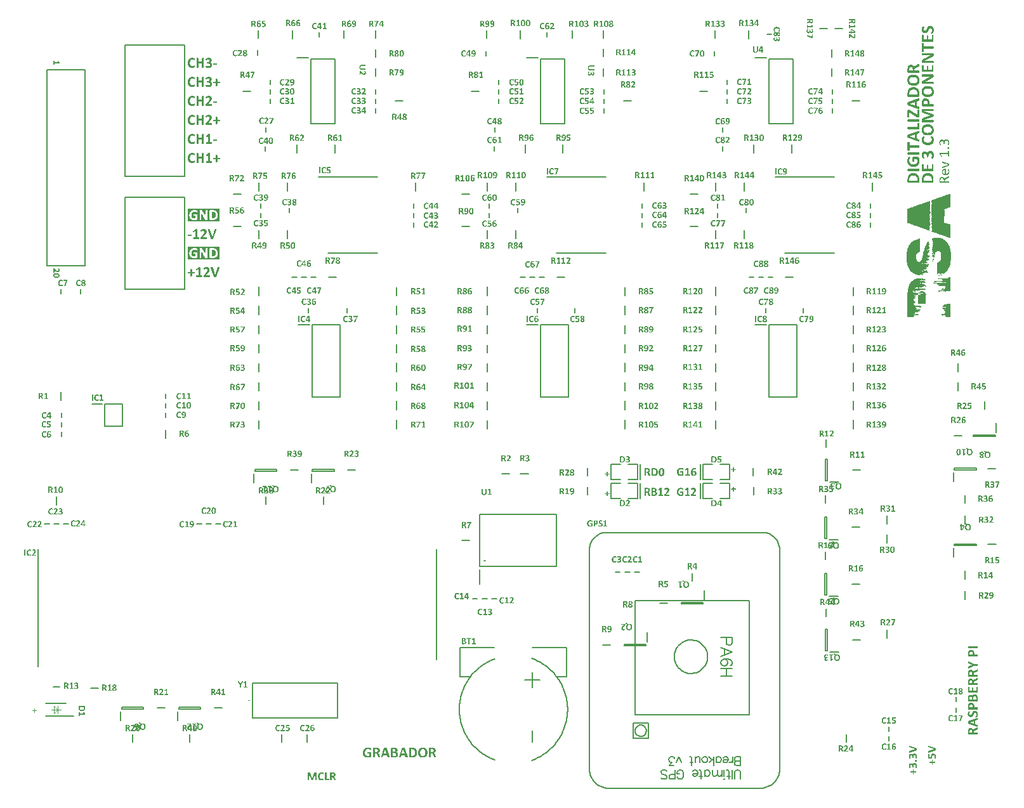
<source format=gto>
G04*
G04 #@! TF.GenerationSoftware,Altium Limited,Altium Designer,24.0.1 (36)*
G04*
G04 Layer_Color=65535*
%FSLAX25Y25*%
%MOIN*%
G70*
G04*
G04 #@! TF.SameCoordinates,6CE9B50B-F2D6-4DCE-9069-AC167603FEEC*
G04*
G04*
G04 #@! TF.FilePolarity,Positive*
G04*
G01*
G75*
%ADD10C,0.00787*%
%ADD11C,0.00591*%
%ADD12C,0.00591*%
%ADD13C,0.00394*%
G36*
X489475Y316174D02*
X489514Y316135D01*
X489530Y316072D01*
X489522Y315891D01*
X489530Y309004D01*
X489475Y308933D01*
X489365Y308917D01*
X489255Y308933D01*
X488814Y308917D01*
X488790Y308894D01*
X488774Y308862D01*
X488704Y308776D01*
X488499Y308760D01*
X488420Y308634D01*
X488310Y308618D01*
X488105Y308634D01*
X488035Y308595D01*
X487988Y308516D01*
X487948Y308477D01*
X487854Y308461D01*
X487807Y308477D01*
X487303Y308461D01*
X487263Y308422D01*
X487216Y308343D01*
X487193Y308319D01*
X486988Y308304D01*
X486964Y308280D01*
X486917Y308201D01*
X486894Y308178D01*
X486831Y308162D01*
X486579Y308178D01*
X486508Y308123D01*
X486492Y308012D01*
X486508Y307902D01*
X486500Y301000D01*
X486547Y300937D01*
X486579Y300921D01*
X486634Y300882D01*
X486650Y300851D01*
X486705Y300780D01*
X486768Y300764D01*
X486980Y300772D01*
X487334Y300764D01*
X487382Y300780D01*
X487507Y300764D01*
X487547Y300725D01*
X487594Y300646D01*
X487618Y300622D01*
X487822Y300606D01*
X487846Y300583D01*
X487901Y300481D01*
X487964Y300465D01*
X488224Y300473D01*
X488279Y300449D01*
X488302Y300426D01*
X488349Y300347D01*
X488373Y300323D01*
X488436Y300307D01*
X488688Y300323D01*
X488963Y300315D01*
X489144Y300323D01*
X489215Y300268D01*
X489262Y300189D01*
X489286Y300166D01*
X489491Y300150D01*
X489514Y300126D01*
X489530Y300063D01*
X489522Y299882D01*
X489530Y295026D01*
Y295011D01*
X489514Y293106D01*
X489491Y293082D01*
X489428Y293067D01*
X489381Y293051D01*
X489333Y293067D01*
X488869Y293059D01*
X488814Y293082D01*
X488774Y293122D01*
X488759Y293153D01*
X488735Y293193D01*
X488704Y293208D01*
X488617Y293279D01*
X488570Y293358D01*
X488365Y293374D01*
X488318Y293421D01*
X488271Y293500D01*
X488200Y293523D01*
X487799Y293515D01*
X487744Y293539D01*
X487720Y293563D01*
X487665Y293665D01*
X487460Y293681D01*
X487421Y293720D01*
X487405Y293752D01*
X487366Y293807D01*
X487303Y293822D01*
X487059Y293814D01*
X487004Y293838D01*
X486964Y293877D01*
X486949Y293909D01*
X486909Y293964D01*
X486846Y293980D01*
X486579Y293964D01*
X486524Y294003D01*
X486469Y294106D01*
X486358Y294137D01*
X486225Y294113D01*
X486169Y294106D01*
X486122Y294121D01*
X486091Y294137D01*
X486067Y294161D01*
X486020Y294239D01*
X485981Y294279D01*
X485776Y294295D01*
X485697Y294420D01*
X485587Y294436D01*
X485477Y294420D01*
X485193Y294436D01*
X485138Y294491D01*
X485091Y294570D01*
X484887Y294586D01*
X484855Y294617D01*
X484808Y294696D01*
X484784Y294720D01*
X484721Y294735D01*
X484470Y294720D01*
X484399Y294775D01*
X484351Y294853D01*
X484328Y294877D01*
X484226Y294885D01*
X483856Y294877D01*
X483801Y294916D01*
X483785Y294948D01*
X483714Y295034D01*
X483580Y295026D01*
X483501Y295058D01*
X483438Y295168D01*
X483234Y295184D01*
X483187Y295231D01*
X483139Y295310D01*
X483116Y295333D01*
X482683Y295325D01*
X482620Y295341D01*
X482588Y295373D01*
X482541Y295451D01*
X482518Y295475D01*
X482455Y295491D01*
X482392Y295475D01*
X482313Y295491D01*
X482289Y295514D01*
X482226Y295625D01*
X482140Y295648D01*
X482006Y295625D01*
X481935Y295617D01*
X481833Y295672D01*
X481786Y295750D01*
X481746Y295790D01*
X481298Y295782D01*
X481235Y295813D01*
X481172Y295924D01*
X480967Y295939D01*
X480920Y295987D01*
X480873Y296065D01*
X480849Y296089D01*
X480645Y296105D01*
X480621Y296128D01*
X480574Y296207D01*
X480534Y296246D01*
X480306Y296238D01*
X480251Y296246D01*
X480204Y296231D01*
X480062Y296246D01*
X480023Y296270D01*
X479960Y296380D01*
X479771Y296396D01*
X479724Y296427D01*
X479708Y296459D01*
X479653Y296514D01*
X479621Y296530D01*
X479566Y296569D01*
X479551Y296632D01*
X479574Y296687D01*
X479637Y296703D01*
X479810Y296687D01*
X479857Y296671D01*
X479920Y296687D01*
X479991Y296726D01*
X480007Y296789D01*
X479991Y297089D01*
X479952Y297128D01*
X479905Y297144D01*
X479865Y297167D01*
X479850Y297230D01*
X479865Y297262D01*
X479905Y297301D01*
X479983Y297348D01*
X480007Y297372D01*
X480023Y297576D01*
X480094Y297600D01*
X480345Y297584D01*
X480424Y297632D01*
X480464Y297671D01*
X480479Y297813D01*
X480432Y297891D01*
X480377Y297899D01*
X480322Y297860D01*
X480275Y297781D01*
X480204Y297757D01*
X480133Y297828D01*
X480117Y297860D01*
X480062Y297915D01*
X480031Y297931D01*
X480007Y297954D01*
X479991Y298159D01*
X479968Y298182D01*
X479936Y298198D01*
X479865Y298253D01*
X479850Y298285D01*
X479779Y298356D01*
X479747Y298371D01*
X479708Y298411D01*
X479692Y298442D01*
X479621Y298513D01*
X479590Y298529D01*
X479551Y298568D01*
X479566Y298914D01*
X479606Y298954D01*
X479810Y298970D01*
X479850Y299009D01*
X479865Y299213D01*
X479905Y299253D01*
X479983Y299300D01*
X480007Y299324D01*
X479991Y299969D01*
X479968Y299993D01*
X479936Y300008D01*
X479850Y300079D01*
X479834Y300284D01*
X479724Y300347D01*
X479692Y300426D01*
X479708Y300693D01*
X479653Y300764D01*
X479574Y300811D01*
X479551Y300835D01*
X479535Y300945D01*
X479574Y301047D01*
X479653Y301079D01*
X479826Y301095D01*
X479865Y301181D01*
X479850Y301307D01*
X479826Y301346D01*
X479795Y301362D01*
X479708Y301433D01*
X479700Y301488D01*
X479708Y301606D01*
X479637Y301677D01*
X479566Y301716D01*
X479551Y301779D01*
X479543Y302023D01*
X479566Y302078D01*
X479590Y302102D01*
X479692Y302157D01*
X479700Y302228D01*
X479669Y302275D01*
X479558Y302338D01*
X479535Y302425D01*
X479551Y302472D01*
X479566Y302692D01*
X479606Y302731D01*
X479716Y302747D01*
X479818Y302692D01*
X479834Y302661D01*
X479865Y302629D01*
X479873Y302606D01*
X479936Y302590D01*
X479983Y302606D01*
X480007Y302629D01*
X480023Y302692D01*
X480007Y302818D01*
X479936Y302889D01*
X479747Y302905D01*
X479708Y302944D01*
X479692Y303007D01*
X479708Y303259D01*
X479700Y303566D01*
X479739Y303621D01*
X479826Y303676D01*
X479850Y303699D01*
X479865Y303810D01*
X479850Y303873D01*
X479857Y304164D01*
X479826Y304211D01*
X479716Y304274D01*
X479708Y304361D01*
X479747Y304400D01*
X479850Y304455D01*
X479865Y304518D01*
X479850Y304675D01*
X479865Y304738D01*
X479850Y304786D01*
X479834Y304817D01*
X479810Y304841D01*
X479747Y304856D01*
X479637Y304841D01*
X479566Y304880D01*
X479551Y304943D01*
X479543Y305250D01*
X479574Y305297D01*
X479613Y305305D01*
X479669Y305281D01*
X479708Y305242D01*
X479724Y305211D01*
X479755Y305179D01*
X479763Y305155D01*
X479826Y305140D01*
X480125Y305155D01*
X480149Y305226D01*
X480133Y305289D01*
X480109Y305313D01*
X479905Y305329D01*
X479779Y305455D01*
X479747Y305470D01*
X479708Y305510D01*
X479692Y305573D01*
X479708Y305683D01*
X479669Y305738D01*
X479566Y305793D01*
X479551Y305856D01*
X479543Y306257D01*
X479574Y306336D01*
X479684Y306399D01*
X479708Y306470D01*
X479692Y306769D01*
X479669Y306792D01*
X479566Y306848D01*
X479551Y306911D01*
X479543Y307312D01*
X479566Y307367D01*
X479590Y307391D01*
X479692Y307446D01*
X479700Y307517D01*
X479669Y307564D01*
X479558Y307627D01*
X479535Y307713D01*
X479551Y307761D01*
X479566Y307997D01*
X479590Y308020D01*
X479787Y308012D01*
X479850Y308060D01*
X479834Y308138D01*
X479795Y308178D01*
X479763Y308193D01*
X479669Y308288D01*
X479590Y308335D01*
X479551Y308375D01*
X479566Y308453D01*
X479590Y308477D01*
X479700Y308540D01*
X479708Y308847D01*
X479684Y308886D01*
X479653Y308902D01*
X479574Y308949D01*
X479551Y308973D01*
X479566Y309051D01*
X479606Y309091D01*
X479653Y309106D01*
X479692Y309130D01*
X479708Y309193D01*
X479700Y309421D01*
X479708Y309602D01*
X479653Y309673D01*
X479574Y309720D01*
X479551Y309744D01*
X479543Y309830D01*
X479558Y310539D01*
X479606Y310586D01*
X479684Y310633D01*
X479739Y310720D01*
X479763Y310743D01*
X479968Y310759D01*
X479991Y310783D01*
X480007Y310846D01*
X479991Y311302D01*
X479952Y311342D01*
X479747Y311357D01*
X479708Y311397D01*
X479661Y311475D01*
X479637Y311499D01*
X479558Y311546D01*
X479543Y311609D01*
X479535Y311649D01*
X479551Y311696D01*
X479566Y312514D01*
X479590Y312538D01*
X479669Y312585D01*
X479692Y312609D01*
X479708Y312672D01*
X479724Y312829D01*
X479747Y312853D01*
X479952Y312868D01*
X480007Y312924D01*
X480046Y312994D01*
X480109Y313010D01*
X480511Y313002D01*
X480566Y313026D01*
X480605Y313065D01*
X480652Y313144D01*
X480723Y313168D01*
X480833Y313152D01*
X480904Y313207D01*
X480959Y313309D01*
X481180Y313325D01*
X481258Y313451D01*
X481321Y313467D01*
X481739Y313459D01*
X481793Y313498D01*
X481817Y313522D01*
X481864Y313600D01*
X481951Y313624D01*
X482156Y313608D01*
X482219Y313624D01*
X482274Y313679D01*
X482321Y313758D01*
X482525Y313773D01*
X482557Y313805D01*
X482604Y313884D01*
X482628Y313907D01*
X482691Y313923D01*
X482872Y313915D01*
X482943Y313923D01*
X482990Y313907D01*
X483116Y313923D01*
X483155Y313947D01*
X483210Y314049D01*
X483320Y314081D01*
X483431Y314065D01*
X483509Y314049D01*
X483557Y314065D01*
X483588Y314081D01*
X483612Y314104D01*
X483627Y314136D01*
X483682Y314206D01*
X483714Y314222D01*
X483769Y314262D01*
X483816Y314340D01*
X483840Y314364D01*
X483903Y314380D01*
X484107Y314364D01*
X484485Y314380D01*
X484540Y314435D01*
X484587Y314513D01*
X484792Y314529D01*
X484824Y314561D01*
X484871Y314639D01*
X484894Y314663D01*
X484957Y314679D01*
X485052Y314663D01*
X485123Y314702D01*
X485178Y314805D01*
X485288Y314836D01*
X485351Y314820D01*
X485697Y314836D01*
X485737Y314875D01*
X485752Y314907D01*
X485792Y314962D01*
X485855Y314978D01*
X485957Y314970D01*
X486012Y314993D01*
X486036Y315017D01*
X486083Y315096D01*
X486106Y315119D01*
X486217Y315135D01*
X486327Y315119D01*
X486453Y315135D01*
X486492Y315174D01*
X486539Y315253D01*
X486563Y315277D01*
X486854Y315269D01*
X486909Y315293D01*
X486949Y315332D01*
X486996Y315410D01*
X487067Y315434D01*
X487319Y315418D01*
X487405Y315489D01*
X487421Y315521D01*
X487476Y315576D01*
X487507Y315592D01*
X487563Y315647D01*
X487578Y315678D01*
X487602Y315718D01*
X487665Y315733D01*
X487846Y315725D01*
X488105Y315733D01*
X488153Y315718D01*
X488263Y315733D01*
X488302Y315773D01*
X488349Y315851D01*
X488373Y315875D01*
X488578Y315891D01*
X488601Y315914D01*
X488664Y316024D01*
X488869Y316040D01*
X488916Y316087D01*
X488963Y316166D01*
X489034Y316190D01*
X489302Y316174D01*
X489349Y316190D01*
X489475Y316174D01*
D02*
G37*
G36*
X479039Y312554D02*
X479094Y312498D01*
Y312373D01*
Y312357D01*
X479102Y308713D01*
X479023Y308618D01*
X478992Y308603D01*
X478937Y308548D01*
X478929Y308524D01*
X478897Y308508D01*
X478811Y308437D01*
X478795Y308390D01*
X478811Y308343D01*
X478834Y308319D01*
X479031Y308327D01*
X479086Y308288D01*
X479102Y308225D01*
X479110Y308186D01*
X479094Y308138D01*
X479110Y307965D01*
X479039Y307879D01*
X478952Y307808D01*
X478929Y307769D01*
X478897Y307753D01*
X478866Y307721D01*
X478834Y307705D01*
X478795Y307666D01*
X478811Y307587D01*
X478834Y307564D01*
X478889Y307556D01*
X479031Y307572D01*
X479086Y307532D01*
X479102Y307469D01*
X479110Y307399D01*
X479094Y307351D01*
X479110Y306706D01*
X479133Y306682D01*
X479165Y306667D01*
X479251Y306596D01*
X479236Y306249D01*
X479212Y306226D01*
X479133Y306179D01*
X479094Y306139D01*
X479102Y305691D01*
X479063Y305636D01*
X479039Y305612D01*
X479007Y305596D01*
X478937Y305525D01*
X478921Y305494D01*
X478882Y305455D01*
X478850Y305439D01*
X478795Y305384D01*
X478779Y305352D01*
X478740Y305313D01*
X478708Y305297D01*
X478669Y305274D01*
X478653Y305242D01*
X478638Y305195D01*
X478653Y304896D01*
X478693Y304856D01*
X478803Y304841D01*
X478960Y304856D01*
X479055Y304841D01*
X479094Y304801D01*
X479102Y304699D01*
X479094Y304565D01*
X479110Y304518D01*
X479070Y304416D01*
X479007Y304400D01*
X478834Y304384D01*
X478811Y304361D01*
X478779Y304250D01*
X478795Y304156D01*
X478850Y304101D01*
X478929Y304054D01*
X478952Y303983D01*
X478937Y303841D01*
X478897Y303802D01*
X478819Y303755D01*
X478795Y303731D01*
X478779Y303621D01*
X478819Y303519D01*
X478897Y303487D01*
X479070Y303471D01*
X479110Y303369D01*
X479094Y303212D01*
X479102Y302826D01*
X479078Y302771D01*
X479055Y302747D01*
X478976Y302700D01*
X478952Y302676D01*
X478944Y302621D01*
X478952Y302503D01*
X478913Y302448D01*
X478811Y302393D01*
X478779Y302283D01*
X478803Y302196D01*
X478842Y302141D01*
X479047Y302126D01*
X479094Y302078D01*
X479110Y301968D01*
X479094Y301921D01*
X479078Y301700D01*
X479055Y301677D01*
X478842Y301685D01*
X478795Y301638D01*
X478811Y301559D01*
X478850Y301519D01*
X478929Y301472D01*
X478968Y301433D01*
X478984Y301401D01*
X479078Y301338D01*
X479110Y301260D01*
X479094Y301008D01*
X479110Y300866D01*
X479055Y300795D01*
X478976Y300748D01*
X478952Y300725D01*
X478968Y300646D01*
X479007Y300606D01*
X479055Y300591D01*
X479094Y300551D01*
X479102Y300496D01*
X479094Y300378D01*
X479149Y300323D01*
X479228Y300276D01*
X479251Y300252D01*
X479259Y300150D01*
X479244Y300087D01*
X479204Y300032D01*
X479118Y300008D01*
X479055Y300024D01*
X478976Y299993D01*
X478952Y299969D01*
X478937Y299859D01*
X478952Y299749D01*
X478937Y299465D01*
X478882Y299410D01*
X478803Y299363D01*
X478787Y299158D01*
X478677Y299095D01*
X478653Y299072D01*
X478669Y298977D01*
X478693Y298954D01*
X478795Y298899D01*
X478811Y298788D01*
X478795Y298726D01*
X478779Y298631D01*
X478795Y298584D01*
X478811Y298552D01*
X478850Y298513D01*
X478929Y298466D01*
X478952Y298395D01*
X478937Y298096D01*
X478913Y298072D01*
X478882Y298057D01*
X478795Y297986D01*
X478803Y297553D01*
X478771Y297474D01*
X478740Y297458D01*
X478653Y297403D01*
X478638Y297340D01*
X478653Y297041D01*
X478693Y297002D01*
X478724Y296986D01*
X478795Y296931D01*
X478811Y296868D01*
X478795Y296726D01*
X478771Y296703D01*
X478716Y296695D01*
X478661Y296719D01*
X478598Y296813D01*
X478567Y296845D01*
X478378Y296860D01*
X478315Y296955D01*
X478283Y296986D01*
X478252Y297002D01*
X478181Y297073D01*
X478165Y297104D01*
X478126Y297144D01*
X478024Y297151D01*
X477496Y297144D01*
X477441Y297199D01*
X477394Y297277D01*
X477323Y297301D01*
X477221Y297293D01*
X477166Y297317D01*
X477142Y297340D01*
X477103Y297427D01*
X477040Y297443D01*
X476883Y297458D01*
X476843Y297498D01*
X476827Y297529D01*
X476788Y297584D01*
X476725Y297600D01*
X476324Y297592D01*
X476269Y297616D01*
X476229Y297655D01*
X476182Y297734D01*
X476111Y297757D01*
X476048Y297742D01*
X475970Y297757D01*
X475930Y297797D01*
X475891Y297883D01*
X475781Y297915D01*
X475670Y297899D01*
X475607Y297883D01*
X475545Y297899D01*
X475513Y297915D01*
X475489Y297938D01*
X475474Y297970D01*
X475419Y298041D01*
X475356Y298057D01*
X475119Y298041D01*
X475041Y298088D01*
X474978Y298182D01*
X474931Y298198D01*
X474868Y298214D01*
X474710Y298198D01*
X474616Y298214D01*
X474561Y298269D01*
X474513Y298348D01*
X474309Y298363D01*
X474277Y298395D01*
X474230Y298474D01*
X474207Y298497D01*
X474144Y298513D01*
X473963Y298505D01*
X473892Y298513D01*
X473844Y298497D01*
X473703Y298513D01*
X473679Y298537D01*
X473664Y298568D01*
X473624Y298639D01*
X473561Y298655D01*
X473388Y298670D01*
X473309Y298796D01*
X473246Y298812D01*
X473144Y298804D01*
X473089Y298828D01*
X473065Y298851D01*
X473018Y298930D01*
X472995Y298954D01*
X472884Y298970D01*
X472821Y298954D01*
X472349Y298970D01*
X472310Y299009D01*
X472263Y299088D01*
X472192Y299111D01*
X472034Y299127D01*
X472011Y299150D01*
X471964Y299229D01*
X471940Y299253D01*
X471877Y299269D01*
X471814Y299253D01*
X471735Y299269D01*
X471712Y299292D01*
X471657Y299394D01*
X471546Y299426D01*
X471499Y299410D01*
X471137Y299426D01*
X471082Y299481D01*
X471043Y299552D01*
X470980Y299568D01*
X470877Y299560D01*
X470822Y299583D01*
X470799Y299607D01*
X470751Y299686D01*
X470728Y299709D01*
X470523Y299725D01*
X470500Y299749D01*
X470445Y299851D01*
X470382Y299867D01*
X469980Y299859D01*
X469925Y299882D01*
X469886Y299922D01*
X469839Y300001D01*
X469752Y300024D01*
X469500Y300008D01*
X469469Y300040D01*
X469445Y300048D01*
X469390Y300150D01*
X469327Y300166D01*
X469170Y300182D01*
X469130Y300221D01*
X469083Y300300D01*
X469012Y300323D01*
X468595Y300315D01*
X468540Y300355D01*
X468485Y300441D01*
X468461Y300465D01*
X468257Y300481D01*
X468233Y300504D01*
X468186Y300583D01*
X468146Y300622D01*
X468115Y300638D01*
X468060Y300693D01*
X468044Y300725D01*
X467989Y300780D01*
X467595Y300764D01*
X467415Y300772D01*
X467234Y300764D01*
X467178Y300803D01*
X467147Y300913D01*
X467163Y300976D01*
X467155Y308367D01*
X467170Y308430D01*
X467218Y308477D01*
X467965Y308469D01*
X468020Y308492D01*
X468060Y308532D01*
X468076Y308563D01*
X468099Y308603D01*
X468131Y308618D01*
X468201Y308674D01*
X468217Y308705D01*
X468272Y308776D01*
X468477Y308792D01*
X468516Y308831D01*
X468532Y308878D01*
X468587Y308933D01*
X469036Y308925D01*
X469099Y308957D01*
X469114Y308988D01*
X469185Y309075D01*
X469248Y309091D01*
X469500Y309075D01*
X469571Y309130D01*
X469618Y309209D01*
X469642Y309232D01*
X469846Y309248D01*
X469925Y309374D01*
X469988Y309390D01*
X470169Y309382D01*
X470256Y309390D01*
X470303Y309374D01*
X470429Y309390D01*
X470484Y309445D01*
X470531Y309524D01*
X470736Y309539D01*
X470783Y309587D01*
X470830Y309665D01*
X470854Y309689D01*
X471043Y309705D01*
X471082Y309744D01*
X471129Y309823D01*
X471216Y309846D01*
X471468Y309830D01*
X471641Y309846D01*
X471680Y309886D01*
X471696Y309917D01*
X471751Y309988D01*
X471869Y309996D01*
X471964Y309980D01*
X472034Y309972D01*
X472121Y310012D01*
X472137Y310043D01*
X472192Y310130D01*
X472255Y310145D01*
X472365Y310130D01*
X472436Y310185D01*
X472483Y310263D01*
X472507Y310287D01*
X472617Y310303D01*
X472664Y310287D01*
X473010Y310303D01*
X473034Y310326D01*
X473081Y310405D01*
X473120Y310444D01*
X473254Y310437D01*
X473309Y310460D01*
X473349Y310500D01*
X473364Y310531D01*
X473435Y310602D01*
X473467Y310617D01*
X473506Y310657D01*
X473546Y310728D01*
X473608Y310743D01*
X474136Y310736D01*
X474199Y310751D01*
X474246Y310783D01*
X474293Y310861D01*
X474317Y310885D01*
X474380Y310901D01*
X474474Y310885D01*
X474545Y310925D01*
X474600Y311027D01*
X474679Y311058D01*
X474860Y311035D01*
X474883Y311027D01*
X474931Y311042D01*
X475001Y311082D01*
X475049Y311161D01*
X475088Y311200D01*
X475379Y311192D01*
X475434Y311216D01*
X475458Y311239D01*
X475505Y311318D01*
X475529Y311342D01*
X475592Y311357D01*
X475844Y311342D01*
X475914Y311397D01*
X475962Y311475D01*
X475985Y311499D01*
X476190Y311515D01*
X476214Y311538D01*
X476261Y311617D01*
X476300Y311656D01*
X476528Y311649D01*
X476599Y311656D01*
X476646Y311641D01*
X476772Y311656D01*
X476827Y311712D01*
X476867Y311782D01*
X476977Y311814D01*
X477087Y311798D01*
X477229Y311814D01*
X477284Y311869D01*
X477300Y311900D01*
X477355Y311955D01*
X477386Y311971D01*
X477441Y312026D01*
X477457Y312058D01*
X477496Y312097D01*
X477559Y312113D01*
X477764Y312097D01*
X478142Y312113D01*
X478181Y312152D01*
X478197Y312184D01*
X478236Y312239D01*
X478268Y312255D01*
X478338Y312310D01*
X478386Y312388D01*
X478456Y312412D01*
X478708Y312396D01*
X478795Y312467D01*
X478834Y312538D01*
X478913Y312569D01*
X479039Y312554D01*
D02*
G37*
G36*
X483013Y293169D02*
X483061Y293090D01*
X483084Y293067D01*
X483194Y293051D01*
X483242Y293067D01*
X484343Y293051D01*
X484367Y293027D01*
X484383Y292996D01*
X484438Y292925D01*
X484501Y292909D01*
X484753Y292925D01*
X484839Y292854D01*
X484887Y292776D01*
X485076Y292760D01*
X485123Y292728D01*
X485170Y292650D01*
X485209Y292610D01*
X485485Y292618D01*
X485548Y292602D01*
X485579Y292571D01*
X485626Y292492D01*
X485650Y292469D01*
X485713Y292453D01*
X485807Y292469D01*
X485894Y292398D01*
X485910Y292366D01*
X485965Y292311D01*
X485996Y292295D01*
X486051Y292240D01*
X486067Y292209D01*
X486122Y292154D01*
X486413Y292162D01*
X486469Y292138D01*
X486492Y292114D01*
X486508Y292052D01*
X486524Y291878D01*
X486594Y291855D01*
X486768Y291839D01*
X486791Y291815D01*
X486838Y291737D01*
X486862Y291713D01*
X486894Y291697D01*
X486964Y291627D01*
X486980Y291595D01*
X487019Y291556D01*
X487051Y291540D01*
X487106Y291485D01*
X487122Y291453D01*
X487177Y291398D01*
X487382Y291383D01*
X487405Y291359D01*
X487421Y291139D01*
X487444Y291115D01*
X487507Y291099D01*
X487665Y291083D01*
X487704Y291044D01*
X487720Y291013D01*
X487744Y290973D01*
X487775Y290957D01*
X487862Y290887D01*
X487877Y290698D01*
X487917Y290658D01*
X487948Y290643D01*
X488019Y290572D01*
X488035Y290540D01*
X488074Y290501D01*
X488105Y290485D01*
X488176Y290414D01*
X488192Y290383D01*
X488232Y290344D01*
X488302Y290304D01*
X488318Y290241D01*
X488334Y290084D01*
X488357Y290060D01*
X488389Y290044D01*
X488460Y289989D01*
X488475Y289958D01*
X488499Y289919D01*
X488530Y289903D01*
X488617Y289832D01*
X488633Y289627D01*
X488657Y289604D01*
X488759Y289549D01*
X488774Y289486D01*
X488767Y289226D01*
X488790Y289171D01*
X488885Y289108D01*
X488916Y289076D01*
X488932Y289045D01*
X488987Y288990D01*
X489018Y288974D01*
X489074Y288919D01*
X489089Y288714D01*
X489215Y288636D01*
X489231Y288573D01*
X489223Y288376D01*
X489231Y288321D01*
X489215Y288274D01*
X489231Y288132D01*
X489270Y288093D01*
X489349Y288046D01*
X489373Y288022D01*
X489388Y287896D01*
X489373Y287849D01*
X489365Y287746D01*
X489381Y287683D01*
X489428Y287636D01*
X489506Y287589D01*
X489530Y287518D01*
X489522Y287400D01*
X489562Y287345D01*
X489648Y287290D01*
X489672Y287266D01*
X489687Y287156D01*
X489672Y287093D01*
X489687Y286463D01*
X489727Y286424D01*
X489806Y286377D01*
X489829Y286353D01*
X489821Y285763D01*
X489845Y285708D01*
X489884Y285669D01*
X489916Y285653D01*
X489971Y285613D01*
X489987Y285503D01*
X489971Y285346D01*
X489979Y285149D01*
X489971Y284984D01*
X490026Y284913D01*
X490105Y284866D01*
X490128Y284842D01*
X490136Y284740D01*
X490128Y281899D01*
X490144Y281867D01*
X490128Y281820D01*
X490089Y281749D01*
X490010Y281702D01*
X489987Y281678D01*
X489971Y281615D01*
X489979Y281403D01*
X489971Y281206D01*
X489987Y281159D01*
X489971Y281033D01*
X489916Y280978D01*
X489868Y280962D01*
X489829Y280923D01*
X489813Y280813D01*
X489829Y280750D01*
X489813Y280120D01*
X489774Y280081D01*
X489695Y280033D01*
X489672Y279963D01*
X489680Y279262D01*
X489656Y279207D01*
X489617Y279168D01*
X489538Y279120D01*
X489514Y279050D01*
X489530Y279002D01*
X489514Y278908D01*
X489491Y278884D01*
X489388Y278829D01*
X489373Y278766D01*
X489357Y278593D01*
X489231Y278515D01*
X489215Y278452D01*
X489223Y278223D01*
X489215Y278027D01*
X489231Y277979D01*
X489215Y277853D01*
X489192Y277830D01*
X489160Y277814D01*
X489074Y277743D01*
X489058Y277712D01*
X489003Y277657D01*
X488971Y277641D01*
X488932Y277617D01*
X488916Y277554D01*
X488900Y277397D01*
X488861Y277358D01*
X488782Y277310D01*
X488759Y277224D01*
X488774Y276972D01*
X488704Y276901D01*
X488672Y276885D01*
X488617Y276830D01*
X488601Y276799D01*
X488546Y276744D01*
X488515Y276728D01*
X488460Y276673D01*
X488444Y276641D01*
X488405Y276602D01*
X488373Y276586D01*
X488318Y276547D01*
X488302Y276342D01*
X488263Y276303D01*
X488184Y276256D01*
X488161Y276185D01*
X488145Y276027D01*
X488121Y276004D01*
X488043Y275957D01*
X488019Y275933D01*
X488003Y275902D01*
X487948Y275847D01*
X487917Y275831D01*
X487877Y275807D01*
X487862Y275744D01*
X487846Y275587D01*
X487807Y275547D01*
X487775Y275532D01*
X487736Y275508D01*
X487720Y275477D01*
X487649Y275390D01*
X487444Y275374D01*
X487421Y275351D01*
X487405Y275288D01*
X487389Y275130D01*
X487350Y275091D01*
X487319Y275075D01*
X487279Y275052D01*
X487263Y275020D01*
X487193Y274934D01*
X486988Y274918D01*
X486964Y274894D01*
X486949Y274800D01*
X486964Y274752D01*
X486949Y274690D01*
X486894Y274635D01*
X486823Y274595D01*
X486807Y274564D01*
X486736Y274477D01*
X486429Y274485D01*
X486374Y274446D01*
X486350Y274422D01*
X486335Y274391D01*
X486225Y274280D01*
X486209Y274249D01*
X486169Y274194D01*
X486106Y274178D01*
X486051Y274202D01*
X486036Y274265D01*
X486051Y274422D01*
X486028Y274461D01*
X485918Y274493D01*
X485713Y274477D01*
X485374Y274485D01*
X485296Y274422D01*
X485249Y274343D01*
X485060Y274327D01*
X484997Y274280D01*
X484949Y274202D01*
X484926Y274178D01*
X484123Y274194D01*
X484099Y274217D01*
X484052Y274296D01*
X484013Y274335D01*
X483982Y274351D01*
X483926Y274406D01*
X483911Y274438D01*
X483871Y274477D01*
X483808Y274493D01*
X483604Y274477D01*
X483124Y274485D01*
X483069Y274461D01*
X483029Y274422D01*
X483013Y274359D01*
X483029Y274249D01*
X483069Y274194D01*
X483147Y274147D01*
X483171Y274123D01*
X483187Y274060D01*
X483171Y273934D01*
X483116Y273879D01*
X482612Y273895D01*
X482573Y273934D01*
X482565Y274823D01*
X482581Y274886D01*
X482612Y274918D01*
X482644Y274934D01*
X482714Y274989D01*
X482730Y275052D01*
X482722Y275248D01*
X482730Y275823D01*
X482714Y275870D01*
X482730Y275933D01*
X482714Y276091D01*
X482675Y276130D01*
X482644Y276146D01*
X482573Y276201D01*
X482565Y276303D01*
X482581Y280018D01*
X482612Y280065D01*
X482722Y280081D01*
X482793Y280073D01*
X482801Y280065D01*
X482974Y280081D01*
X483013Y280120D01*
X483061Y280199D01*
X483084Y280222D01*
X483289Y280238D01*
X483313Y280262D01*
X483368Y280364D01*
X483431Y280380D01*
X483549Y280372D01*
X483604Y280411D01*
X483627Y280435D01*
X483643Y280466D01*
X483714Y280537D01*
X483745Y280553D01*
X483769Y280576D01*
X483785Y280608D01*
X483856Y280679D01*
X483887Y280695D01*
X483926Y280734D01*
X483974Y280813D01*
X484045Y280836D01*
X484155Y280820D01*
X484226Y280876D01*
X484241Y280939D01*
X484226Y281190D01*
X484296Y281277D01*
X484328Y281293D01*
X484383Y281348D01*
X484399Y281379D01*
X484454Y281434D01*
X484524Y281474D01*
X484540Y281537D01*
X484556Y281694D01*
X484580Y281718D01*
X484658Y281765D01*
X484682Y281789D01*
X484698Y281852D01*
X484682Y282151D01*
X484690Y284976D01*
X484651Y285031D01*
X484627Y285055D01*
X484548Y285102D01*
X484532Y285307D01*
X484485Y285354D01*
X484407Y285401D01*
X484343Y285495D01*
X484312Y285511D01*
X484241Y285566D01*
X484226Y285661D01*
X484241Y285708D01*
X484226Y285771D01*
X484186Y285810D01*
X483982Y285826D01*
X483942Y285865D01*
X483926Y285897D01*
X483856Y285968D01*
X483824Y285983D01*
X483785Y286023D01*
X483738Y286102D01*
X483667Y286125D01*
X483368Y286109D01*
X482809Y286117D01*
X482754Y286078D01*
X482730Y286054D01*
X482714Y286023D01*
X482659Y285968D01*
X482628Y285952D01*
X482573Y285897D01*
X482533Y285826D01*
X482470Y285810D01*
X482313Y285795D01*
X482274Y285755D01*
X482234Y285684D01*
X482203Y285669D01*
X482171Y285637D01*
X482140Y285621D01*
X482093Y285543D01*
X482061Y285527D01*
X482030Y285495D01*
X481998Y285480D01*
X481975Y285456D01*
X481959Y285425D01*
X481888Y285354D01*
X481856Y285338D01*
X481817Y285299D01*
X481809Y285196D01*
X481825Y285102D01*
X481833Y285015D01*
X481786Y284937D01*
X481762Y284913D01*
X481683Y284866D01*
X481660Y284795D01*
X481675Y284543D01*
X481605Y284457D01*
X481573Y284441D01*
X481534Y284417D01*
X481502Y284338D01*
X481518Y284087D01*
X481495Y284032D01*
X481463Y284016D01*
X481376Y283961D01*
X481361Y283898D01*
X481368Y283182D01*
X481337Y283119D01*
X481306Y283103D01*
X481219Y283032D01*
X481203Y282969D01*
X481219Y282717D01*
X481164Y282646D01*
X481101Y282631D01*
X480975Y282646D01*
X480920Y282701D01*
X480904Y282733D01*
X480849Y282788D01*
X480818Y282804D01*
X480747Y282875D01*
X480731Y282906D01*
X480692Y282945D01*
X480487Y282961D01*
X480408Y283087D01*
X480298Y283103D01*
X480251Y283087D01*
X480172Y283134D01*
X480149Y283205D01*
X480164Y283347D01*
X480188Y283370D01*
X480220Y283386D01*
X480290Y283441D01*
X480306Y283473D01*
X480361Y283528D01*
X480440Y283575D01*
X480464Y283630D01*
X480408Y283701D01*
X480330Y283748D01*
X480251Y283827D01*
X480220Y283843D01*
X480164Y283882D01*
X480149Y283929D01*
X480204Y284000D01*
X480235Y284016D01*
X480322Y284087D01*
X480330Y284110D01*
X480361Y284126D01*
X480448Y284181D01*
X480464Y284244D01*
X480424Y284299D01*
X480314Y284362D01*
X480267Y284441D01*
X480204Y284457D01*
X480031Y284472D01*
X479991Y284575D01*
X480007Y284779D01*
X479991Y284858D01*
X479968Y284882D01*
X479865Y284937D01*
X479850Y285000D01*
X479889Y285055D01*
X479991Y285110D01*
X480007Y285141D01*
X480046Y285196D01*
X480109Y285212D01*
X480267Y285228D01*
X480306Y285267D01*
X480353Y285346D01*
X480424Y285370D01*
X480471Y285354D01*
X480566Y285370D01*
X480589Y285393D01*
X480637Y285472D01*
X480676Y285511D01*
X480707Y285527D01*
X480762Y285582D01*
X480778Y285677D01*
X480762Y285724D01*
X480723Y285795D01*
X480660Y285810D01*
X480613Y285826D01*
X480566Y285810D01*
X480204Y285826D01*
X480164Y285865D01*
X480149Y285928D01*
X480164Y286070D01*
X480259Y286133D01*
X480306Y286180D01*
X480322Y286212D01*
X480361Y286251D01*
X480471Y286267D01*
X480519Y286251D01*
X481022Y286267D01*
X481062Y286306D01*
X481046Y286401D01*
X480944Y286440D01*
X480692Y286424D01*
X480361Y286440D01*
X480251Y286550D01*
X480172Y286597D01*
X480149Y286652D01*
X480188Y286707D01*
X480251Y286723D01*
X480408Y286707D01*
X480448Y286731D01*
X480464Y286810D01*
X480408Y286881D01*
X480267Y286896D01*
X480220Y286881D01*
X480078Y286865D01*
X480007Y286920D01*
X479991Y287030D01*
X480007Y287077D01*
X480023Y287298D01*
X480094Y287321D01*
X480267Y287337D01*
X480290Y287361D01*
X480337Y287439D01*
X480377Y287479D01*
X480408Y287494D01*
X480464Y287550D01*
X480479Y287581D01*
X480503Y287605D01*
X480566Y287620D01*
X480739Y287636D01*
X480762Y287707D01*
X480723Y287778D01*
X480660Y287794D01*
X480345Y287778D01*
X480298Y287762D01*
X480204Y287794D01*
X480164Y287833D01*
X480149Y287896D01*
X480141Y287951D01*
X480157Y288014D01*
X480220Y288077D01*
X480251Y288093D01*
X480306Y288148D01*
X480322Y288179D01*
X480377Y288234D01*
X480448Y288274D01*
X480464Y288337D01*
X480456Y288533D01*
X480464Y289234D01*
X480448Y289281D01*
X480464Y289391D01*
X480487Y289431D01*
X480550Y289446D01*
X480660Y289431D01*
X480739Y289446D01*
X480762Y289517D01*
X480747Y289549D01*
X480692Y289604D01*
X480660Y289619D01*
X480550Y289730D01*
X480519Y289745D01*
X480464Y289801D01*
X480448Y289832D01*
X480377Y289903D01*
X480345Y289919D01*
X480306Y289958D01*
X480290Y290068D01*
X480322Y290147D01*
X480361Y290186D01*
X480393Y290202D01*
X480432Y290226D01*
X480448Y290257D01*
X480519Y290344D01*
X480550Y290359D01*
X480605Y290399D01*
X480621Y290509D01*
X480605Y290556D01*
X480621Y290698D01*
X480574Y290776D01*
X480487Y290832D01*
X480464Y290855D01*
X480456Y290910D01*
X480464Y291028D01*
X480408Y291083D01*
X480345Y291099D01*
X480322Y291123D01*
X480306Y291186D01*
X480345Y291257D01*
X480456Y291319D01*
X480471Y291383D01*
X480479Y291406D01*
X480464Y291453D01*
X480416Y291532D01*
X480322Y291595D01*
X480275Y291674D01*
X480251Y291697D01*
X480188Y291713D01*
X480086Y291705D01*
X480031Y291729D01*
X480007Y291752D01*
X479991Y291894D01*
X480007Y291941D01*
X479991Y292114D01*
X479968Y292138D01*
X479889Y292185D01*
X479850Y292225D01*
X479865Y292571D01*
X479960Y292634D01*
X480007Y292681D01*
X480046Y292752D01*
X480109Y292768D01*
X480369Y292760D01*
X480424Y292783D01*
X480448Y292807D01*
X480487Y292894D01*
X480550Y292909D01*
X480707Y292925D01*
X480762Y292980D01*
X480810Y293059D01*
X481636Y293067D01*
X481683Y293051D01*
X481746Y293067D01*
X481778Y293082D01*
X481801Y293106D01*
X481849Y293185D01*
X481872Y293208D01*
X481935Y293224D01*
X482171Y293208D01*
X482219Y293224D01*
X482793Y293216D01*
X482943Y293224D01*
X483013Y293169D01*
D02*
G37*
G36*
X473294Y292610D02*
X473538Y292618D01*
X473601Y292602D01*
X473648Y292571D01*
X473664Y292508D01*
X473656Y292327D01*
X473664Y286133D01*
X473648Y286086D01*
X473664Y286023D01*
X473648Y285865D01*
X473608Y285826D01*
X473577Y285810D01*
X473522Y285771D01*
X473506Y285739D01*
X473467Y285684D01*
X473435Y285669D01*
X473404Y285637D01*
X473380Y285629D01*
X473364Y285598D01*
X473294Y285511D01*
X473089Y285495D01*
X473065Y285472D01*
X473010Y285370D01*
X472947Y285354D01*
X472688Y285362D01*
X472633Y285338D01*
X472609Y285314D01*
X472593Y285220D01*
X472609Y285173D01*
X472593Y285110D01*
X472570Y285070D01*
X472507Y285055D01*
X472333Y285039D01*
X472310Y285015D01*
X472263Y284937D01*
X472239Y284913D01*
X472207Y284897D01*
X472168Y284874D01*
X472137Y284795D01*
X472152Y284527D01*
X472097Y284457D01*
X471877Y284441D01*
X471838Y284354D01*
X471853Y284087D01*
X471782Y284000D01*
X471704Y283953D01*
X471680Y283866D01*
X471696Y283756D01*
X471688Y281844D01*
X471704Y281781D01*
X471735Y281749D01*
X471814Y281702D01*
X471838Y281678D01*
X471853Y281615D01*
X471838Y281553D01*
X471853Y281474D01*
X471877Y281450D01*
X471956Y281403D01*
X471995Y281364D01*
X472011Y281332D01*
X472066Y281277D01*
X472137Y281238D01*
X472152Y281175D01*
X472145Y280915D01*
X472168Y280860D01*
X472192Y280836D01*
X472255Y280820D01*
X472318Y280836D01*
X472396Y280820D01*
X472436Y280781D01*
X472483Y280702D01*
X472577Y280640D01*
X472656Y280529D01*
X472861Y280514D01*
X472892Y280482D01*
X472932Y280396D01*
X473010Y280364D01*
X473262Y280380D01*
X473372Y280364D01*
X473451Y280380D01*
X473506Y280435D01*
X473553Y280514D01*
X473742Y280529D01*
X473789Y280561D01*
X473837Y280640D01*
X473876Y280679D01*
X473908Y280695D01*
X473963Y280750D01*
X473978Y280781D01*
X474018Y280820D01*
X474049Y280836D01*
X474120Y280907D01*
X474136Y280939D01*
X474175Y280978D01*
X474254Y281025D01*
X474269Y281230D01*
X474317Y281277D01*
X474396Y281324D01*
X474419Y281395D01*
X474411Y281497D01*
X474435Y281553D01*
X474545Y281615D01*
X474577Y281694D01*
X474561Y281899D01*
X474577Y282135D01*
X474632Y282190D01*
X474702Y282229D01*
X474718Y282292D01*
X474734Y282450D01*
X474773Y282489D01*
X474820Y282505D01*
X474860Y282544D01*
X474876Y282607D01*
X474860Y282859D01*
X474915Y282930D01*
X474946Y282945D01*
X475017Y283001D01*
X475033Y283803D01*
X475072Y283843D01*
X475151Y283890D01*
X475175Y283961D01*
X475159Y284213D01*
X475230Y284299D01*
X475308Y284346D01*
X475332Y284433D01*
X475316Y284638D01*
X475332Y284716D01*
X475458Y284795D01*
X475474Y284858D01*
X475466Y285716D01*
X475489Y285771D01*
X475529Y285810D01*
X475607Y285858D01*
X475631Y285928D01*
X475615Y285991D01*
X475631Y286070D01*
X475670Y286109D01*
X475749Y286157D01*
X475773Y286180D01*
X475788Y286290D01*
X475773Y286338D01*
X475757Y286448D01*
X475773Y286495D01*
X475788Y286526D01*
X475812Y286550D01*
X475844Y286566D01*
X475914Y286621D01*
X475930Y286684D01*
X475922Y286881D01*
X475930Y287109D01*
X475914Y287156D01*
X475930Y287266D01*
X475985Y287321D01*
X476064Y287369D01*
X476088Y287455D01*
X476072Y287707D01*
X476111Y287762D01*
X476214Y287817D01*
X476229Y287880D01*
X476245Y288038D01*
X476284Y288077D01*
X476363Y288124D01*
X476387Y288195D01*
X476371Y288400D01*
X476387Y288431D01*
X476371Y288478D01*
X476387Y288636D01*
X476426Y288675D01*
X476505Y288722D01*
X476528Y288746D01*
X476544Y288951D01*
X476639Y289014D01*
X476686Y289061D01*
X476701Y289092D01*
X476741Y289132D01*
X476772Y289147D01*
X476812Y289171D01*
X476843Y289250D01*
X476827Y289502D01*
X476867Y289572D01*
X476969Y289627D01*
X476985Y289690D01*
X477001Y289848D01*
X477040Y289887D01*
X477071Y289903D01*
X477142Y289974D01*
X477158Y290005D01*
X477197Y290044D01*
X477268Y290084D01*
X477284Y290147D01*
X477300Y290304D01*
X477339Y290344D01*
X477418Y290391D01*
X477441Y290462D01*
X477425Y290556D01*
X477465Y290627D01*
X477544Y290674D01*
X477583Y290714D01*
X477599Y290745D01*
X477654Y290800D01*
X477725Y290839D01*
X477740Y290902D01*
X477756Y291060D01*
X477780Y291083D01*
X477811Y291099D01*
X477843Y291131D01*
X477866Y291139D01*
X477882Y291170D01*
X477914Y291201D01*
X477929Y291233D01*
X478016Y291272D01*
X478158Y291257D01*
X478181Y291233D01*
X478197Y291186D01*
X478142Y291115D01*
X478110Y291099D01*
X478039Y291044D01*
X478055Y290965D01*
X478079Y290942D01*
X478417Y290950D01*
X478472Y290910D01*
X478512Y290855D01*
X478551Y290816D01*
X478630Y290769D01*
X478638Y290682D01*
X478598Y290643D01*
X478551Y290627D01*
X478496Y290588D01*
X478480Y290509D01*
X478496Y290462D01*
X478472Y290375D01*
X478441Y290344D01*
X478315Y290328D01*
X478268Y290344D01*
X478236Y290359D01*
X478213Y290383D01*
X478189Y290470D01*
X478158Y290501D01*
X478047Y290485D01*
X478024Y290414D01*
X478039Y290383D01*
X478079Y290344D01*
X478142Y290328D01*
X478173Y290312D01*
X478197Y290241D01*
X478181Y290147D01*
X478220Y290060D01*
X478283Y290044D01*
X478456Y290029D01*
X478519Y289934D01*
X478567Y289887D01*
X478598Y289871D01*
X478638Y289832D01*
X478653Y289801D01*
X478693Y289761D01*
X478771Y289714D01*
X478795Y289690D01*
X478779Y289612D01*
X478685Y289549D01*
X478653Y289533D01*
X478638Y289502D01*
X478567Y289431D01*
X478535Y289415D01*
X478496Y289376D01*
X478449Y289297D01*
X478244Y289281D01*
X478197Y289234D01*
X478181Y289171D01*
X478197Y289045D01*
X478220Y289006D01*
X478283Y288990D01*
X478456Y288974D01*
X478480Y288951D01*
X478496Y288888D01*
X478488Y288628D01*
X478512Y288573D01*
X478551Y288533D01*
X478630Y288486D01*
X478653Y288415D01*
X478638Y288116D01*
X478645Y287400D01*
X478606Y287345D01*
X478519Y287290D01*
X478496Y287266D01*
X478449Y287188D01*
X478378Y287164D01*
X478126Y287180D01*
X478055Y287125D01*
X478039Y287093D01*
X478000Y287038D01*
X477921Y286991D01*
X477898Y286967D01*
X477882Y286904D01*
X477898Y286841D01*
X477882Y286778D01*
X477843Y286739D01*
X477733Y286723D01*
X477575Y286739D01*
X477481Y286723D01*
X477441Y286684D01*
X477457Y286590D01*
X477481Y286566D01*
X477544Y286550D01*
X477740Y286558D01*
X477906Y286550D01*
X477953Y286566D01*
X477984Y286582D01*
X478039Y286637D01*
X478055Y286668D01*
X478110Y286723D01*
X478441Y286707D01*
X478496Y286652D01*
X478535Y286582D01*
X478567Y286566D01*
X478638Y286511D01*
X478653Y286448D01*
X478638Y286322D01*
X478598Y286282D01*
X478519Y286235D01*
X478496Y286212D01*
X478480Y286117D01*
X478496Y286070D01*
X478488Y285921D01*
X478504Y285858D01*
X478535Y285826D01*
X478614Y285779D01*
X478638Y285755D01*
X478653Y285692D01*
X478638Y285566D01*
X478598Y285527D01*
X478519Y285480D01*
X478456Y285385D01*
X478378Y285354D01*
X478094Y285370D01*
X478055Y285346D01*
X478039Y285283D01*
X478087Y285204D01*
X478173Y285149D01*
X478197Y285126D01*
X478213Y285063D01*
X478189Y284976D01*
X478126Y284913D01*
X478094Y284897D01*
X478039Y284842D01*
X478024Y284811D01*
X477969Y284756D01*
X477937Y284740D01*
X477898Y284701D01*
X477882Y284669D01*
X477811Y284598D01*
X477780Y284582D01*
X477740Y284543D01*
X477725Y284449D01*
X477740Y284401D01*
X477733Y284252D01*
X477756Y284197D01*
X477795Y284157D01*
X477874Y284110D01*
X477898Y284024D01*
X477882Y283961D01*
X477906Y283874D01*
X477984Y283843D01*
X478094Y283858D01*
X478173Y283811D01*
X478228Y283725D01*
X478252Y283701D01*
X478315Y283685D01*
X478425Y283701D01*
X478464Y283740D01*
X478512Y283819D01*
X478535Y283843D01*
X478630Y283827D01*
X478708Y283701D01*
X478771Y283685D01*
X478976Y283701D01*
X479055Y283685D01*
X479094Y283646D01*
X479110Y283552D01*
X479094Y283504D01*
X479102Y283355D01*
X479086Y283292D01*
X479039Y283245D01*
X478236Y283229D01*
X478197Y283190D01*
X478181Y283079D01*
X478197Y282969D01*
X478181Y282686D01*
X478142Y282646D01*
X478087Y282639D01*
X477969Y282646D01*
X477929Y282623D01*
X477866Y282513D01*
X477748Y282457D01*
X477733Y282363D01*
X477725Y282292D01*
X477772Y282214D01*
X477795Y282190D01*
X478000Y282174D01*
X478063Y282080D01*
X478173Y282017D01*
X478197Y281962D01*
X478142Y281891D01*
X478094Y281875D01*
X478055Y281852D01*
X478039Y281789D01*
X478055Y281757D01*
X478094Y281718D01*
X478283Y281733D01*
X478331Y281749D01*
X478425Y281733D01*
X478496Y281663D01*
X478512Y281631D01*
X478567Y281576D01*
X478598Y281560D01*
X478653Y281505D01*
X478638Y281332D01*
X478598Y281293D01*
X478535Y281277D01*
X477977Y281285D01*
X477914Y281253D01*
X477858Y281151D01*
X477780Y281120D01*
X477559Y281135D01*
X477528Y281120D01*
X477481Y281135D01*
X477339Y281120D01*
X477284Y281065D01*
X477268Y281033D01*
X477213Y280978D01*
X477181Y280962D01*
X477142Y280923D01*
X477095Y280844D01*
X477071Y280820D01*
X476867Y280836D01*
X476843Y280813D01*
X476827Y280750D01*
X476843Y280718D01*
X476898Y280663D01*
X476930Y280647D01*
X476969Y280624D01*
X476985Y280592D01*
X477056Y280521D01*
X477189Y280529D01*
X477245Y280506D01*
X477268Y280482D01*
X477284Y280451D01*
X477323Y280396D01*
X477355Y280380D01*
X477425Y280325D01*
X477473Y280246D01*
X477496Y280222D01*
X477685Y280207D01*
X477740Y280152D01*
X477756Y280120D01*
X477850Y280057D01*
X477882Y280026D01*
X477866Y279931D01*
X477843Y279908D01*
X477638Y279923D01*
X477599Y279884D01*
X477544Y279782D01*
X477481Y279766D01*
X477300Y279774D01*
X477024Y279766D01*
X476977Y279782D01*
X476914Y279766D01*
X476898D01*
X476859Y279742D01*
X476843Y279711D01*
X476788Y279640D01*
X476725Y279624D01*
X476513Y279632D01*
X476158Y279624D01*
X476111Y279640D01*
X475970Y279624D01*
X475930Y279585D01*
X475946Y279490D01*
X475970Y279467D01*
X476032Y279451D01*
X476749Y279459D01*
X476843Y279380D01*
X476859Y279349D01*
X476953Y279286D01*
X477040Y279168D01*
X477150Y279152D01*
X477197Y279168D01*
X477630Y279160D01*
X477709Y279191D01*
X477788Y279302D01*
X477858Y279325D01*
X478094Y279309D01*
X478142Y279325D01*
X478283Y279309D01*
X478338Y279254D01*
X478354Y279223D01*
X478378Y279184D01*
X478409Y279168D01*
X478496Y279097D01*
X478512Y279002D01*
X478496Y278955D01*
X478449Y278877D01*
X478260Y278861D01*
X478213Y278829D01*
X478165Y278751D01*
X478126Y278711D01*
X477921Y278696D01*
X477898Y278672D01*
X477882Y278609D01*
X477898Y278357D01*
X477882Y278310D01*
X477890Y277846D01*
X477858Y277814D01*
X477811Y277798D01*
X477740Y277838D01*
X477677Y277948D01*
X477606Y277972D01*
X477496Y277956D01*
X477457Y277916D01*
X477441Y277885D01*
X477402Y277830D01*
X477370Y277814D01*
X477300Y277759D01*
X477284Y277728D01*
X477229Y277657D01*
X477032Y277664D01*
X476985Y277617D01*
X477001Y277539D01*
X477056Y277484D01*
X477087Y277468D01*
X477150Y277405D01*
X477181Y277389D01*
X477268Y277318D01*
X477284Y277271D01*
X477268Y277224D01*
X477245Y277200D01*
X477181Y277184D01*
X477134Y277200D01*
X477071Y277216D01*
X477008Y277200D01*
X476985Y277177D01*
X477001Y277082D01*
X477056Y277027D01*
X477134Y276980D01*
X477142Y276830D01*
X477087Y276759D01*
X476867Y276728D01*
X476827Y276689D01*
X476812Y276468D01*
X476741Y276445D01*
X476678Y276429D01*
X476631Y276445D01*
X476489Y276460D01*
X476402Y276421D01*
X476339Y276311D01*
X476253Y276287D01*
X476088Y276295D01*
X475970Y276287D01*
X475922Y276303D01*
X475718Y276319D01*
X475639Y276272D01*
X475623Y276208D01*
X475647Y276153D01*
X475718Y276130D01*
X475891Y276114D01*
X475914Y276091D01*
X475930Y276059D01*
X476001Y275988D01*
X476032Y275972D01*
X476072Y275933D01*
X476088Y275902D01*
X476158Y275831D01*
X476190Y275815D01*
X476229Y275776D01*
X476245Y275571D01*
X476269Y275547D01*
X476379Y275532D01*
X476583Y275547D01*
X476694Y275532D01*
X476804Y275547D01*
X476827Y275571D01*
X476812Y275665D01*
X476788Y275689D01*
X476709Y275736D01*
X476631Y275815D01*
X476552Y275862D01*
X476528Y275886D01*
X476544Y275964D01*
X476568Y275988D01*
X476646Y276035D01*
X476701Y276091D01*
X476717Y276122D01*
X476741Y276146D01*
X476835Y276161D01*
X476883Y276146D01*
X477245Y276130D01*
X477284Y276091D01*
X477300Y275429D01*
X477339Y275390D01*
X477544Y275374D01*
X477567Y275351D01*
X477583Y275319D01*
X477638Y275248D01*
X477669Y275233D01*
X477795Y275107D01*
X477874Y275060D01*
X477882Y274973D01*
X477843Y274934D01*
X477764Y274886D01*
X477725Y274847D01*
X477709Y274816D01*
X477685Y274792D01*
X477622Y274776D01*
X477323Y274792D01*
X477064Y274784D01*
X476914Y274792D01*
X476827Y274721D01*
X476780Y274642D01*
X476694Y274619D01*
X476599Y274635D01*
X476560Y274658D01*
X476544Y274690D01*
X476473Y274776D01*
X476410Y274792D01*
X476127Y274776D01*
X476088Y274737D01*
X476040Y274658D01*
X475946Y274595D01*
X475930Y274564D01*
X475875Y274493D01*
X475812Y274477D01*
X475127Y274485D01*
X475064Y274469D01*
X475017Y274422D01*
X475001Y274312D01*
X475033Y274233D01*
X475088Y274178D01*
X475159Y274139D01*
X475175Y274076D01*
X475167Y273816D01*
X475198Y273753D01*
X475261Y273737D01*
X475434Y273722D01*
X475474Y273682D01*
X475458Y273604D01*
X475419Y273564D01*
X474647Y273580D01*
X472231Y273572D01*
X472176Y273611D01*
X472152Y273635D01*
X472137Y273666D01*
X472097Y273722D01*
X471987Y273737D01*
X471830Y273722D01*
X471735Y273737D01*
X471712Y273761D01*
X471657Y273863D01*
X471594Y273879D01*
X471436Y273895D01*
X471397Y273934D01*
X471350Y274013D01*
X471279Y274036D01*
X471113Y274028D01*
X471011Y274036D01*
X470964Y274021D01*
X470838Y274036D01*
X470799Y274076D01*
X470783Y274107D01*
X470744Y274162D01*
X470712Y274178D01*
X470657Y274217D01*
X470641Y274249D01*
X470610Y274280D01*
X470602Y274304D01*
X470571Y274320D01*
X470539Y274351D01*
X470507Y274367D01*
X470445Y274461D01*
X470366Y274493D01*
X470114Y274477D01*
X470083Y274493D01*
X470043Y274532D01*
X470027Y274564D01*
X470004Y274603D01*
X469972Y274619D01*
X469941Y274650D01*
X469909Y274666D01*
X469886Y274690D01*
X469870Y274721D01*
X469799Y274792D01*
X469768Y274808D01*
X469744Y274831D01*
X469728Y274863D01*
X469673Y274934D01*
X469453Y274949D01*
X469429Y275020D01*
X469414Y275193D01*
X469374Y275233D01*
X469170Y275248D01*
X469146Y275272D01*
X469130Y275303D01*
X469075Y275374D01*
X469044Y275390D01*
X468973Y275461D01*
X468957Y275492D01*
X468918Y275532D01*
X468886Y275547D01*
X468831Y275587D01*
X468815Y275650D01*
X468823Y275752D01*
X468800Y275807D01*
X468760Y275847D01*
X468556Y275862D01*
X468516Y275902D01*
X468501Y276106D01*
X468477Y276130D01*
X468398Y276177D01*
X468375Y276201D01*
X468359Y276232D01*
X468288Y276303D01*
X468257Y276319D01*
X468217Y276358D01*
X468201Y276390D01*
X468146Y276445D01*
X468115Y276460D01*
X468060Y276516D01*
X468068Y276665D01*
X468044Y276720D01*
X467934Y276783D01*
X467903Y276893D01*
X467918Y277051D01*
X467903Y277161D01*
X467863Y277200D01*
X467643Y277216D01*
X467603Y277303D01*
X467619Y277602D01*
X467603Y277759D01*
X467564Y277798D01*
X467485Y277846D01*
X467462Y277869D01*
X467446Y278074D01*
X467320Y278152D01*
X467304Y278216D01*
X467320Y278326D01*
X467265Y278397D01*
X467186Y278444D01*
X467163Y278467D01*
X467147Y278577D01*
X467163Y278641D01*
X467147Y278971D01*
X467123Y278995D01*
X467045Y279042D01*
X467005Y279081D01*
X467013Y279530D01*
X466966Y279608D01*
X466887Y279656D01*
X466864Y279679D01*
X466848Y279742D01*
X466864Y279994D01*
X466809Y280065D01*
X466730Y280112D01*
X466706Y280136D01*
X466714Y281765D01*
X466698Y281828D01*
X466682Y281859D01*
X466651Y281875D01*
X466565Y281930D01*
X466549Y281993D01*
X466557Y282221D01*
X466549Y283347D01*
X466565Y283394D01*
X466549Y283599D01*
X466596Y283677D01*
X466682Y283733D01*
X466706Y283756D01*
X466714Y283858D01*
X466706Y285755D01*
X466761Y285810D01*
X466840Y285858D01*
X466864Y285881D01*
X466856Y286188D01*
X466895Y286243D01*
X466919Y286267D01*
X466997Y286314D01*
X467021Y286401D01*
X467005Y286605D01*
X467021Y286668D01*
X467076Y286723D01*
X467147Y286763D01*
X467163Y286826D01*
X467155Y287542D01*
X467194Y287597D01*
X467218Y287620D01*
X467249Y287636D01*
X467320Y287707D01*
X467336Y287738D01*
X467375Y287778D01*
X467446Y287817D01*
X467462Y287880D01*
X467478Y288038D01*
X467501Y288061D01*
X467580Y288108D01*
X467603Y288132D01*
X467619Y288195D01*
X467611Y288612D01*
X467651Y288667D01*
X467745Y288714D01*
X467761Y288777D01*
X467776Y288935D01*
X467816Y288974D01*
X467847Y288990D01*
X467918Y289061D01*
X467934Y289092D01*
X467973Y289132D01*
X468052Y289179D01*
X468076Y289250D01*
X468060Y289313D01*
X468076Y289391D01*
X468115Y289431D01*
X468194Y289478D01*
X468233Y289533D01*
X468257Y289572D01*
X468288Y289588D01*
X468359Y289643D01*
X468375Y289675D01*
X468398Y289714D01*
X468430Y289730D01*
X468516Y289801D01*
X468532Y289989D01*
X468587Y290044D01*
X468619Y290060D01*
X468674Y290115D01*
X468689Y290147D01*
X468745Y290202D01*
X468776Y290218D01*
X468831Y290273D01*
X468847Y290304D01*
X468886Y290344D01*
X468918Y290359D01*
X468973Y290414D01*
X468989Y290446D01*
X469044Y290501D01*
X469075Y290517D01*
X469130Y290572D01*
X469146Y290603D01*
X469185Y290643D01*
X469217Y290658D01*
X469272Y290714D01*
X469288Y290745D01*
X469343Y290800D01*
X469374Y290816D01*
X469429Y290871D01*
X469445Y290902D01*
X469500Y290957D01*
X469532Y290973D01*
X469571Y291013D01*
X469587Y291044D01*
X469610Y291083D01*
X469673Y291099D01*
X469831Y291115D01*
X469870Y291154D01*
X469917Y291233D01*
X469941Y291257D01*
X470146Y291272D01*
X470169Y291296D01*
X470216Y291375D01*
X470240Y291398D01*
X470271Y291414D01*
X470342Y291485D01*
X470358Y291516D01*
X470382Y291540D01*
X470413Y291556D01*
X470500Y291642D01*
X470515Y291674D01*
X470539Y291697D01*
X470602Y291713D01*
X470854Y291697D01*
X470925Y291752D01*
X470972Y291831D01*
X470996Y291855D01*
X471200Y291870D01*
X471224Y291894D01*
X471271Y291973D01*
X471310Y292012D01*
X471342Y292028D01*
X471397Y292083D01*
X471413Y292114D01*
X471452Y292154D01*
X471515Y292169D01*
X471720Y292154D01*
X472097Y292169D01*
X472137Y292209D01*
X472184Y292288D01*
X472207Y292311D01*
X472310Y292319D01*
X472404Y292303D01*
X472491Y292295D01*
X472570Y292343D01*
X472593Y292366D01*
X472640Y292445D01*
X472711Y292469D01*
X472963Y292453D01*
X473050Y292524D01*
X473097Y292602D01*
X473183Y292626D01*
X473294Y292610D01*
D02*
G37*
G36*
X480896Y282001D02*
X480920Y281914D01*
X480904Y281663D01*
X480912Y281371D01*
X480865Y281293D01*
X480786Y281245D01*
X480762Y281222D01*
X480747Y281159D01*
X480770Y280978D01*
X480778Y280970D01*
X480747Y280876D01*
X480707Y280836D01*
X480676Y280820D01*
X480621Y280765D01*
X480574Y280687D01*
X480503Y280679D01*
X480448Y280734D01*
X480408Y280820D01*
X480345Y280836D01*
X480188Y280852D01*
X480164Y280876D01*
X480149Y280939D01*
X480164Y281080D01*
X480204Y281120D01*
X480267Y281135D01*
X480330Y281120D01*
X480408Y281135D01*
X480448Y281175D01*
X480464Y281206D01*
X480519Y281261D01*
X480550Y281277D01*
X480605Y281332D01*
X480589Y281411D01*
X480566Y281434D01*
X480519Y281450D01*
X480511Y281458D01*
X480479Y281474D01*
X480464Y281505D01*
X480377Y281592D01*
X480345Y281608D01*
X480322Y281631D01*
X480306Y281663D01*
X480251Y281718D01*
X480172Y281765D01*
X480149Y281820D01*
X480204Y281891D01*
X480282Y281938D01*
X480322Y281978D01*
X480337Y282009D01*
X480361Y282032D01*
X480424Y282048D01*
X480676Y282032D01*
X480818Y282048D01*
X480896Y282001D01*
D02*
G37*
G36*
X484879Y273737D02*
X485256Y273722D01*
X485296Y273682D01*
X485280Y273604D01*
X485241Y273564D01*
X484706Y273548D01*
X484674Y273470D01*
X484643Y273422D01*
X484580Y273407D01*
X484320Y273415D01*
X484241Y273367D01*
X484226Y273336D01*
X484186Y273281D01*
X483982Y273265D01*
X483942Y273226D01*
X483895Y273147D01*
X483871Y273123D01*
X483509Y273139D01*
X483470Y273226D01*
X483486Y273320D01*
Y273336D01*
X483470Y273478D01*
X483517Y273556D01*
X483588Y273580D01*
X484163Y273572D01*
X484288Y273588D01*
X484470Y273596D01*
X484517Y273580D01*
X484658Y273596D01*
X484682Y273619D01*
X484698Y273682D01*
X484721Y273722D01*
X484784Y273737D01*
X484831Y273753D01*
X484879Y273737D01*
D02*
G37*
G36*
X489475Y272510D02*
X489514Y272470D01*
X489530Y272407D01*
X489514Y265151D01*
X489491Y265127D01*
X489428Y265111D01*
X489255Y265096D01*
X489176Y264970D01*
X489066Y264954D01*
X488908Y264970D01*
X487460Y264954D01*
X487421Y264915D01*
X487374Y264836D01*
X487350Y264812D01*
X486689Y264828D01*
X486610Y264954D01*
X486547Y264970D01*
X486350Y264962D01*
X484312Y264970D01*
X484257Y264930D01*
X484241Y264899D01*
X484170Y264812D01*
X483824D01*
X483525Y264828D01*
X483486Y264867D01*
X483438Y264946D01*
X483344Y265009D01*
X483313Y265088D01*
X483328Y265198D01*
X483368Y265253D01*
X483431Y265269D01*
X483690Y265261D01*
X483769Y265308D01*
X483816Y265387D01*
X483840Y265410D01*
X483903Y265426D01*
X484155Y265410D01*
X485548Y265418D01*
X485862Y265403D01*
X485949Y265395D01*
X486028Y265442D01*
X486051Y265465D01*
X486036Y265544D01*
X486012Y265568D01*
X485949Y265584D01*
X485689Y265576D01*
X485634Y265599D01*
X485595Y265639D01*
X485579Y265670D01*
X485540Y265709D01*
X485477Y265725D01*
X485414Y265709D01*
X485335Y265725D01*
X485312Y265749D01*
X485249Y265859D01*
X485178Y265883D01*
X484973Y265867D01*
X484942Y265883D01*
X484894Y265867D01*
X484737Y265883D01*
X484698Y265922D01*
X484682Y265985D01*
X484698Y266127D01*
X484737Y266166D01*
X484847Y266182D01*
X484910Y266166D01*
X485241Y266182D01*
X485280Y266221D01*
X485296Y266253D01*
X485335Y266308D01*
X485367Y266323D01*
X485437Y266378D01*
X485453Y266410D01*
X485524Y266481D01*
X485579Y266504D01*
X485595Y266567D01*
X485579Y266725D01*
X485634Y266780D01*
X485713Y266764D01*
X485752Y266725D01*
X485800Y266646D01*
X485839Y266607D01*
X485870Y266591D01*
X485894Y266567D01*
X485910Y266363D01*
X486004Y266300D01*
X486051Y266253D01*
X486067Y266221D01*
X486122Y266166D01*
X486453Y266182D01*
X486492Y266221D01*
X486508Y266253D01*
X486547Y266308D01*
X486579Y266323D01*
X486634Y266363D01*
X486650Y266394D01*
X486705Y266465D01*
X486783Y266512D01*
X486807Y266583D01*
X486823Y266740D01*
X486846Y266764D01*
X486925Y266811D01*
X486949Y266835D01*
X486964Y266898D01*
X486949Y267150D01*
X487004Y267221D01*
X487035Y267236D01*
X487161Y267362D01*
X487240Y267409D01*
X487263Y267480D01*
X487224Y267535D01*
X487161Y267551D01*
X487114Y267535D01*
X487027Y267528D01*
X486972Y267567D01*
X486925Y267661D01*
X486846Y267693D01*
X486500Y267677D01*
X486461Y267685D01*
X486295Y267677D01*
X486217Y267724D01*
X486162Y267811D01*
X486138Y267834D01*
X485563Y267842D01*
X485500Y267827D01*
X485453Y267779D01*
X485437Y267748D01*
X485398Y267693D01*
X485335Y267677D01*
X485123Y267685D01*
X483982Y267677D01*
X483934Y267693D01*
X483730Y267677D01*
X483651Y267724D01*
X483596Y267811D01*
X483572Y267834D01*
X483368Y267850D01*
X483344Y267874D01*
X483313Y267984D01*
X483336Y268086D01*
X483383Y268134D01*
X483588Y268149D01*
X483667Y268244D01*
X483698Y268275D01*
X483730Y268291D01*
X483769Y268330D01*
X483808Y268417D01*
X483871Y268433D01*
X483997Y268417D01*
X484068Y268456D01*
X484084Y268519D01*
X484045Y268590D01*
X483982Y268606D01*
X483824Y268590D01*
X483761Y268464D01*
X483651Y268448D01*
X483494Y268433D01*
X483124Y268441D01*
X482958Y268433D01*
X482888Y268488D01*
X482840Y268566D01*
X482817Y268590D01*
X482706Y268606D01*
X482659Y268590D01*
X482313Y268606D01*
X482274Y268645D01*
X482258Y268755D01*
X482274Y268834D01*
X482297Y268858D01*
X482376Y268889D01*
X482628Y268873D01*
X482691Y268889D01*
X482714Y268913D01*
X482722Y268984D01*
X482683Y269039D01*
X482612Y269062D01*
X482463Y269054D01*
X482313Y269062D01*
X482266Y269046D01*
X480841Y269039D01*
X480786Y269078D01*
X480762Y269102D01*
X480747Y269133D01*
X480707Y269188D01*
X480676Y269204D01*
X480621Y269243D01*
X480589Y269354D01*
X480621Y269448D01*
X480660Y269487D01*
X480723Y269503D01*
X480786Y269487D01*
X480865Y269503D01*
X480904Y269542D01*
X480951Y269621D01*
X480991Y269660D01*
X481148Y269645D01*
X481187Y269621D01*
X481250Y269511D01*
X481337Y269487D01*
X481542Y269503D01*
X483124Y269495D01*
X485855Y269503D01*
X485902Y269487D01*
X485981Y269503D01*
X486036Y269542D01*
X486051Y269574D01*
X486106Y269629D01*
X486177Y269637D01*
X486264Y269629D01*
X486335Y269684D01*
X486319Y269778D01*
X486295Y269802D01*
X486232Y269818D01*
X485973Y269794D01*
X485855Y269786D01*
X485807Y269802D01*
X485076Y269794D01*
X485012Y269826D01*
X484949Y269936D01*
X484863Y269959D01*
X484564Y269944D01*
X482352Y269952D01*
X482297Y269912D01*
X482274Y269889D01*
X482226Y269810D01*
X482156Y269786D01*
X481809Y269802D01*
X481439Y269794D01*
X481384Y269834D01*
X481321Y269944D01*
X481258Y269959D01*
X481014Y269936D01*
X480896Y269928D01*
X480849Y269944D01*
X480786Y269928D01*
X480660Y269944D01*
X480605Y269999D01*
X480621Y270078D01*
X480645Y270101D01*
X480707Y270117D01*
X480967Y270109D01*
X481022Y270133D01*
X481077Y270188D01*
X481093Y270219D01*
X481117Y270243D01*
X481180Y270259D01*
X481400Y270243D01*
X481447Y270259D01*
X481880Y270251D01*
X481935Y270274D01*
X481959Y270298D01*
X482006Y270377D01*
X482030Y270400D01*
X482140Y270416D01*
X482187Y270400D01*
X484643Y270416D01*
X484682Y270455D01*
X484729Y270534D01*
X484753Y270558D01*
X485099Y270542D01*
X485123Y270518D01*
X485170Y270440D01*
X485209Y270400D01*
X486146Y270392D01*
X486429Y270408D01*
X486484Y270447D01*
X486508Y270471D01*
X486492Y270644D01*
X486469Y270684D01*
X486390Y270715D01*
X486264Y270699D01*
X486209Y270644D01*
X486193Y270613D01*
X486154Y270573D01*
X486044Y270558D01*
X485957Y270566D01*
X485839Y270558D01*
X485752Y270613D01*
X485737Y270644D01*
X485681Y270699D01*
X485650Y270715D01*
X485595Y270770D01*
X485579Y270802D01*
X485524Y270857D01*
X485493Y270872D01*
X485437Y270928D01*
X485445Y271077D01*
X485382Y271156D01*
X485351Y271171D01*
X485312Y271195D01*
X485264Y271274D01*
X485225Y271313D01*
X484934Y271305D01*
X484879Y271329D01*
X484855Y271353D01*
X484808Y271431D01*
X484784Y271455D01*
X484721Y271471D01*
X484485Y271455D01*
X484438Y271471D01*
X483769Y271463D01*
X483257Y271471D01*
X483210Y271455D01*
X483084Y271471D01*
X483045Y271494D01*
X483013Y271573D01*
X483029Y271699D01*
X483053Y271738D01*
X483132Y271770D01*
X483478Y271754D01*
X487649Y271770D01*
X488082Y271762D01*
X488137Y271801D01*
X488161Y271825D01*
X488200Y271896D01*
X488279Y271927D01*
X488530Y271911D01*
X488601Y271951D01*
X488649Y272029D01*
X488688Y272069D01*
X488719Y272084D01*
X488774Y272140D01*
X488767Y272431D01*
X488790Y272486D01*
X488814Y272510D01*
X488877Y272525D01*
X489089Y272517D01*
X489192Y272525D01*
X489239Y272510D01*
X489349Y272525D01*
X489475Y272510D01*
D02*
G37*
G36*
X475017Y271699D02*
X475057Y271628D01*
X475167Y271597D01*
X475277Y271612D01*
X475340Y271628D01*
X475387Y271612D01*
X475442Y271589D01*
X475458Y271557D01*
X475497Y271486D01*
X475529Y271471D01*
X475576Y271455D01*
X475844Y271471D01*
X475914Y271415D01*
X475962Y271337D01*
X475985Y271313D01*
X476095Y271297D01*
X476206Y271313D01*
X476332Y271297D01*
X476371Y271258D01*
X476418Y271179D01*
X476442Y271156D01*
X476631Y271140D01*
X476686Y271085D01*
X476701Y271054D01*
X476796Y270990D01*
X476827Y270959D01*
X476812Y270865D01*
X476741Y270841D01*
X476631Y270857D01*
X476568Y270841D01*
X476513Y270723D01*
X476442Y270699D01*
X476371Y270754D01*
X476316Y270857D01*
X476229Y270865D01*
X475796Y270857D01*
X475749Y270872D01*
X475670Y270841D01*
X475647Y270817D01*
X475592Y270715D01*
X475529Y270699D01*
X475474Y270739D01*
X475411Y270849D01*
X475340Y270872D01*
X475293Y270857D01*
X475057Y270841D01*
X475033Y270817D01*
X475017Y270786D01*
X474946Y270699D01*
X474852Y270684D01*
X474805Y270699D01*
X474773Y270715D01*
X474718Y270770D01*
X474679Y270841D01*
X474569Y270872D01*
X474458Y270857D01*
X473860Y270841D01*
X473805Y270786D01*
X473789Y270754D01*
X473766Y270731D01*
X473687Y270684D01*
X473664Y270660D01*
X473679Y270581D01*
X473719Y270542D01*
X473797Y270495D01*
X473837Y270440D01*
X473876Y270400D01*
X474065Y270385D01*
X474104Y270345D01*
X474152Y270266D01*
X474222Y270243D01*
X474521Y270259D01*
X474781Y270251D01*
X474836Y270274D01*
X474915Y270400D01*
X475025Y270416D01*
X475088Y270400D01*
X475820Y270408D01*
X475875Y270385D01*
X475930Y270329D01*
X475946Y270298D01*
X475985Y270259D01*
X476017Y270243D01*
X476072Y270188D01*
X476088Y270156D01*
X476143Y270101D01*
X476174Y270085D01*
X476229Y270030D01*
X476269Y269959D01*
X476332Y269944D01*
X476450Y269952D01*
X476528Y269889D01*
X476576Y269810D01*
X476780Y269794D01*
X476827Y269747D01*
X476835Y269645D01*
X476820Y269393D01*
X476772Y269346D01*
X476662Y269330D01*
X476599Y269346D01*
X476560Y269369D01*
X476544Y269401D01*
X476473Y269487D01*
X476410Y269503D01*
X476229Y269495D01*
X475702Y269503D01*
X475655Y269487D01*
X475529Y269503D01*
X475489Y269542D01*
X475474Y269605D01*
X475434Y269645D01*
X475340Y269629D01*
X475261Y269503D01*
X475230Y269487D01*
X475206Y269464D01*
X475190Y269432D01*
X475119Y269346D01*
X475041Y269361D01*
X475017Y269385D01*
X474970Y269464D01*
X474931Y269503D01*
X474773Y269487D01*
X474750Y269464D01*
X474718Y269385D01*
X474734Y269228D01*
X474757Y269204D01*
X474962Y269188D01*
X475017Y269133D01*
X475033Y269023D01*
X475017Y268960D01*
X475033Y268771D01*
X475057Y268747D01*
X475167Y268732D01*
X475214Y268747D01*
X475324Y268763D01*
X475419Y268747D01*
X475458Y268708D01*
X475442Y268614D01*
X475403Y268574D01*
X475198Y268559D01*
X475159Y268488D01*
X475175Y268346D01*
X475214Y268307D01*
X475245Y268291D01*
X475285Y268252D01*
X475301Y268220D01*
X475371Y268134D01*
X475434Y268149D01*
X475474Y268189D01*
X475521Y268267D01*
X475545Y268291D01*
X475576Y268307D01*
X475615Y268346D01*
X475631Y268409D01*
X475615Y268582D01*
X475631Y268629D01*
X475647Y268692D01*
X475702Y268747D01*
X475875Y268732D01*
X475899Y268708D01*
X475914Y268677D01*
X475970Y268606D01*
X476001Y268590D01*
X476056Y268551D01*
X476072Y268519D01*
X476127Y268448D01*
X476206Y268401D01*
X476229Y268378D01*
X476245Y268173D01*
X476269Y268149D01*
X476347Y268102D01*
X476371Y268078D01*
X476387Y268047D01*
X476458Y267976D01*
X476489Y267960D01*
X476528Y267921D01*
X476576Y267842D01*
X476764Y267827D01*
X476812Y267795D01*
X476827Y267764D01*
X476883Y267709D01*
X476914Y267693D01*
X476969Y267653D01*
X476985Y267590D01*
X476969Y267559D01*
X476930Y267520D01*
X476568Y267535D01*
X476520Y267520D01*
X476434Y267543D01*
X476402Y267559D01*
X476339Y267669D01*
X476253Y267693D01*
X476001Y267677D01*
X475710Y267685D01*
X475655Y267661D01*
X475592Y267567D01*
X475560Y267535D01*
X475450Y267520D01*
X475387Y267535D01*
X475214Y267520D01*
X475175Y267480D01*
X475127Y267402D01*
X475104Y267378D01*
X474899Y267362D01*
X474876Y267339D01*
X474820Y267236D01*
X474742Y267221D01*
X474694Y267236D01*
X474616Y267221D01*
X474577Y267181D01*
X474561Y267150D01*
X474521Y267095D01*
X474490Y267079D01*
X474435Y267040D01*
X474419Y267008D01*
X474388Y266977D01*
X474380Y266953D01*
X474348Y266937D01*
X474262Y266866D01*
X474214Y266788D01*
X474144Y266764D01*
X474018Y266780D01*
X473978Y266819D01*
X473963Y266851D01*
X473923Y266906D01*
X473892Y266921D01*
X473805Y266992D01*
X473766Y267063D01*
X473687Y267095D01*
X473577Y267079D01*
X473522Y267040D01*
X473506Y266977D01*
X473490Y266819D01*
X473467Y266796D01*
X473435Y266780D01*
X473364Y266725D01*
X473349Y266693D01*
X473309Y266638D01*
X473278Y266622D01*
X473152Y266497D01*
X473089Y266481D01*
X472806Y266497D01*
X472766Y266520D01*
X472751Y266552D01*
X472680Y266622D01*
X472648Y266638D01*
X472593Y266693D01*
X472601Y266843D01*
X472577Y266898D01*
X472554Y266921D01*
X472444Y266937D01*
X472286Y266921D01*
X472192Y266937D01*
X472168Y266961D01*
X472152Y266992D01*
X472082Y267079D01*
X471735Y267063D01*
X471712Y267040D01*
X471696Y267008D01*
X471641Y266937D01*
X471609Y266921D01*
X471538Y266851D01*
X471523Y266819D01*
X471499Y266796D01*
X471468Y266780D01*
X471413Y266725D01*
X471357Y266622D01*
X471279Y266638D01*
X471224Y266693D01*
X471208Y266725D01*
X471153Y266780D01*
X471090Y266796D01*
X470980Y266780D01*
X470940Y266740D01*
X470956Y266662D01*
X470996Y266622D01*
X471027Y266607D01*
X471153Y266481D01*
X471184Y266465D01*
X471240Y266410D01*
X471255Y266378D01*
X471310Y266323D01*
X472097Y266339D01*
X472152Y266394D01*
X472192Y266465D01*
X472255Y266481D01*
X472302Y266497D01*
X472349Y266481D01*
X472428Y266434D01*
X472483Y266347D01*
X472507Y266323D01*
X473168Y266308D01*
X473215Y266323D01*
X473923Y266339D01*
X474002Y266465D01*
X474065Y266481D01*
X475080Y266473D01*
X475245Y266481D01*
X475301Y266441D01*
X475356Y266339D01*
X475419Y266323D01*
X476135Y266331D01*
X476190Y266308D01*
X476214Y266284D01*
X476269Y266182D01*
X476332Y266166D01*
X476631Y266182D01*
X476670Y266142D01*
X476686Y266095D01*
X476615Y266009D01*
X476536Y265961D01*
X476497Y265906D01*
X476473Y265883D01*
X476410Y265867D01*
X473254Y265875D01*
X473207Y265828D01*
X473223Y265733D01*
X473294Y265709D01*
X473467Y265694D01*
X473506Y265654D01*
X473522Y265576D01*
X473506Y265528D01*
X473490Y265308D01*
X473451Y265269D01*
X473349Y265261D01*
X472821Y265269D01*
X472766Y265229D01*
X472719Y265151D01*
X472680Y265111D01*
X472349Y265127D01*
X472310Y265166D01*
X472294Y265198D01*
X472255Y265253D01*
X472192Y265269D01*
X471436Y265253D01*
X471397Y265214D01*
X471381Y265104D01*
X471397Y264993D01*
X471381Y264789D01*
X471389Y264435D01*
X471350Y264379D01*
X471326Y264356D01*
X471247Y264309D01*
X471224Y264238D01*
X471240Y264096D01*
X471263Y264072D01*
X471326Y264057D01*
X471397Y264112D01*
X471413Y264143D01*
X471468Y264214D01*
X471531Y264230D01*
X471609Y264214D01*
X471680Y264159D01*
X471727Y264080D01*
X471751Y264057D01*
X472853Y264041D01*
X472908Y263986D01*
X472916Y263884D01*
X472900Y263821D01*
X472853Y263773D01*
X472821Y263758D01*
X472766Y263718D01*
X472735Y263592D01*
X472751Y263545D01*
X472766Y263404D01*
X472711Y263317D01*
X472680Y263301D01*
X472609Y263246D01*
X472593Y263183D01*
X472570Y263018D01*
X472522Y263002D01*
X472396Y262986D01*
X472326Y263026D01*
X472310Y263057D01*
X472255Y263144D01*
X472192Y263159D01*
X472042Y263152D01*
X471924Y263159D01*
X471853Y263104D01*
X471814Y263018D01*
X471751Y263002D01*
X471594Y262986D01*
X471570Y262963D01*
X471507Y262853D01*
X471468Y262845D01*
X471381Y262916D01*
X471365Y262947D01*
X471208Y263104D01*
X471200Y263128D01*
X471169Y263144D01*
X471121Y263159D01*
X470996Y263144D01*
X470972Y263120D01*
X470909Y263010D01*
X470846Y262994D01*
X470838Y262986D01*
X470799Y263010D01*
X470775Y263112D01*
X470744Y263159D01*
X470649Y263144D01*
X470626Y263120D01*
X470641Y263026D01*
X470665Y263002D01*
X470728Y262986D01*
X470775Y262971D01*
X470791Y262766D01*
X470822Y262719D01*
X470901Y262687D01*
X471027Y262703D01*
X471066Y262742D01*
X471082Y262805D01*
X471106Y262845D01*
X471153Y262860D01*
X471224Y262821D01*
X471240Y262790D01*
X471271Y262758D01*
X471287Y262727D01*
X471326Y262687D01*
X471357Y262672D01*
X471381Y262648D01*
X471397Y262585D01*
X471381Y262302D01*
X471326Y262247D01*
X471294Y262231D01*
X471240Y262176D01*
X471224Y262144D01*
X471169Y262089D01*
X471137Y262073D01*
X471082Y262018D01*
X471066Y261987D01*
X471043Y261963D01*
X470980Y261947D01*
X470862Y261955D01*
X470807Y261932D01*
X470783Y261861D01*
X470822Y261790D01*
X470885Y261774D01*
X471192Y261782D01*
X471240Y261735D01*
X471255Y261625D01*
X471216Y261523D01*
X471137Y261491D01*
X470964Y261475D01*
X470940Y261404D01*
X470925Y261231D01*
X470901Y261208D01*
X470870Y261192D01*
X470830Y261168D01*
X470815Y261137D01*
X470759Y261050D01*
X470696Y261035D01*
X470665Y261050D01*
X470626Y261090D01*
X470578Y261168D01*
X470500Y261247D01*
X470452Y261326D01*
X470366Y261334D01*
X470327Y261294D01*
X470319Y261192D01*
X470334Y261113D01*
X470342Y260964D01*
X470287Y260893D01*
X470208Y260846D01*
X470185Y260822D01*
X470169Y260712D01*
X470185Y260665D01*
X470177Y260216D01*
X470193Y260185D01*
X470201Y260177D01*
X470240Y260137D01*
X470271Y260122D01*
X470342Y260051D01*
X470358Y260019D01*
X470397Y259980D01*
X470586Y259964D01*
X470626Y259925D01*
X470641Y259893D01*
X470712Y259823D01*
X470744Y259807D01*
X470783Y259767D01*
X470799Y259736D01*
X470870Y259665D01*
X470901Y259649D01*
X470925Y259626D01*
X470940Y259594D01*
X470996Y259524D01*
X471200Y259508D01*
X471240Y259468D01*
X471255Y259358D01*
X471240Y259295D01*
X471224Y259264D01*
X471184Y259224D01*
X470980Y259209D01*
X470940Y259169D01*
X470925Y259043D01*
X470940Y258996D01*
X470925Y258823D01*
X470870Y258768D01*
X470838Y258752D01*
X470783Y258697D01*
X470767Y258666D01*
X470728Y258626D01*
X470665Y258611D01*
X470382Y258626D01*
X470342Y258587D01*
X470327Y258540D01*
X470382Y258469D01*
X470413Y258453D01*
X470500Y258382D01*
X470515Y258351D01*
X470539Y258327D01*
X470571Y258311D01*
X470641Y258241D01*
X470657Y258130D01*
X470586Y258044D01*
X470555Y258028D01*
X470500Y257989D01*
X470484Y257926D01*
X470523Y257855D01*
X470720Y257863D01*
X470767Y257831D01*
X470830Y257721D01*
X471035Y257705D01*
X471082Y257658D01*
X471121Y257587D01*
X471153Y257572D01*
X471224Y257517D01*
X471240Y257485D01*
X471294Y257414D01*
X471405Y257399D01*
X471515Y257414D01*
X471641Y257399D01*
X471696Y257343D01*
X471735Y257273D01*
X471798Y257257D01*
X473852Y257265D01*
X473931Y257233D01*
X473947Y257202D01*
X474018Y257115D01*
X474049Y257099D01*
X474120Y257029D01*
X474136Y256997D01*
X474175Y256958D01*
X474246Y256918D01*
X474277Y256824D01*
X474262Y256777D01*
X474246Y256541D01*
X474207Y256501D01*
X473844Y256517D01*
X473821Y256541D01*
X473766Y256643D01*
X473640Y256674D01*
X473538Y256619D01*
X473483Y256517D01*
X473420Y256501D01*
X473388Y256517D01*
X473349Y256556D01*
X473302Y256635D01*
X473278Y256659D01*
X472829Y256651D01*
X472774Y256690D01*
X472711Y256785D01*
X472633Y256816D01*
X472491Y256800D01*
X472444Y256816D01*
X472349Y256800D01*
X472310Y256761D01*
X472263Y256682D01*
X472239Y256659D01*
X472176Y256643D01*
X471971Y256659D01*
X471586Y256651D01*
X471483Y256659D01*
X471405Y256611D01*
X471381Y256541D01*
X471405Y256423D01*
X471444Y256367D01*
X471531Y256344D01*
X471578Y256360D01*
X471641Y256344D01*
X471696Y256289D01*
X471712Y256163D01*
X471672Y256092D01*
X471570Y256037D01*
X471507Y255927D01*
X471428Y255895D01*
X471397Y255879D01*
X471381Y255817D01*
X471397Y255769D01*
X471420Y255746D01*
X471468Y255730D01*
X471538Y255785D01*
X471578Y255872D01*
X471641Y255887D01*
X471814Y255903D01*
X471861Y255919D01*
X471956Y255903D01*
X471995Y255864D01*
X471979Y255769D01*
X471956Y255746D01*
X471853Y255691D01*
X471822Y255596D01*
X471853Y255502D01*
X471908Y255447D01*
X472939Y255439D01*
X473002Y255454D01*
X473050Y255502D01*
X473097Y255580D01*
X473168Y255604D01*
X473451Y255588D01*
X473506Y255533D01*
X473546Y255462D01*
X473656Y255431D01*
X473719Y255447D01*
X473923Y255431D01*
X473947Y255407D01*
X473963Y255344D01*
X473947Y255030D01*
X473923Y255006D01*
X473860Y254990D01*
X473601Y254998D01*
X473546Y254974D01*
X473506Y254935D01*
X473490Y254793D01*
X473506Y254746D01*
X473522Y254683D01*
X473506Y254573D01*
X473483Y254549D01*
X473420Y254534D01*
X473364Y254573D01*
X473349Y254605D01*
X473278Y254691D01*
X473191Y254778D01*
X473176Y254809D01*
X473152Y254833D01*
X473089Y254849D01*
X472947Y254833D01*
X472908Y254793D01*
X472892Y254589D01*
X472853Y254549D01*
X472774Y254502D01*
X472711Y254408D01*
X472680Y254392D01*
X472609Y254337D01*
X472593Y254274D01*
X472601Y254172D01*
X472577Y254117D01*
X472554Y254093D01*
X472491Y254077D01*
X472381Y254093D01*
X472302Y254046D01*
X472286Y253825D01*
X472255Y253794D01*
X472192Y253778D01*
X472034Y253794D01*
X472011Y253818D01*
X471995Y253881D01*
X472003Y254124D01*
X471987Y254187D01*
X471940Y254235D01*
X471838Y254242D01*
X471405Y254235D01*
X471357Y254250D01*
X471310Y254235D01*
X471279Y254219D01*
X471240Y254180D01*
X471224Y253660D01*
X471153Y253637D01*
X470964Y253621D01*
X470940Y253597D01*
X470956Y253503D01*
X471082Y253424D01*
X471098Y253361D01*
X471082Y253298D01*
X471098Y253235D01*
X471121Y253211D01*
X471224Y253156D01*
X471263Y253038D01*
X471468Y253023D01*
X471531Y253038D01*
X471641Y253023D01*
X471696Y252968D01*
X471743Y252889D01*
X471814Y252865D01*
X471924Y252881D01*
X471979Y252936D01*
X471995Y252983D01*
X472034Y253023D01*
X472129Y253007D01*
X472152Y252983D01*
X472207Y252881D01*
X472270Y252865D01*
X472381Y252881D01*
X472420Y252920D01*
X472475Y253023D01*
X472570Y253007D01*
X472609Y252968D01*
X472656Y252889D01*
X472680Y252865D01*
X472711Y252849D01*
X472766Y252794D01*
X472774Y252771D01*
X472806Y252755D01*
X472892Y252684D01*
X472908Y252621D01*
X472884Y252582D01*
X472821Y252566D01*
X472656Y252574D01*
X472609Y252527D01*
X472562Y252448D01*
X472538Y252424D01*
X470688Y252432D01*
X470641Y252401D01*
X470657Y252291D01*
X470783Y252212D01*
X470799Y252149D01*
X470783Y251992D01*
X470799Y251944D01*
X470783Y251881D01*
X470767Y251850D01*
X470744Y251826D01*
X470681Y251811D01*
X470287Y251826D01*
X470208Y251779D01*
X470185Y251755D01*
X470153Y251629D01*
X470201Y251551D01*
X470256Y251527D01*
X470342Y251598D01*
X470397Y251653D01*
X470460Y251637D01*
X470500Y251598D01*
X470515Y251567D01*
X470539Y251543D01*
X470602Y251527D01*
X470838Y251543D01*
X470917Y251496D01*
X470940Y251472D01*
X470925Y251393D01*
X470901Y251370D01*
X470838Y251354D01*
X470342Y251362D01*
X470161Y251354D01*
X470114Y251370D01*
X467257Y251362D01*
X467178Y251393D01*
X467147Y251504D01*
X467163Y251614D01*
X467155Y264561D01*
X467178Y264616D01*
X467218Y264655D01*
X467296Y264702D01*
X467320Y264773D01*
X467304Y265025D01*
X467312Y265332D01*
X467304Y265481D01*
X467375Y265568D01*
X467454Y265615D01*
X467470Y265678D01*
X467478Y265717D01*
X467462Y265765D01*
X467454Y266355D01*
X467470Y266418D01*
X467485Y266449D01*
X467517Y266465D01*
X467603Y266520D01*
X467619Y266583D01*
X467611Y266796D01*
X467619Y267165D01*
X467603Y267213D01*
X467619Y267323D01*
X467674Y267378D01*
X467753Y267425D01*
X467769Y267630D01*
X467816Y267677D01*
X467895Y267724D01*
X467918Y267748D01*
X467910Y268055D01*
X467973Y268134D01*
X468052Y268181D01*
X468076Y268252D01*
X468060Y268519D01*
X468131Y268590D01*
X468162Y268606D01*
X468217Y268661D01*
X468233Y268692D01*
X468272Y268732D01*
X468304Y268747D01*
X468359Y268787D01*
X468375Y268850D01*
X468390Y269007D01*
X468414Y269031D01*
X468493Y269078D01*
X468516Y269102D01*
X468532Y269306D01*
X468556Y269330D01*
X468634Y269377D01*
X468674Y269416D01*
X468689Y269448D01*
X468745Y269503D01*
X468776Y269519D01*
X468831Y269574D01*
X468847Y269605D01*
X468886Y269645D01*
X468918Y269660D01*
X468957Y269684D01*
X468973Y269747D01*
X468989Y269920D01*
X469012Y269944D01*
X469067Y269952D01*
X469201Y269944D01*
X469256Y269983D01*
X469303Y270062D01*
X469343Y270101D01*
X469414Y270141D01*
X469429Y270203D01*
X469445Y270377D01*
X469469Y270400D01*
X469689Y270416D01*
X469713Y270440D01*
X469760Y270518D01*
X469799Y270558D01*
X469831Y270573D01*
X469886Y270628D01*
X469902Y270660D01*
X469941Y270699D01*
X469972Y270715D01*
X470027Y270770D01*
X470043Y270802D01*
X470067Y270841D01*
X470130Y270857D01*
X470287Y270872D01*
X470327Y270912D01*
X470342Y270943D01*
X470366Y270983D01*
X470397Y270998D01*
X470484Y271069D01*
X470531Y271148D01*
X470720Y271164D01*
X470767Y271195D01*
X470815Y271274D01*
X470854Y271313D01*
X471145Y271305D01*
X471200Y271329D01*
X471240Y271368D01*
X471287Y271447D01*
X471357Y271471D01*
X471609Y271455D01*
X471680Y271510D01*
X471696Y271541D01*
X471735Y271597D01*
X471861Y271628D01*
X471908Y271612D01*
X472026Y271604D01*
X472089Y271620D01*
X472137Y271667D01*
X472152Y271699D01*
X472192Y271754D01*
X472255Y271770D01*
X472451Y271762D01*
X473939Y271770D01*
X473986Y271754D01*
X474427Y271770D01*
X474781Y271762D01*
X474946Y271770D01*
X475017Y271699D01*
D02*
G37*
G36*
X475419Y264954D02*
X475458Y264915D01*
X475474Y264883D01*
X475529Y264812D01*
X475615Y264804D01*
X475741Y264820D01*
X475781Y264828D01*
X475828Y264812D01*
X475891Y264797D01*
X475914Y264773D01*
X475930Y264710D01*
X475922Y264592D01*
X475946Y264537D01*
X475970Y264513D01*
X476174Y264497D01*
X476229Y264442D01*
X476245Y264411D01*
X476300Y264356D01*
X476332Y264340D01*
X476371Y264301D01*
X476387Y264238D01*
X476371Y264175D01*
X476387Y264112D01*
X476442Y264057D01*
X476520Y264009D01*
X476536Y263805D01*
X476568Y263773D01*
X476646Y263726D01*
X476686Y263687D01*
X476678Y263537D01*
X476701Y263482D01*
X476812Y263419D01*
X476843Y263341D01*
X476827Y263136D01*
X476835Y258563D01*
X476812Y258508D01*
X476772Y258469D01*
X476670Y258461D01*
X472758Y258469D01*
X472743Y258453D01*
X472695Y258469D01*
X472633Y258485D01*
X472609Y258508D01*
X472593Y258571D01*
X472601Y258784D01*
X472593Y262443D01*
X472609Y262491D01*
X472593Y262648D01*
X472609Y262963D01*
X472648Y263002D01*
X472711Y263018D01*
X472766Y263073D01*
X472782Y263104D01*
X472837Y263159D01*
X472900Y263175D01*
X473002Y263136D01*
X473050Y263089D01*
X473089Y263018D01*
X473199Y262986D01*
X473262Y263002D01*
X473923Y263018D01*
X473947Y263041D01*
X473978Y263167D01*
X473963Y263215D01*
X473923Y263285D01*
X473860Y263301D01*
X473703Y263317D01*
X473664Y263356D01*
X473616Y263435D01*
X473522Y263498D01*
X473490Y263577D01*
X473506Y263687D01*
X473546Y263742D01*
X473608Y263758D01*
X473908Y263742D01*
X473963Y263687D01*
X474002Y263616D01*
X474065Y263600D01*
X474962Y263616D01*
X475017Y263671D01*
X475033Y263703D01*
X475088Y263758D01*
X475119Y263773D01*
X475159Y263813D01*
X475175Y263844D01*
X475214Y263884D01*
X475293Y263931D01*
X475316Y263954D01*
X475301Y264033D01*
X475277Y264057D01*
X475198Y264104D01*
X475159Y264143D01*
X475143Y264175D01*
X475119Y264198D01*
X475057Y264214D01*
X474844Y264206D01*
X474096Y264214D01*
X474081Y264198D01*
X474033Y264214D01*
X473860Y264198D01*
X473821Y264159D01*
X473774Y264080D01*
X473750Y264057D01*
X473640Y264041D01*
X473593Y264057D01*
X473089Y264072D01*
X473065Y264096D01*
X473050Y264159D01*
X473065Y264474D01*
X473089Y264497D01*
X473152Y264513D01*
X473309D01*
X473372Y264497D01*
X473435Y264513D01*
X473467Y264529D01*
X473506Y264568D01*
X473522Y264789D01*
X473593Y264812D01*
X473766Y264828D01*
X473805Y264867D01*
X473852Y264946D01*
X473923Y264970D01*
X475419Y264954D01*
D02*
G37*
G36*
X489491Y258453D02*
X489514Y258430D01*
X489530Y258366D01*
X489522Y258170D01*
X489530Y251441D01*
X489475Y251370D01*
X489349Y251354D01*
X489302Y251370D01*
X487515Y251362D01*
X487452Y251378D01*
X487405Y251425D01*
X487389Y251629D01*
X487366Y251653D01*
X487287Y251700D01*
X487263Y251724D01*
X487216Y251803D01*
X487145Y251826D01*
X486988Y251842D01*
X486964Y251866D01*
X486949Y251929D01*
X486964Y252181D01*
X486894Y252267D01*
X486862Y252283D01*
X486807Y252338D01*
X486791Y252369D01*
X486768Y252409D01*
X486705Y252424D01*
X486390Y252409D01*
X486366Y252385D01*
X486350Y252354D01*
X486280Y252267D01*
X486177Y252259D01*
X486114Y252275D01*
X486051Y252338D01*
X486012Y252409D01*
X485949Y252424D01*
X485634Y252409D01*
X485595Y252369D01*
X485579Y252165D01*
X485540Y252125D01*
X485477Y252110D01*
X485351Y252125D01*
X485312Y252165D01*
X485296Y252196D01*
X485256Y252251D01*
X485225Y252267D01*
X485138Y252338D01*
X485123Y252527D01*
X485099Y252550D01*
X484997Y252606D01*
X485012Y252700D01*
X485052Y252739D01*
X485099Y252755D01*
X485138Y252794D01*
X485154Y252857D01*
X485138Y252920D01*
X485154Y252983D01*
X485193Y253023D01*
X485256Y253038D01*
X485382Y253023D01*
X485437Y252968D01*
X485453Y252936D01*
X485508Y252881D01*
X485571Y252865D01*
X485681Y252881D01*
X485752Y252952D01*
X485768Y252983D01*
X485807Y253023D01*
X485870Y253038D01*
X485996Y253023D01*
X486036Y252983D01*
X486083Y252905D01*
X486106Y252881D01*
X486169Y252865D01*
X486280Y252881D01*
X486319Y252920D01*
X486366Y252999D01*
X486390Y253023D01*
X486492Y253046D01*
X486508Y253141D01*
X486563Y253196D01*
X486610Y253211D01*
X486650Y253235D01*
X486657Y253306D01*
X486650Y253408D01*
X486689Y253463D01*
X486720Y253479D01*
X486807Y253550D01*
X486823Y253581D01*
X486878Y253637D01*
X487507Y253621D01*
X487547Y253660D01*
X487563Y253723D01*
X487547Y253754D01*
X487507Y253794D01*
X487389Y253802D01*
X487177Y253794D01*
X487122Y253833D01*
X487106Y253865D01*
X487035Y253936D01*
X487004Y253951D01*
X486964Y253991D01*
X486949Y254054D01*
X486964Y254148D01*
X486894Y254235D01*
X486862Y254250D01*
X486791Y254321D01*
X486783Y254345D01*
X486752Y254361D01*
X486665Y254416D01*
X486650Y254479D01*
X486705Y254549D01*
X486783Y254597D01*
X486862Y254675D01*
X486941Y254723D01*
X486949Y254809D01*
X486909Y254849D01*
X486831Y254864D01*
X486783Y254849D01*
X486673Y254833D01*
X486579Y254849D01*
X486531Y254833D01*
X486406Y254849D01*
X486366Y254888D01*
X486350Y254919D01*
X486295Y254974D01*
X486217Y255022D01*
X486193Y255061D01*
X486217Y255116D01*
X486327Y255179D01*
X486350Y255203D01*
X486335Y255266D01*
X486295Y255305D01*
X486217Y255352D01*
X486177Y255392D01*
X486162Y255423D01*
X486067Y255486D01*
X486051Y255533D01*
X486044Y255541D01*
X486036Y255643D01*
X486051Y255691D01*
X486036Y255864D01*
X486012Y255887D01*
X485949Y255903D01*
X485847Y255895D01*
X485792Y255919D01*
X485752Y255958D01*
X485737Y255990D01*
X485666Y256061D01*
X485634Y256076D01*
X485595Y256116D01*
X485579Y256147D01*
X485540Y256187D01*
X485335Y256202D01*
X485296Y256241D01*
X485312Y256336D01*
X485335Y256360D01*
X485445Y256375D01*
X485603Y256360D01*
X485713Y256344D01*
X485965Y256360D01*
X487326Y256352D01*
X487389Y256383D01*
X487421Y256462D01*
X487405Y256604D01*
X487366Y256643D01*
X487303Y256659D01*
X487193Y256643D01*
X487122Y256698D01*
X487075Y256777D01*
X487051Y256800D01*
X486941Y256816D01*
X486831Y256800D01*
X485634Y256816D01*
X485611Y256840D01*
X485595Y256903D01*
X485611Y257218D01*
X485634Y257241D01*
X485666Y257257D01*
X485737Y257312D01*
X485752Y257343D01*
X485792Y257399D01*
X485855Y257414D01*
X486248Y257399D01*
X486311Y257383D01*
X486390Y257257D01*
X486437Y257241D01*
X486508Y257280D01*
X486492Y257391D01*
X486406Y257430D01*
X486374Y257446D01*
X486350Y257469D01*
X486335Y257532D01*
X486295Y257572D01*
X486091Y257587D01*
X486051Y257627D01*
X486036Y257690D01*
X486051Y257800D01*
X486091Y257855D01*
X486154Y257871D01*
X486217Y257855D01*
X486295Y257871D01*
X486350Y257926D01*
X486390Y257997D01*
X486421Y258012D01*
X486492Y258067D01*
X486508Y258099D01*
X486547Y258154D01*
X486610Y258170D01*
X486823Y258162D01*
X487035Y258170D01*
X487075Y258130D01*
X487130Y258028D01*
X487193Y258012D01*
X487224Y258028D01*
X487263Y258067D01*
X487303Y258154D01*
X487366Y258170D01*
X487539Y258186D01*
X487563Y258256D01*
X487578Y258430D01*
X487618Y258469D01*
X489491Y258453D01*
D02*
G37*
G36*
X479180Y404500D02*
X479289Y404489D01*
X479420Y404467D01*
X479562Y404434D01*
X479715Y404390D01*
X479857Y404325D01*
X479868Y404314D01*
X479912Y404292D01*
X479988Y404248D01*
X480065Y404205D01*
X480163Y404128D01*
X480262Y404051D01*
X480360Y403953D01*
X480458Y403844D01*
X480469Y403833D01*
X480502Y403789D01*
X480546Y403724D01*
X480590Y403636D01*
X480655Y403538D01*
X480710Y403407D01*
X480764Y403275D01*
X480819Y403123D01*
Y403101D01*
X480841Y403046D01*
X480852Y402970D01*
X480874Y402860D01*
X480896Y402729D01*
X480918Y402576D01*
X480929Y402423D01*
X480939Y402248D01*
Y402139D01*
X480929Y402051D01*
Y401964D01*
X480918Y401865D01*
X480885Y401658D01*
Y401647D01*
X480874Y401614D01*
X480863Y401559D01*
X480852Y401494D01*
X480808Y401341D01*
X480764Y401177D01*
Y401166D01*
X480754Y401144D01*
X480743Y401100D01*
X480721Y401057D01*
X480677Y400947D01*
X480622Y400827D01*
Y400816D01*
X480612Y400805D01*
X480568Y400751D01*
X480524Y400685D01*
X480469Y400620D01*
X480458Y400609D01*
X480426Y400587D01*
X480371Y400565D01*
X480295Y400543D01*
X480284D01*
X480273D01*
X480207Y400532D01*
X480098Y400521D01*
X479956D01*
X479945D01*
X479934D01*
X479868D01*
X479792D01*
X479715D01*
X479693D01*
X479661Y400532D01*
X479606Y400543D01*
X479551Y400554D01*
X479540D01*
X479519Y400565D01*
X479486Y400587D01*
X479464Y400609D01*
X479453Y400620D01*
X479442Y400641D01*
X479431Y400663D01*
Y400707D01*
X479442Y400740D01*
X479464Y400805D01*
X479519Y400882D01*
Y400893D01*
X479529Y400904D01*
X479573Y400969D01*
X479628Y401057D01*
X479693Y401188D01*
Y401199D01*
X479704Y401221D01*
X479726Y401264D01*
X479748Y401319D01*
X479770Y401385D01*
X479803Y401461D01*
X479857Y401636D01*
Y401647D01*
X479868Y401680D01*
X479879Y401734D01*
X479890Y401811D01*
X479912Y401898D01*
X479923Y402008D01*
X479934Y402117D01*
Y402336D01*
X479923Y402390D01*
X479912Y402521D01*
X479890Y402653D01*
Y402663D01*
X479879Y402685D01*
X479868Y402718D01*
X479846Y402762D01*
X479803Y402860D01*
X479737Y402958D01*
Y402970D01*
X479715Y402980D01*
X479672Y403024D01*
X479595Y403090D01*
X479497Y403144D01*
X479486D01*
X479475Y403155D01*
X479442Y403166D01*
X479398Y403188D01*
X479289Y403210D01*
X479169Y403221D01*
X479158D01*
X479136D01*
X479092Y403210D01*
X479048D01*
X478928Y403166D01*
X478863Y403144D01*
X478808Y403101D01*
X478797D01*
X478786Y403079D01*
X478721Y403024D01*
X478633Y402926D01*
X478546Y402806D01*
X478535Y402795D01*
X478524Y402773D01*
X478502Y402740D01*
X478469Y402685D01*
X478437Y402631D01*
X478404Y402554D01*
X478327Y402390D01*
Y402379D01*
X478305Y402346D01*
X478294Y402303D01*
X478262Y402248D01*
X478229Y402172D01*
X478196Y402095D01*
X478120Y401920D01*
X478109Y401909D01*
X478098Y401876D01*
X478076Y401833D01*
X478043Y401767D01*
X477999Y401702D01*
X477955Y401614D01*
X477857Y401439D01*
X477846Y401428D01*
X477835Y401396D01*
X477803Y401352D01*
X477759Y401297D01*
X477649Y401166D01*
X477518Y401024D01*
X477507Y401013D01*
X477486Y400991D01*
X477442Y400958D01*
X477376Y400925D01*
X477311Y400882D01*
X477223Y400827D01*
X477037Y400740D01*
X477027D01*
X476994Y400718D01*
X476928Y400707D01*
X476852Y400685D01*
X476753Y400663D01*
X476644Y400652D01*
X476524Y400630D01*
X476382D01*
X476360D01*
X476305D01*
X476218Y400641D01*
X476119Y400652D01*
X475999Y400663D01*
X475868Y400696D01*
X475737Y400729D01*
X475606Y400783D01*
X475595Y400794D01*
X475551Y400816D01*
X475485Y400849D01*
X475409Y400904D01*
X475332Y400958D01*
X475234Y401035D01*
X475146Y401122D01*
X475059Y401221D01*
X475048Y401232D01*
X475026Y401275D01*
X474983Y401330D01*
X474928Y401406D01*
X474873Y401505D01*
X474819Y401614D01*
X474764Y401745D01*
X474720Y401876D01*
Y401898D01*
X474698Y401942D01*
X474687Y402018D01*
X474666Y402117D01*
X474644Y402237D01*
X474633Y402368D01*
X474611Y402521D01*
Y402816D01*
X474633Y402948D01*
X474655Y403112D01*
Y403123D01*
X474666Y403144D01*
Y403188D01*
X474677Y403243D01*
X474709Y403374D01*
X474742Y403516D01*
Y403527D01*
X474753Y403549D01*
X474764Y403581D01*
X474775Y403625D01*
X474819Y403734D01*
X474873Y403844D01*
Y403855D01*
X474884Y403866D01*
X474906Y403931D01*
X474950Y403997D01*
X474983Y404041D01*
X474994Y404051D01*
X475004Y404062D01*
X475037Y404084D01*
X475070Y404095D01*
X475081D01*
X475092Y404106D01*
X475157Y404128D01*
X475168D01*
X475190Y404139D01*
X475245Y404150D01*
X475300D01*
X475311D01*
X475354Y404161D01*
X475420D01*
X475496D01*
X475507D01*
X475518D01*
X475584D01*
X475660D01*
X475737Y404150D01*
X475748D01*
X475791Y404139D01*
X475835Y404128D01*
X475890Y404117D01*
X475901D01*
X475923Y404106D01*
X475977Y404073D01*
X475988Y404051D01*
X475999Y404030D01*
Y403986D01*
X475988Y403953D01*
X475966Y403898D01*
X475934Y403822D01*
X475923Y403800D01*
X475890Y403746D01*
X475846Y403658D01*
X475791Y403549D01*
Y403538D01*
X475780Y403516D01*
X475759Y403483D01*
X475748Y403439D01*
X475704Y403319D01*
X475649Y403166D01*
Y403155D01*
X475638Y403133D01*
X475628Y403079D01*
X475617Y403024D01*
X475606Y402958D01*
X475595Y402871D01*
X475584Y402685D01*
Y402620D01*
X475595Y402565D01*
X475606Y402456D01*
X475638Y402336D01*
Y402325D01*
X475649Y402314D01*
X475671Y402248D01*
X475726Y402161D01*
X475780Y402084D01*
X475791Y402073D01*
X475835Y402030D01*
X475901Y401975D01*
X475988Y401931D01*
X476010Y401920D01*
X476065Y401909D01*
X476141Y401898D01*
X476239Y401887D01*
X476251D01*
X476272D01*
X476316Y401898D01*
X476360D01*
X476480Y401931D01*
X476600Y401997D01*
X476611D01*
X476622Y402018D01*
X476688Y402073D01*
X476775Y402172D01*
X476862Y402292D01*
Y402303D01*
X476884Y402325D01*
X476906Y402368D01*
X476928Y402412D01*
X477005Y402543D01*
X477081Y402707D01*
Y402718D01*
X477103Y402751D01*
X477114Y402795D01*
X477147Y402860D01*
X477179Y402926D01*
X477212Y403013D01*
X477289Y403188D01*
Y403199D01*
X477311Y403232D01*
X477332Y403275D01*
X477365Y403341D01*
X477442Y403494D01*
X477551Y403669D01*
X477562Y403680D01*
X477573Y403713D01*
X477606Y403756D01*
X477649Y403811D01*
X477759Y403953D01*
X477901Y404095D01*
X477912Y404106D01*
X477934Y404128D01*
X477977Y404161D01*
X478032Y404205D01*
X478098Y404248D01*
X478185Y404303D01*
X478371Y404390D01*
X478382Y404401D01*
X478415Y404412D01*
X478469Y404434D01*
X478546Y404456D01*
X478644Y404478D01*
X478753Y404489D01*
X478874Y404511D01*
X479005D01*
X479027D01*
X479081D01*
X479180Y404500D01*
D02*
G37*
G36*
X480502Y399778D02*
X480579Y399767D01*
X480590D01*
X480633Y399756D01*
X480677Y399745D01*
X480732Y399734D01*
X480743D01*
X480764Y399723D01*
X480786Y399701D01*
X480808Y399679D01*
X480819Y399658D01*
X480830Y399603D01*
Y396510D01*
X480819Y396444D01*
X480797Y396357D01*
X480743Y396269D01*
X480721Y396258D01*
X480677Y396226D01*
X480579Y396182D01*
X480524Y396171D01*
X480448D01*
X475114D01*
X475103D01*
X475081D01*
X475048Y396182D01*
X474994D01*
X474906Y396215D01*
X474851Y396237D01*
X474819Y396269D01*
X474808Y396291D01*
X474764Y396346D01*
X474731Y396422D01*
X474720Y396532D01*
Y399603D01*
X474731Y399636D01*
X474753Y399658D01*
Y399669D01*
X474775Y399679D01*
X474797Y399691D01*
X474840Y399712D01*
X474851D01*
X474873Y399723D01*
X474928Y399734D01*
X474983Y399745D01*
X474994D01*
X475048Y399756D01*
X475114Y399767D01*
X475212D01*
X475223D01*
X475234D01*
X475289D01*
X475365Y399756D01*
X475442Y399745D01*
X475453D01*
X475496Y399734D01*
X475540Y399723D01*
X475595Y399712D01*
X475606D01*
X475628Y399701D01*
X475649Y399679D01*
X475671Y399658D01*
X475682Y399636D01*
X475693Y399581D01*
Y397406D01*
X477179D01*
Y399275D01*
X477190Y399308D01*
X477212Y399330D01*
Y399341D01*
X477234Y399352D01*
X477256Y399363D01*
X477289Y399384D01*
X477300D01*
X477332Y399395D01*
X477376Y399406D01*
X477442Y399417D01*
X477453D01*
X477496Y399428D01*
X477573Y399439D01*
X477660D01*
X477671D01*
X477682D01*
X477737D01*
X477813Y399428D01*
X477890Y399417D01*
X477901D01*
X477945Y399406D01*
X477988Y399395D01*
X478032Y399384D01*
X478043D01*
X478065Y399374D01*
X478087Y399352D01*
X478109Y399330D01*
X478120Y399308D01*
X478130Y399253D01*
Y397406D01*
X479857D01*
Y399625D01*
X479868Y399658D01*
X479890Y399679D01*
Y399691D01*
X479912Y399701D01*
X479934Y399712D01*
X479978Y399734D01*
X479988D01*
X480010Y399745D01*
X480065Y399756D01*
X480120Y399767D01*
X480131D01*
X480185Y399778D01*
X480251Y399789D01*
X480349D01*
X480360D01*
X480371D01*
X480426D01*
X480502Y399778D01*
D02*
G37*
G36*
X475398Y395439D02*
X475474Y395428D01*
X475485D01*
X475529Y395417D01*
X475573Y395406D01*
X475628Y395395D01*
X475638D01*
X475660Y395384D01*
X475715Y395340D01*
X475726Y395318D01*
X475737Y395264D01*
Y393734D01*
X480666D01*
X480677D01*
X480699D01*
X480732Y393723D01*
X480764Y393701D01*
Y393690D01*
X480786Y393679D01*
X480797Y393646D01*
X480819Y393591D01*
Y393581D01*
X480830Y393548D01*
Y393482D01*
X480841Y393406D01*
Y393384D01*
X480852Y393329D01*
X480863Y393231D01*
Y393001D01*
X480852Y392903D01*
X480841Y392805D01*
Y392783D01*
X480830Y392739D01*
Y392673D01*
X480819Y392608D01*
Y392597D01*
X480808Y392575D01*
X480786Y392542D01*
X480764Y392509D01*
X480754D01*
X480732Y392498D01*
X480666Y392488D01*
X475737D01*
Y390925D01*
X475715Y390870D01*
X475704D01*
X475693Y390848D01*
X475628Y390815D01*
X475617D01*
X475584Y390804D01*
X475540Y390793D01*
X475474Y390782D01*
X475453D01*
X475409D01*
X475332Y390772D01*
X475234D01*
X475223D01*
X475212D01*
X475146D01*
X475070D01*
X474994Y390782D01*
X474972D01*
X474939Y390793D01*
X474884Y390804D01*
X474840Y390815D01*
X474830D01*
X474808Y390826D01*
X474775Y390848D01*
X474753Y390870D01*
X474742Y390881D01*
X474731Y390892D01*
X474720Y390914D01*
Y395286D01*
X474731Y395318D01*
X474753Y395340D01*
Y395351D01*
X474775Y395362D01*
X474797Y395373D01*
X474840Y395395D01*
X474851D01*
X474884Y395406D01*
X474928Y395417D01*
X474994Y395428D01*
X475015D01*
X475059Y395439D01*
X475136Y395450D01*
X475234D01*
X475245D01*
X475256D01*
X475321D01*
X475398Y395439D01*
D02*
G37*
G36*
X480535Y390028D02*
X480601Y390006D01*
X480612Y389996D01*
X480644Y389985D01*
X480688Y389952D01*
X480743Y389908D01*
X480754Y389897D01*
X480775Y389864D01*
X480797Y389821D01*
X480819Y389755D01*
Y389744D01*
X480830Y389700D01*
X480841Y389646D01*
Y388957D01*
X480830Y388859D01*
X480808Y388760D01*
X480797Y388739D01*
X480786Y388684D01*
X480743Y388618D01*
X480699Y388542D01*
X480677Y388520D01*
X480633Y388476D01*
X480557Y388422D01*
X480458Y388345D01*
X480448D01*
X480426Y388334D01*
X480393Y388312D01*
X480349Y388291D01*
X480229Y388225D01*
X480076Y388137D01*
X477212Y386607D01*
X477201Y386596D01*
X477169Y386585D01*
X477114Y386563D01*
X477048Y386520D01*
X476972Y386487D01*
X476873Y386432D01*
X476666Y386334D01*
X476655Y386323D01*
X476611Y386312D01*
X476556Y386290D01*
X476480Y386258D01*
X476393Y386214D01*
X476294Y386181D01*
X476087Y386093D01*
Y386083D01*
X476097D01*
X476141D01*
X476218Y386093D01*
X476305D01*
X476404Y386104D01*
X476524D01*
X476775Y386115D01*
X476786D01*
X476830D01*
X476895D01*
X476983Y386126D01*
X477092D01*
X477201D01*
X477464D01*
X480666D01*
X480677D01*
X480688D01*
X480721Y386115D01*
X480754Y386093D01*
X480775Y386072D01*
X480786Y386050D01*
X480808Y386006D01*
Y385995D01*
X480819Y385962D01*
X480830Y385908D01*
X480841Y385831D01*
Y385809D01*
X480852Y385755D01*
X480863Y385667D01*
Y385460D01*
X480852Y385372D01*
X480841Y385285D01*
Y385263D01*
X480830Y385219D01*
X480819Y385164D01*
X480808Y385110D01*
Y385099D01*
X480797Y385077D01*
X480775Y385055D01*
X480754Y385033D01*
X480743D01*
X480721Y385022D01*
X480666Y385012D01*
X475168D01*
X475157D01*
X475136D01*
X475092Y385022D01*
X475048D01*
X474939Y385066D01*
X474884Y385088D01*
X474840Y385132D01*
X474830Y385143D01*
X474819Y385154D01*
X474775Y385219D01*
X474742Y385317D01*
X474720Y385383D01*
Y386214D01*
X474731Y386312D01*
X474753Y386410D01*
Y386421D01*
X474764Y386432D01*
X474775Y386487D01*
X474808Y386563D01*
X474862Y386629D01*
X474873Y386651D01*
X474906Y386695D01*
X474972Y386749D01*
X475059Y386815D01*
X475081Y386826D01*
X475146Y386870D01*
X475234Y386924D01*
X475365Y386990D01*
X477595Y388192D01*
X477606D01*
X477628Y388214D01*
X477671Y388225D01*
X477726Y388258D01*
X477857Y388312D01*
X477999Y388389D01*
X478010D01*
X478032Y388411D01*
X478076Y388433D01*
X478120Y388454D01*
X478251Y388520D01*
X478393Y388586D01*
X478404D01*
X478426Y388607D01*
X478469Y388618D01*
X478513Y388651D01*
X478633Y388706D01*
X478775Y388771D01*
X478786D01*
X478808Y388793D01*
X478841Y388804D01*
X478896Y388837D01*
X479005Y388892D01*
X479147Y388957D01*
X479136D01*
X479092D01*
X479027D01*
X478939Y388946D01*
X478830D01*
X478721D01*
X478458Y388935D01*
X478437D01*
X478393D01*
X478327D01*
X478240D01*
X478130D01*
X478021D01*
X477781D01*
X474906D01*
X474895D01*
X474884D01*
X474830Y388957D01*
X474819Y388968D01*
X474808Y388979D01*
X474786Y389012D01*
X474764Y389056D01*
X474753Y389067D01*
X474742Y389099D01*
X474731Y389154D01*
X474720Y389230D01*
Y389252D01*
X474709Y389307D01*
X474698Y389394D01*
Y389602D01*
X474709Y389679D01*
X474720Y389766D01*
Y389788D01*
X474731Y389832D01*
X474742Y389886D01*
X474764Y389930D01*
Y389941D01*
X474775Y389963D01*
X474797Y389996D01*
X474830Y390017D01*
Y390028D01*
X474851Y390039D01*
X474873Y390050D01*
X474906D01*
X480404D01*
X480426D01*
X480469D01*
X480535Y390028D01*
D02*
G37*
G36*
X473214Y384378D02*
X473236Y384356D01*
X473247Y384323D01*
X473269Y384279D01*
Y384268D01*
X473280Y384225D01*
X473291Y384159D01*
X473302Y384071D01*
Y383973D01*
X473313Y383864D01*
Y383481D01*
X473302Y383383D01*
Y383361D01*
X473291Y383317D01*
X473280Y383263D01*
X473269Y383197D01*
Y383186D01*
X473258Y383164D01*
X473236Y383132D01*
X473214Y383099D01*
X473203D01*
X473181Y383088D01*
X473148Y383077D01*
X473105Y383066D01*
X471749Y382508D01*
X471739D01*
X471706Y382487D01*
X471662Y382476D01*
X471607Y382443D01*
X471476Y382388D01*
X471345Y382312D01*
X471334D01*
X471312Y382301D01*
X471279Y382279D01*
X471236Y382257D01*
X471137Y382191D01*
X471039Y382104D01*
X471028D01*
X471017Y382082D01*
X470973Y382028D01*
X470908Y381951D01*
X470853Y381842D01*
Y381831D01*
X470842Y381820D01*
X470831Y381787D01*
X470820Y381743D01*
X470799Y381634D01*
X470788Y381492D01*
Y381109D01*
X473116D01*
X473127D01*
X473148D01*
X473181Y381099D01*
X473214Y381077D01*
Y381066D01*
X473236Y381055D01*
X473247Y381022D01*
X473269Y380967D01*
Y380956D01*
X473280Y380924D01*
Y380858D01*
X473291Y380782D01*
Y380760D01*
X473302Y380694D01*
X473313Y380607D01*
Y380377D01*
X473302Y380279D01*
X473291Y380180D01*
Y380158D01*
X473280Y380115D01*
Y380049D01*
X473269Y379984D01*
Y379973D01*
X473258Y379951D01*
X473236Y379918D01*
X473214Y379885D01*
X473203D01*
X473181Y379874D01*
X473116Y379863D01*
X467563D01*
X467552D01*
X467530D01*
X467498Y379874D01*
X467443D01*
X467356Y379907D01*
X467301Y379929D01*
X467268Y379962D01*
X467257Y379984D01*
X467213Y380038D01*
X467181Y380115D01*
X467170Y380224D01*
Y382082D01*
X467181Y382202D01*
Y382235D01*
X467192Y382301D01*
X467203Y382388D01*
X467213Y382487D01*
Y382508D01*
X467225Y382552D01*
X467235Y382618D01*
X467246Y382705D01*
X467279Y382815D01*
X467301Y382924D01*
X467388Y383153D01*
X467399Y383164D01*
X467410Y383208D01*
X467443Y383263D01*
X467476Y383328D01*
X467585Y383492D01*
X467727Y383656D01*
X467738Y383667D01*
X467760Y383689D01*
X467804Y383733D01*
X467858Y383776D01*
X467935Y383820D01*
X468011Y383875D01*
X468208Y383973D01*
X468219D01*
X468263Y383995D01*
X468318Y384006D01*
X468394Y384028D01*
X468492Y384050D01*
X468602Y384061D01*
X468722Y384082D01*
X468853D01*
X468864D01*
X468908D01*
X468962D01*
X469039Y384071D01*
X469126Y384061D01*
X469225Y384050D01*
X469421Y383995D01*
X469432D01*
X469465Y383984D01*
X469509Y383962D01*
X469574Y383940D01*
X469717Y383864D01*
X469870Y383765D01*
X469880Y383754D01*
X469902Y383744D01*
X469935Y383711D01*
X469990Y383667D01*
X470099Y383547D01*
X470219Y383394D01*
X470230Y383383D01*
X470241Y383361D01*
X470274Y383306D01*
X470296Y383252D01*
X470339Y383175D01*
X470372Y383088D01*
X470449Y382891D01*
Y382902D01*
X470460Y382913D01*
X470493Y382979D01*
X470547Y383066D01*
X470613Y383153D01*
Y383164D01*
X470624Y383175D01*
X470678Y383230D01*
X470744Y383295D01*
X470842Y383372D01*
X470853D01*
X470864Y383394D01*
X470930Y383437D01*
X471028Y383503D01*
X471148Y383569D01*
X471159D01*
X471181Y383591D01*
X471214Y383601D01*
X471258Y383634D01*
X471378Y383689D01*
X471531Y383765D01*
X472733Y384279D01*
X472744D01*
X472766Y384290D01*
X472832Y384312D01*
X472930Y384345D01*
X473006Y384367D01*
X473017Y384378D01*
X473050Y384388D01*
X473094Y384399D01*
X473127D01*
X473138D01*
X473160D01*
X473214Y384378D01*
D02*
G37*
G36*
X480502Y383897D02*
X480579Y383886D01*
X480590D01*
X480633Y383875D01*
X480677Y383864D01*
X480732Y383853D01*
X480743D01*
X480764Y383842D01*
X480786Y383820D01*
X480808Y383798D01*
X480819Y383776D01*
X480830Y383722D01*
Y380628D01*
X480819Y380563D01*
X480797Y380475D01*
X480743Y380388D01*
X480721Y380377D01*
X480677Y380344D01*
X480579Y380301D01*
X480524Y380290D01*
X480448D01*
X475114D01*
X475103D01*
X475081D01*
X475048Y380301D01*
X474994D01*
X474906Y380333D01*
X474851Y380355D01*
X474819Y380388D01*
X474808Y380410D01*
X474764Y380465D01*
X474731Y380541D01*
X474720Y380650D01*
Y383722D01*
X474731Y383754D01*
X474753Y383776D01*
Y383787D01*
X474775Y383798D01*
X474797Y383809D01*
X474840Y383831D01*
X474851D01*
X474873Y383842D01*
X474928Y383853D01*
X474983Y383864D01*
X474994D01*
X475048Y383875D01*
X475114Y383886D01*
X475212D01*
X475223D01*
X475234D01*
X475289D01*
X475365Y383875D01*
X475442Y383864D01*
X475453D01*
X475496Y383853D01*
X475540Y383842D01*
X475595Y383831D01*
X475606D01*
X475628Y383820D01*
X475649Y383798D01*
X475671Y383776D01*
X475682Y383754D01*
X475693Y383700D01*
Y381525D01*
X477179D01*
Y383394D01*
X477190Y383427D01*
X477212Y383449D01*
Y383459D01*
X477234Y383470D01*
X477256Y383481D01*
X477289Y383503D01*
X477300D01*
X477332Y383514D01*
X477376Y383525D01*
X477442Y383536D01*
X477453D01*
X477496Y383547D01*
X477573Y383558D01*
X477660D01*
X477671D01*
X477682D01*
X477737D01*
X477813Y383547D01*
X477890Y383536D01*
X477901D01*
X477945Y383525D01*
X477988Y383514D01*
X478032Y383503D01*
X478043D01*
X478065Y383492D01*
X478087Y383470D01*
X478109Y383449D01*
X478120Y383427D01*
X478130Y383372D01*
Y381525D01*
X479857D01*
Y383744D01*
X479868Y383776D01*
X479890Y383798D01*
Y383809D01*
X479912Y383820D01*
X479934Y383831D01*
X479978Y383853D01*
X479988D01*
X480010Y383864D01*
X480065Y383875D01*
X480120Y383886D01*
X480131D01*
X480185Y383897D01*
X480251Y383908D01*
X480349D01*
X480360D01*
X480371D01*
X480426D01*
X480502Y383897D01*
D02*
G37*
G36*
X480535Y378934D02*
X480601Y378912D01*
X480612Y378902D01*
X480644Y378891D01*
X480688Y378858D01*
X480743Y378814D01*
X480754Y378803D01*
X480775Y378770D01*
X480797Y378727D01*
X480819Y378661D01*
Y378650D01*
X480830Y378607D01*
X480841Y378552D01*
Y377863D01*
X480830Y377765D01*
X480808Y377666D01*
X480797Y377645D01*
X480786Y377590D01*
X480743Y377524D01*
X480699Y377448D01*
X480677Y377426D01*
X480633Y377382D01*
X480557Y377328D01*
X480458Y377251D01*
X480448D01*
X480426Y377240D01*
X480393Y377218D01*
X480349Y377197D01*
X480229Y377131D01*
X480076Y377044D01*
X477212Y375513D01*
X477201Y375502D01*
X477169Y375491D01*
X477114Y375470D01*
X477048Y375426D01*
X476972Y375393D01*
X476873Y375338D01*
X476666Y375240D01*
X476655Y375229D01*
X476611Y375218D01*
X476556Y375196D01*
X476480Y375164D01*
X476393Y375120D01*
X476294Y375087D01*
X476087Y375000D01*
Y374989D01*
X476097D01*
X476141D01*
X476218Y375000D01*
X476305D01*
X476404Y375010D01*
X476524D01*
X476775Y375021D01*
X476786D01*
X476830D01*
X476895D01*
X476983Y375032D01*
X477092D01*
X477201D01*
X477464D01*
X480666D01*
X480677D01*
X480688D01*
X480721Y375021D01*
X480754Y375000D01*
X480775Y374978D01*
X480786Y374956D01*
X480808Y374912D01*
Y374901D01*
X480819Y374868D01*
X480830Y374814D01*
X480841Y374737D01*
Y374715D01*
X480852Y374661D01*
X480863Y374573D01*
Y374366D01*
X480852Y374278D01*
X480841Y374191D01*
Y374169D01*
X480830Y374125D01*
X480819Y374071D01*
X480808Y374016D01*
Y374005D01*
X480797Y373983D01*
X480775Y373961D01*
X480754Y373939D01*
X480743D01*
X480721Y373928D01*
X480666Y373918D01*
X475168D01*
X475157D01*
X475136D01*
X475092Y373928D01*
X475048D01*
X474939Y373972D01*
X474884Y373994D01*
X474840Y374038D01*
X474830Y374049D01*
X474819Y374060D01*
X474775Y374125D01*
X474742Y374223D01*
X474720Y374289D01*
Y375120D01*
X474731Y375218D01*
X474753Y375317D01*
Y375327D01*
X474764Y375338D01*
X474775Y375393D01*
X474808Y375470D01*
X474862Y375535D01*
X474873Y375557D01*
X474906Y375601D01*
X474972Y375655D01*
X475059Y375721D01*
X475081Y375732D01*
X475146Y375776D01*
X475234Y375830D01*
X475365Y375896D01*
X477595Y377098D01*
X477606D01*
X477628Y377120D01*
X477671Y377131D01*
X477726Y377164D01*
X477857Y377218D01*
X477999Y377295D01*
X478010D01*
X478032Y377317D01*
X478076Y377339D01*
X478120Y377361D01*
X478251Y377426D01*
X478393Y377492D01*
X478404D01*
X478426Y377514D01*
X478469Y377524D01*
X478513Y377557D01*
X478633Y377612D01*
X478775Y377677D01*
X478786D01*
X478808Y377699D01*
X478841Y377710D01*
X478896Y377743D01*
X479005Y377798D01*
X479147Y377863D01*
X479136D01*
X479092D01*
X479027D01*
X478939Y377852D01*
X478830D01*
X478721D01*
X478458Y377841D01*
X478437D01*
X478393D01*
X478327D01*
X478240D01*
X478130D01*
X478021D01*
X477781D01*
X474906D01*
X474895D01*
X474884D01*
X474830Y377863D01*
X474819Y377874D01*
X474808Y377885D01*
X474786Y377918D01*
X474764Y377962D01*
X474753Y377973D01*
X474742Y378005D01*
X474731Y378060D01*
X474720Y378136D01*
Y378158D01*
X474709Y378213D01*
X474698Y378300D01*
Y378508D01*
X474709Y378585D01*
X474720Y378672D01*
Y378694D01*
X474731Y378738D01*
X474742Y378792D01*
X474764Y378836D01*
Y378847D01*
X474775Y378869D01*
X474797Y378902D01*
X474830Y378924D01*
Y378934D01*
X474851Y378945D01*
X474873Y378956D01*
X474906D01*
X480404D01*
X480426D01*
X480469D01*
X480535Y378934D01*
D02*
G37*
G36*
X470361Y378803D02*
X470438D01*
X470613Y378792D01*
X470831Y378770D01*
X471050Y378727D01*
X471290Y378683D01*
X471520Y378617D01*
X471531D01*
X471542Y378607D01*
X471575Y378596D01*
X471618Y378585D01*
X471728Y378541D01*
X471870Y378475D01*
X472034Y378399D01*
X472198Y378300D01*
X472372Y378191D01*
X472536Y378060D01*
X472558Y378038D01*
X472602Y377994D01*
X472679Y377918D01*
X472766Y377809D01*
X472875Y377666D01*
X472974Y377514D01*
X473083Y377328D01*
X473170Y377131D01*
Y377120D01*
X473181Y377109D01*
X473192Y377076D01*
X473203Y377033D01*
X473236Y376923D01*
X473280Y376770D01*
X473323Y376584D01*
X473356Y376366D01*
X473378Y376125D01*
X473389Y375863D01*
Y375743D01*
X473378Y375677D01*
Y375612D01*
X473367Y375437D01*
X473345Y375251D01*
X473313Y375043D01*
X473269Y374825D01*
X473203Y374617D01*
Y374606D01*
X473192Y374595D01*
X473170Y374530D01*
X473127Y374431D01*
X473061Y374311D01*
X472985Y374169D01*
X472886Y374027D01*
X472766Y373874D01*
X472635Y373732D01*
X472613Y373721D01*
X472569Y373677D01*
X472482Y373611D01*
X472372Y373535D01*
X472230Y373447D01*
X472066Y373360D01*
X471870Y373284D01*
X471662Y373207D01*
X471651D01*
X471640Y373196D01*
X471596D01*
X471553Y373185D01*
X471498Y373163D01*
X471432Y373152D01*
X471269Y373120D01*
X471061Y373087D01*
X470820Y373065D01*
X470558Y373043D01*
X470263Y373032D01*
X470252D01*
X470230D01*
X470187D01*
X470143D01*
X470077Y373043D01*
X470001D01*
X469826Y373054D01*
X469618Y373076D01*
X469399Y373109D01*
X469170Y373152D01*
X468940Y373218D01*
X468930D01*
X468919Y373229D01*
X468886Y373240D01*
X468842Y373251D01*
X468733Y373294D01*
X468591Y373360D01*
X468427Y373437D01*
X468263Y373535D01*
X468088Y373644D01*
X467924Y373775D01*
X467902Y373797D01*
X467858Y373841D01*
X467782Y373918D01*
X467684Y374027D01*
X467585Y374158D01*
X467476Y374322D01*
X467378Y374497D01*
X467290Y374693D01*
Y374705D01*
X467279Y374715D01*
X467268Y374748D01*
X467257Y374792D01*
X467213Y374912D01*
X467170Y375065D01*
X467137Y375251D01*
X467093Y375470D01*
X467071Y375710D01*
X467061Y375972D01*
Y376147D01*
X467071Y376224D01*
X467082Y376388D01*
X467104Y376584D01*
X467137Y376781D01*
X467181Y376989D01*
X467246Y377197D01*
Y377207D01*
X467257Y377218D01*
X467279Y377284D01*
X467323Y377382D01*
X467388Y377514D01*
X467465Y377645D01*
X467563Y377798D01*
X467684Y377940D01*
X467815Y378082D01*
X467837Y378093D01*
X467880Y378136D01*
X467968Y378202D01*
X468077Y378290D01*
X468219Y378377D01*
X468383Y378464D01*
X468580Y378552D01*
X468787Y378628D01*
X468798D01*
X468809Y378639D01*
X468842Y378650D01*
X468886Y378661D01*
X468940Y378672D01*
X469017Y378683D01*
X469181Y378727D01*
X469378Y378760D01*
X469607Y378781D01*
X469880Y378803D01*
X470165Y378814D01*
X470176D01*
X470197D01*
X470241D01*
X470296D01*
X470361Y378803D01*
D02*
G37*
G36*
Y372289D02*
X470438D01*
X470635Y372267D01*
X470864Y372245D01*
X471105Y372201D01*
X471356Y372147D01*
X471586Y372070D01*
X471596D01*
X471607Y372059D01*
X471640Y372048D01*
X471684Y372027D01*
X471793Y371983D01*
X471924Y371906D01*
X472077Y371819D01*
X472241Y371710D01*
X472405Y371579D01*
X472558Y371436D01*
X472569Y371414D01*
X472624Y371360D01*
X472689Y371272D01*
X472766Y371163D01*
X472853Y371021D01*
X472941Y370846D01*
X473028Y370649D01*
X473105Y370442D01*
Y370431D01*
X473116Y370420D01*
Y370387D01*
X473127Y370333D01*
X473148Y370278D01*
X473160Y370212D01*
X473192Y370048D01*
X473225Y369841D01*
X473247Y369600D01*
X473269Y369338D01*
X473280Y369043D01*
Y367556D01*
X473269Y367491D01*
X473247Y367403D01*
X473192Y367316D01*
X473170Y367305D01*
X473127Y367272D01*
X473028Y367228D01*
X472974Y367217D01*
X472897D01*
X467563D01*
X467552D01*
X467530D01*
X467498Y367228D01*
X467443D01*
X467356Y367261D01*
X467301Y367283D01*
X467268Y367316D01*
X467257Y367338D01*
X467213Y367392D01*
X467181Y367469D01*
X467170Y367578D01*
Y369294D01*
X467181Y369360D01*
Y369447D01*
X467192Y369633D01*
X467213Y369851D01*
X467257Y370081D01*
X467301Y370321D01*
X467367Y370540D01*
Y370551D01*
X467378Y370562D01*
X467388Y370595D01*
X467399Y370638D01*
X467443Y370737D01*
X467509Y370868D01*
X467585Y371021D01*
X467684Y371185D01*
X467804Y371338D01*
X467935Y371491D01*
X467957Y371513D01*
X468001Y371557D01*
X468077Y371622D01*
X468186Y371710D01*
X468328Y371808D01*
X468481Y371906D01*
X468667Y372005D01*
X468864Y372092D01*
X468875D01*
X468886Y372103D01*
X468919Y372114D01*
X468962Y372125D01*
X469072Y372158D01*
X469225Y372201D01*
X469421Y372234D01*
X469629Y372267D01*
X469880Y372289D01*
X470143Y372300D01*
X470154D01*
X470176D01*
X470219D01*
X470285D01*
X470361Y372289D01*
D02*
G37*
G36*
X477912Y372857D02*
X477988D01*
X478163Y372846D01*
X478382Y372825D01*
X478600Y372781D01*
X478841Y372737D01*
X479070Y372672D01*
X479081D01*
X479092Y372661D01*
X479125Y372650D01*
X479169Y372639D01*
X479278Y372595D01*
X479420Y372529D01*
X479584Y372453D01*
X479748Y372355D01*
X479923Y372245D01*
X480087Y372114D01*
X480109Y372092D01*
X480153Y372048D01*
X480229Y371972D01*
X480316Y371863D01*
X480426Y371721D01*
X480524Y371568D01*
X480633Y371382D01*
X480721Y371185D01*
Y371174D01*
X480732Y371163D01*
X480743Y371130D01*
X480754Y371087D01*
X480786Y370977D01*
X480830Y370824D01*
X480874Y370638D01*
X480907Y370420D01*
X480929Y370179D01*
X480939Y369917D01*
Y369797D01*
X480929Y369731D01*
Y369666D01*
X480918Y369491D01*
X480896Y369305D01*
X480863Y369097D01*
X480819Y368879D01*
X480754Y368671D01*
Y368660D01*
X480743Y368649D01*
X480721Y368584D01*
X480677Y368485D01*
X480612Y368365D01*
X480535Y368223D01*
X480437Y368081D01*
X480316Y367928D01*
X480185Y367786D01*
X480163Y367775D01*
X480120Y367731D01*
X480032Y367666D01*
X479923Y367589D01*
X479781Y367502D01*
X479617Y367414D01*
X479420Y367338D01*
X479213Y367261D01*
X479202D01*
X479191Y367250D01*
X479147D01*
X479103Y367239D01*
X479048Y367217D01*
X478983Y367207D01*
X478819Y367174D01*
X478611Y367141D01*
X478371Y367119D01*
X478109Y367097D01*
X477813Y367086D01*
X477803D01*
X477781D01*
X477737D01*
X477693D01*
X477628Y367097D01*
X477551D01*
X477376Y367108D01*
X477169Y367130D01*
X476950Y367163D01*
X476720Y367207D01*
X476491Y367272D01*
X476480D01*
X476469Y367283D01*
X476436Y367294D01*
X476393Y367305D01*
X476283Y367349D01*
X476141Y367414D01*
X475977Y367491D01*
X475813Y367589D01*
X475638Y367698D01*
X475474Y367829D01*
X475453Y367851D01*
X475409Y367895D01*
X475332Y367972D01*
X475234Y368081D01*
X475136Y368212D01*
X475026Y368376D01*
X474928Y368551D01*
X474840Y368748D01*
Y368759D01*
X474830Y368770D01*
X474819Y368802D01*
X474808Y368846D01*
X474764Y368966D01*
X474720Y369119D01*
X474687Y369305D01*
X474644Y369524D01*
X474622Y369764D01*
X474611Y370026D01*
Y370201D01*
X474622Y370278D01*
X474633Y370442D01*
X474655Y370638D01*
X474687Y370835D01*
X474731Y371043D01*
X474797Y371251D01*
Y371262D01*
X474808Y371272D01*
X474830Y371338D01*
X474873Y371436D01*
X474939Y371568D01*
X475015Y371699D01*
X475114Y371852D01*
X475234Y371994D01*
X475365Y372136D01*
X475387Y372147D01*
X475431Y372191D01*
X475518Y372256D01*
X475628Y372344D01*
X475770Y372431D01*
X475934Y372518D01*
X476130Y372606D01*
X476338Y372682D01*
X476349D01*
X476360Y372693D01*
X476393Y372704D01*
X476436Y372715D01*
X476491Y372726D01*
X476567Y372737D01*
X476731Y372781D01*
X476928Y372814D01*
X477158Y372835D01*
X477431Y372857D01*
X477715Y372868D01*
X477726D01*
X477748D01*
X477792D01*
X477846D01*
X477912Y372857D01*
D02*
G37*
G36*
X476764Y366398D02*
X476884Y366387D01*
X477027Y366365D01*
X477179Y366343D01*
X477344Y366299D01*
X477496Y366245D01*
X477518Y366234D01*
X477562Y366212D01*
X477639Y366179D01*
X477726Y366124D01*
X477835Y366059D01*
X477945Y365982D01*
X478054Y365884D01*
X478163Y365775D01*
X478174Y365764D01*
X478207Y365720D01*
X478262Y365654D01*
X478316Y365567D01*
X478382Y365458D01*
X478458Y365326D01*
X478524Y365184D01*
X478579Y365020D01*
Y364999D01*
X478600Y364944D01*
X478622Y364846D01*
X478644Y364725D01*
X478666Y364572D01*
X478688Y364387D01*
X478699Y364190D01*
X478710Y363971D01*
Y363468D01*
X480666D01*
X480677D01*
X480699D01*
X480732Y363457D01*
X480764Y363436D01*
Y363425D01*
X480786Y363414D01*
X480797Y363381D01*
X480819Y363326D01*
Y363315D01*
X480830Y363283D01*
Y363217D01*
X480841Y363141D01*
Y363119D01*
X480852Y363053D01*
X480863Y362966D01*
Y362736D01*
X480852Y362638D01*
X480841Y362539D01*
Y362517D01*
X480830Y362474D01*
Y362408D01*
X480819Y362343D01*
Y362332D01*
X480808Y362310D01*
X480786Y362277D01*
X480764Y362244D01*
X480754D01*
X480732Y362233D01*
X480666Y362222D01*
X475168D01*
X475157D01*
X475136D01*
X475092Y362233D01*
X475048D01*
X474939Y362266D01*
X474840Y362332D01*
X474830Y362343D01*
X474819Y362354D01*
X474775Y362419D01*
X474742Y362507D01*
X474720Y362572D01*
Y364212D01*
X474731Y364354D01*
X474742Y364496D01*
Y364529D01*
X474753Y364572D01*
X474764Y364627D01*
X474775Y364693D01*
X474786Y364780D01*
X474819Y364966D01*
Y364977D01*
X474830Y365010D01*
X474840Y365064D01*
X474862Y365141D01*
X474884Y365217D01*
X474917Y365316D01*
X475015Y365512D01*
X475026Y365523D01*
X475037Y365556D01*
X475070Y365611D01*
X475114Y365676D01*
X475234Y365840D01*
X475387Y365993D01*
X475398Y366004D01*
X475431Y366026D01*
X475474Y366059D01*
X475529Y366103D01*
X475606Y366157D01*
X475704Y366201D01*
X475802Y366256D01*
X475912Y366299D01*
X475923D01*
X475966Y366321D01*
X476021Y366332D01*
X476108Y366354D01*
X476207Y366376D01*
X476316Y366387D01*
X476447Y366409D01*
X476578D01*
X476589D01*
X476600D01*
X476666D01*
X476764Y366398D01*
D02*
G37*
G36*
X473236D02*
X473247Y366387D01*
X473258Y366354D01*
X473280Y366299D01*
X473291Y366212D01*
Y366190D01*
X473302Y366157D01*
Y366113D01*
X473313Y366004D01*
Y365589D01*
X473302Y365469D01*
Y365447D01*
X473291Y365392D01*
Y365326D01*
X473280Y365261D01*
Y365250D01*
X473269Y365228D01*
X473247Y365195D01*
X473225Y365163D01*
X473214D01*
X473192Y365152D01*
X473127Y365119D01*
X471881Y364714D01*
Y362408D01*
X473094Y362026D01*
X473105D01*
X473127Y362015D01*
X473203Y361971D01*
X473214Y361960D01*
X473225Y361949D01*
X473247Y361916D01*
X473269Y361873D01*
Y361862D01*
X473280Y361829D01*
X473291Y361763D01*
X473302Y361676D01*
Y361589D01*
X473313Y361490D01*
Y361228D01*
X473302Y361119D01*
X473291Y361009D01*
Y360987D01*
X473280Y360944D01*
X473258Y360889D01*
X473236Y360834D01*
X473225Y360823D01*
X473192Y360812D01*
X473148Y360802D01*
X473083D01*
X473061D01*
X473017Y360823D01*
X472930Y360845D01*
X472821Y360878D01*
X467388Y362769D01*
X467378D01*
X467345Y362780D01*
X467301Y362802D01*
X467268Y362824D01*
X467257Y362835D01*
X467235Y362856D01*
X467213Y362889D01*
X467192Y362944D01*
X467181Y362955D01*
X467170Y363009D01*
X467159Y363075D01*
X467148Y363173D01*
Y363239D01*
X467137Y363283D01*
Y363873D01*
X467148Y363949D01*
Y364048D01*
X467159Y364113D01*
X467170Y364190D01*
X467192Y364266D01*
Y364277D01*
X467213Y364321D01*
X467235Y364365D01*
X467268Y364398D01*
X467279Y364408D01*
X467301Y364419D01*
X467345Y364452D01*
X467399Y364474D01*
X472821Y366365D01*
X472832D01*
X472853Y366376D01*
X472919Y366398D01*
X473006Y366420D01*
X473094Y366430D01*
X473105D01*
X473148D01*
X473192D01*
X473236Y366398D01*
D02*
G37*
G36*
X472952Y360474D02*
X473028Y360463D01*
X473039D01*
X473083Y360452D01*
X473127Y360441D01*
X473181Y360430D01*
X473192D01*
X473214Y360419D01*
X473236Y360397D01*
X473258Y360375D01*
X473269Y360353D01*
X473280Y360299D01*
Y356659D01*
X473269Y356626D01*
Y356582D01*
X473236Y356495D01*
X473181Y356408D01*
X473160Y356397D01*
X473105Y356364D01*
X473006Y356320D01*
X472864Y356309D01*
X472657D01*
X472635D01*
X472602D01*
X472536D01*
X472482Y356320D01*
X472471D01*
X472438Y356331D01*
X472383Y356342D01*
X472329Y356353D01*
X472318Y356364D01*
X472274Y356375D01*
X472220Y356408D01*
X472154Y356440D01*
X472132Y356451D01*
X472088Y356473D01*
X472012Y356517D01*
X471924Y356572D01*
X468153Y358943D01*
Y356561D01*
X468132Y356495D01*
Y356484D01*
X468110Y356473D01*
X468088Y356451D01*
X468055Y356430D01*
X468044D01*
X468011Y356419D01*
X467968Y356408D01*
X467902Y356397D01*
X467880D01*
X467837D01*
X467760Y356386D01*
X467673D01*
X467662D01*
X467651D01*
X467585D01*
X467520D01*
X467443Y356397D01*
X467421D01*
X467388Y356408D01*
X467334Y356419D01*
X467290Y356430D01*
X467279D01*
X467257Y356451D01*
X467225Y356462D01*
X467203Y356495D01*
X467192Y356506D01*
X467181Y356528D01*
X467170Y356561D01*
Y360026D01*
X467181Y360069D01*
X467213Y360168D01*
X467279Y360244D01*
X467301Y360255D01*
X467345Y360299D01*
X467432Y360332D01*
X467552Y360343D01*
X467782D01*
X467804D01*
X467858D01*
X467924Y360332D01*
X468001Y360321D01*
X468011D01*
X468055Y360310D01*
X468110Y360299D01*
X468175Y360277D01*
X468186D01*
X468230Y360255D01*
X468296Y360233D01*
X468361Y360200D01*
X468372Y360189D01*
X468416Y360168D01*
X468492Y360124D01*
X468580Y360069D01*
X472285Y357752D01*
Y360310D01*
X472296Y360353D01*
X472340Y360386D01*
X472362Y360408D01*
X472405Y360430D01*
X472427Y360441D01*
X472460Y360452D01*
X472493Y360463D01*
X472547D01*
X472613Y360474D01*
X472700Y360485D01*
X472799D01*
X472810D01*
X472821D01*
X472875D01*
X472952Y360474D01*
D02*
G37*
G36*
X473181Y355391D02*
X473214Y355369D01*
Y355358D01*
X473236Y355347D01*
X473247Y355315D01*
X473269Y355260D01*
Y355249D01*
X473280Y355216D01*
Y355151D01*
X473291Y355074D01*
Y355052D01*
X473302Y354998D01*
X473313Y354899D01*
Y354670D01*
X473302Y354571D01*
X473291Y354473D01*
Y354451D01*
X473280Y354408D01*
Y354342D01*
X473269Y354276D01*
Y354265D01*
X473258Y354243D01*
X473236Y354211D01*
X473214Y354178D01*
X473203D01*
X473181Y354167D01*
X473116Y354156D01*
X467345D01*
X467334D01*
X467312D01*
X467257Y354178D01*
X467246Y354189D01*
X467235Y354200D01*
X467213Y354243D01*
X467192Y354287D01*
Y354298D01*
X467181Y354342D01*
X467170Y354397D01*
X467159Y354473D01*
Y354495D01*
X467148Y354560D01*
X467137Y354648D01*
Y354877D01*
X467148Y354976D01*
X467159Y355074D01*
Y355096D01*
X467170Y355140D01*
X467181Y355205D01*
X467192Y355260D01*
Y355271D01*
X467203Y355304D01*
X467225Y355336D01*
X467257Y355369D01*
X467268Y355380D01*
X467279Y355391D01*
X467312Y355402D01*
X467345D01*
X473116D01*
X473127D01*
X473148D01*
X473181Y355391D01*
D02*
G37*
G36*
X480732Y360878D02*
X480764Y360856D01*
X480786Y360834D01*
X480797Y360802D01*
X480819Y360758D01*
Y360747D01*
X480830Y360714D01*
Y360648D01*
X480841Y360572D01*
Y360550D01*
X480852Y360495D01*
X480863Y360408D01*
Y360189D01*
X480852Y360102D01*
X480841Y360004D01*
Y359982D01*
X480830Y359938D01*
Y359883D01*
X480819Y359829D01*
Y359818D01*
X480808Y359796D01*
X480786Y359763D01*
X480764Y359730D01*
X480754D01*
X480732Y359719D01*
X480666Y359708D01*
X475693D01*
Y359698D01*
X480666Y357927D01*
X480677D01*
X480699Y357916D01*
X480775Y357861D01*
Y357850D01*
X480797Y357828D01*
X480808Y357796D01*
X480830Y357741D01*
Y357730D01*
X480841Y357697D01*
Y357632D01*
X480852Y357555D01*
Y357479D01*
X480863Y357402D01*
Y357195D01*
X480852Y357107D01*
X480841Y357009D01*
Y356987D01*
X480830Y356943D01*
Y356889D01*
X480819Y356823D01*
Y356812D01*
X480808Y356790D01*
X480764Y356714D01*
X480754Y356703D01*
X480732Y356692D01*
X480699Y356670D01*
X480666Y356659D01*
X475693Y354943D01*
X480666D01*
X480677D01*
X480699D01*
X480732Y354932D01*
X480764Y354910D01*
X480786Y354888D01*
X480797Y354856D01*
X480819Y354812D01*
Y354801D01*
X480830Y354768D01*
Y354703D01*
X480841Y354626D01*
Y354604D01*
X480852Y354550D01*
X480863Y354462D01*
Y354243D01*
X480852Y354156D01*
X480841Y354058D01*
Y354036D01*
X480830Y353992D01*
Y353938D01*
X480819Y353872D01*
Y353861D01*
X480808Y353839D01*
X480786Y353806D01*
X480764Y353784D01*
X480754D01*
X480732Y353773D01*
X480666Y353763D01*
X475223D01*
X475212D01*
X475179D01*
X475136Y353773D01*
X475081D01*
X474961Y353817D01*
X474906Y353839D01*
X474851Y353883D01*
X474840Y353894D01*
X474830Y353905D01*
X474808Y353938D01*
X474786Y353970D01*
X474742Y354080D01*
X474720Y354145D01*
Y355173D01*
X474742Y355293D01*
X474764Y355413D01*
Y355424D01*
X474775Y355435D01*
X474786Y355501D01*
X474830Y355588D01*
X474884Y355675D01*
Y355686D01*
X474895Y355697D01*
X474939Y355741D01*
X475004Y355806D01*
X475103Y355872D01*
X475114D01*
X475125Y355883D01*
X475190Y355916D01*
X475300Y355960D01*
X475431Y356003D01*
X479070Y357326D01*
Y357348D01*
X475442Y358714D01*
X475431D01*
X475409Y358725D01*
X475376Y358736D01*
X475321Y358747D01*
X475223Y358790D01*
X475114Y358845D01*
X475103D01*
X475092Y358856D01*
X475026Y358900D01*
X474961Y358954D01*
X474884Y359020D01*
X474873Y359042D01*
X474840Y359085D01*
X474797Y359162D01*
X474764Y359249D01*
Y359260D01*
X474753Y359271D01*
X474742Y359337D01*
X474731Y359435D01*
X474720Y359556D01*
Y360463D01*
X474742Y360539D01*
X474764Y360605D01*
X474775Y360627D01*
X474786Y360659D01*
X474819Y360714D01*
X474862Y360758D01*
X474873Y360769D01*
X474906Y360791D01*
X474950Y360823D01*
X475015Y360856D01*
X475026Y360867D01*
X475070Y360878D01*
X475136Y360889D01*
X475223D01*
X480666D01*
X480677D01*
X480699D01*
X480732Y360878D01*
D02*
G37*
G36*
X472930Y353413D02*
X473006Y353402D01*
X473017D01*
X473061Y353391D01*
X473116Y353380D01*
X473170Y353369D01*
X473181D01*
X473203Y353358D01*
X473258Y353314D01*
Y353304D01*
X473269Y353293D01*
X473280Y353227D01*
Y350407D01*
X473269Y350342D01*
X473247Y350254D01*
X473192Y350167D01*
X473170Y350156D01*
X473127Y350123D01*
X473028Y350079D01*
X472974Y350068D01*
X472897D01*
X467345D01*
X467334D01*
X467312D01*
X467257Y350090D01*
X467246Y350101D01*
X467235Y350112D01*
X467213Y350145D01*
X467192Y350188D01*
Y350199D01*
X467181Y350243D01*
X467170Y350309D01*
X467159Y350385D01*
Y350407D01*
X467148Y350473D01*
X467137Y350560D01*
Y350790D01*
X467148Y350888D01*
X467159Y350986D01*
Y351008D01*
X467170Y351052D01*
X467181Y351117D01*
X467192Y351172D01*
Y351183D01*
X467203Y351216D01*
X467225Y351249D01*
X467257Y351281D01*
X467268Y351292D01*
X467279Y351303D01*
X467312Y351314D01*
X467345D01*
X472252D01*
Y353260D01*
X472263Y353293D01*
X472285Y353314D01*
Y353325D01*
X472307Y353336D01*
X472329Y353347D01*
X472372Y353369D01*
X472383D01*
X472416Y353380D01*
X472460Y353391D01*
X472526Y353402D01*
X472547D01*
X472591Y353413D01*
X472668Y353424D01*
X472766D01*
X472777D01*
X472788D01*
X472853D01*
X472930Y353413D01*
D02*
G37*
G36*
X477912Y352702D02*
X477988D01*
X478163Y352691D01*
X478382Y352670D01*
X478600Y352626D01*
X478841Y352582D01*
X479070Y352517D01*
X479081D01*
X479092Y352506D01*
X479125Y352495D01*
X479169Y352484D01*
X479278Y352440D01*
X479420Y352375D01*
X479584Y352298D01*
X479748Y352200D01*
X479923Y352090D01*
X480087Y351959D01*
X480109Y351937D01*
X480153Y351894D01*
X480229Y351817D01*
X480316Y351708D01*
X480426Y351566D01*
X480524Y351413D01*
X480633Y351227D01*
X480721Y351030D01*
Y351019D01*
X480732Y351008D01*
X480743Y350975D01*
X480754Y350932D01*
X480786Y350822D01*
X480830Y350669D01*
X480874Y350484D01*
X480907Y350265D01*
X480929Y350025D01*
X480939Y349762D01*
Y349642D01*
X480929Y349576D01*
Y349511D01*
X480918Y349336D01*
X480896Y349150D01*
X480863Y348942D01*
X480819Y348724D01*
X480754Y348516D01*
Y348505D01*
X480743Y348494D01*
X480721Y348429D01*
X480677Y348330D01*
X480612Y348210D01*
X480535Y348068D01*
X480437Y347926D01*
X480316Y347773D01*
X480185Y347631D01*
X480163Y347620D01*
X480120Y347576D01*
X480032Y347511D01*
X479923Y347434D01*
X479781Y347347D01*
X479617Y347259D01*
X479420Y347183D01*
X479213Y347106D01*
X479202D01*
X479191Y347095D01*
X479147D01*
X479103Y347084D01*
X479048Y347062D01*
X478983Y347052D01*
X478819Y347019D01*
X478611Y346986D01*
X478371Y346964D01*
X478109Y346942D01*
X477813Y346931D01*
X477803D01*
X477781D01*
X477737D01*
X477693D01*
X477628Y346942D01*
X477551D01*
X477376Y346953D01*
X477169Y346975D01*
X476950Y347008D01*
X476720Y347052D01*
X476491Y347117D01*
X476480D01*
X476469Y347128D01*
X476436Y347139D01*
X476393Y347150D01*
X476283Y347194D01*
X476141Y347259D01*
X475977Y347336D01*
X475813Y347434D01*
X475638Y347543D01*
X475474Y347675D01*
X475453Y347696D01*
X475409Y347740D01*
X475332Y347817D01*
X475234Y347926D01*
X475136Y348057D01*
X475026Y348221D01*
X474928Y348396D01*
X474840Y348593D01*
Y348604D01*
X474830Y348615D01*
X474819Y348647D01*
X474808Y348691D01*
X474764Y348811D01*
X474720Y348964D01*
X474687Y349150D01*
X474644Y349369D01*
X474622Y349609D01*
X474611Y349871D01*
Y350046D01*
X474622Y350123D01*
X474633Y350287D01*
X474655Y350484D01*
X474687Y350680D01*
X474731Y350888D01*
X474797Y351096D01*
Y351107D01*
X474808Y351117D01*
X474830Y351183D01*
X474873Y351281D01*
X474939Y351413D01*
X475015Y351544D01*
X475114Y351697D01*
X475234Y351839D01*
X475365Y351981D01*
X475387Y351992D01*
X475431Y352036D01*
X475518Y352101D01*
X475628Y352189D01*
X475770Y352276D01*
X475934Y352363D01*
X476130Y352451D01*
X476338Y352527D01*
X476349D01*
X476360Y352538D01*
X476393Y352549D01*
X476436Y352560D01*
X476491Y352571D01*
X476567Y352582D01*
X476731Y352626D01*
X476928Y352659D01*
X477158Y352680D01*
X477431Y352702D01*
X477715Y352713D01*
X477726D01*
X477748D01*
X477792D01*
X477846D01*
X477912Y352702D01*
D02*
G37*
G36*
X473236Y349249D02*
X473247Y349238D01*
X473258Y349205D01*
X473280Y349150D01*
X473291Y349063D01*
Y349041D01*
X473302Y349008D01*
Y348964D01*
X473313Y348855D01*
Y348440D01*
X473302Y348320D01*
Y348298D01*
X473291Y348243D01*
Y348177D01*
X473280Y348112D01*
Y348101D01*
X473269Y348079D01*
X473247Y348046D01*
X473225Y348013D01*
X473214D01*
X473192Y348003D01*
X473127Y347970D01*
X471881Y347565D01*
Y345259D01*
X473094Y344877D01*
X473105D01*
X473127Y344866D01*
X473203Y344822D01*
X473214Y344811D01*
X473225Y344800D01*
X473247Y344767D01*
X473269Y344724D01*
Y344713D01*
X473280Y344680D01*
X473291Y344614D01*
X473302Y344527D01*
Y344439D01*
X473313Y344341D01*
Y344079D01*
X473302Y343969D01*
X473291Y343860D01*
Y343838D01*
X473280Y343794D01*
X473258Y343740D01*
X473236Y343685D01*
X473225Y343674D01*
X473192Y343663D01*
X473148Y343652D01*
X473083D01*
X473061D01*
X473017Y343674D01*
X472930Y343696D01*
X472821Y343729D01*
X467388Y345620D01*
X467378D01*
X467345Y345631D01*
X467301Y345653D01*
X467268Y345674D01*
X467257Y345685D01*
X467235Y345707D01*
X467213Y345740D01*
X467192Y345795D01*
X467181Y345806D01*
X467170Y345860D01*
X467159Y345926D01*
X467148Y346024D01*
Y346090D01*
X467137Y346133D01*
Y346724D01*
X467148Y346800D01*
Y346899D01*
X467159Y346964D01*
X467170Y347041D01*
X467192Y347117D01*
Y347128D01*
X467213Y347172D01*
X467235Y347216D01*
X467268Y347248D01*
X467279Y347259D01*
X467301Y347270D01*
X467345Y347303D01*
X467399Y347325D01*
X472821Y349216D01*
X472832D01*
X472853Y349227D01*
X472919Y349249D01*
X473006Y349270D01*
X473094Y349281D01*
X473105D01*
X473148D01*
X473192D01*
X473236Y349249D01*
D02*
G37*
G36*
X480120Y346319D02*
X480131D01*
X480163Y346308D01*
X480207D01*
X480262Y346297D01*
X480273D01*
X480295Y346287D01*
X480360Y346254D01*
X480371D01*
X480382Y346232D01*
X480415Y346210D01*
X480448Y346177D01*
X480458Y346166D01*
X480480Y346133D01*
X480535Y346079D01*
X480590Y345980D01*
Y345970D01*
X480601Y345959D01*
X480622Y345926D01*
X480644Y345882D01*
X480699Y345773D01*
X480754Y345620D01*
Y345609D01*
X480764Y345587D01*
X480775Y345532D01*
X480797Y345478D01*
X480819Y345401D01*
X480841Y345325D01*
X480874Y345128D01*
Y345117D01*
X480885Y345084D01*
X480896Y345029D01*
Y344953D01*
X480907Y344866D01*
X480918Y344756D01*
X480929Y344527D01*
Y344417D01*
X480918Y344308D01*
X480907Y344155D01*
X480885Y343980D01*
X480852Y343783D01*
X480808Y343587D01*
X480743Y343390D01*
X480732Y343368D01*
X480710Y343303D01*
X480655Y343215D01*
X480601Y343095D01*
X480513Y342964D01*
X480415Y342811D01*
X480295Y342669D01*
X480163Y342527D01*
X480141Y342516D01*
X480098Y342472D01*
X480010Y342406D01*
X479901Y342330D01*
X479759Y342242D01*
X479595Y342155D01*
X479409Y342068D01*
X479202Y341991D01*
X479191D01*
X479180Y341980D01*
X479147Y341969D01*
X479103Y341958D01*
X479048Y341947D01*
X478983Y341936D01*
X478819Y341903D01*
X478622Y341860D01*
X478393Y341838D01*
X478130Y341816D01*
X477857Y341805D01*
X477846D01*
X477824D01*
X477781D01*
X477726D01*
X477660Y341816D01*
X477584D01*
X477398Y341827D01*
X477179Y341860D01*
X476950Y341893D01*
X476710Y341947D01*
X476480Y342013D01*
X476469D01*
X476458Y342024D01*
X476425Y342035D01*
X476382Y342057D01*
X476272Y342100D01*
X476130Y342166D01*
X475966Y342242D01*
X475802Y342341D01*
X475628Y342461D01*
X475463Y342592D01*
X475442Y342614D01*
X475398Y342658D01*
X475321Y342734D01*
X475234Y342844D01*
X475125Y342975D01*
X475026Y343128D01*
X474928Y343292D01*
X474840Y343478D01*
Y343488D01*
X474830Y343499D01*
X474819Y343532D01*
X474808Y343565D01*
X474775Y343674D01*
X474731Y343816D01*
X474687Y343991D01*
X474655Y344188D01*
X474633Y344407D01*
X474622Y344636D01*
Y344789D01*
X474644Y344942D01*
X474666Y345117D01*
Y345128D01*
X474677Y345161D01*
X474687Y345204D01*
X474698Y345259D01*
X474731Y345401D01*
X474786Y345554D01*
Y345565D01*
X474797Y345587D01*
X474808Y345631D01*
X474830Y345674D01*
X474884Y345795D01*
X474950Y345926D01*
Y345937D01*
X474961Y345948D01*
X475004Y346013D01*
X475048Y346090D01*
X475103Y346144D01*
X475114Y346155D01*
X475136Y346177D01*
X475168Y346210D01*
X475201Y346232D01*
X475212Y346243D01*
X475234Y346254D01*
X475267Y346265D01*
X475311Y346275D01*
X475321D01*
X475354Y346287D01*
X475409D01*
X475474Y346297D01*
X475485D01*
X475529Y346308D01*
X475606D01*
X475693D01*
X475704D01*
X475715D01*
X475780D01*
X475857D01*
X475934Y346297D01*
X475944D01*
X475988Y346287D01*
X476043Y346275D01*
X476097Y346254D01*
X476108D01*
X476130Y346243D01*
X476185Y346199D01*
X476196Y346177D01*
X476207Y346133D01*
Y346123D01*
X476196Y346079D01*
X476174Y346024D01*
X476130Y345948D01*
X476119Y345926D01*
X476076Y345871D01*
X476010Y345784D01*
X475944Y345663D01*
Y345653D01*
X475923Y345631D01*
X475912Y345598D01*
X475879Y345554D01*
X475857Y345489D01*
X475824Y345423D01*
X475759Y345259D01*
Y345248D01*
X475748Y345215D01*
X475726Y345161D01*
X475715Y345095D01*
X475693Y345019D01*
X475682Y344920D01*
X475671Y344811D01*
Y344625D01*
X475682Y344560D01*
X475693Y344472D01*
X475704Y344374D01*
X475737Y344264D01*
X475770Y344144D01*
X475824Y344035D01*
X475835Y344024D01*
X475857Y343991D01*
X475890Y343936D01*
X475934Y343871D01*
X475999Y343794D01*
X476065Y343718D01*
X476152Y343631D01*
X476251Y343554D01*
X476261Y343543D01*
X476294Y343521D01*
X476360Y343488D01*
X476436Y343445D01*
X476535Y343390D01*
X476644Y343346D01*
X476775Y343292D01*
X476917Y343248D01*
X476939D01*
X476983Y343237D01*
X477070Y343215D01*
X477179Y343204D01*
X477311Y343182D01*
X477453Y343161D01*
X477628Y343150D01*
X477803D01*
X477813D01*
X477824D01*
X477890D01*
X477988Y343161D01*
X478120D01*
X478262Y343171D01*
X478415Y343193D01*
X478579Y343226D01*
X478732Y343259D01*
X478753D01*
X478797Y343281D01*
X478874Y343303D01*
X478961Y343335D01*
X479060Y343379D01*
X479169Y343434D01*
X479278Y343499D01*
X479387Y343565D01*
X479398Y343576D01*
X479431Y343598D01*
X479475Y343641D01*
X479529Y343707D01*
X479584Y343783D01*
X479650Y343860D01*
X479704Y343958D01*
X479759Y344068D01*
Y344079D01*
X479781Y344122D01*
X479792Y344177D01*
X479814Y344264D01*
X479836Y344363D01*
X479857Y344472D01*
X479868Y344592D01*
X479879Y344724D01*
Y344844D01*
X479868Y344920D01*
X479857Y345008D01*
X479846Y345106D01*
X479803Y345292D01*
Y345303D01*
X479792Y345336D01*
X479770Y345379D01*
X479748Y345434D01*
X479704Y345565D01*
X479639Y345707D01*
Y345718D01*
X479617Y345740D01*
X479584Y345806D01*
X479519Y345904D01*
X479464Y345991D01*
X479453Y346013D01*
X479420Y346057D01*
X479398Y346112D01*
X479387Y346166D01*
Y346188D01*
X479409Y346232D01*
Y346243D01*
X479431Y346254D01*
X479453Y346265D01*
X479486Y346287D01*
X479497D01*
X479529Y346297D01*
X479573Y346308D01*
X479650Y346319D01*
X479672D01*
X479715Y346330D01*
X479803D01*
X479912D01*
X479934D01*
X479978D01*
X480054D01*
X480120Y346319D01*
D02*
G37*
G36*
X467847Y343478D02*
X467924Y343466D01*
X467935D01*
X467979Y343456D01*
X468022Y343445D01*
X468077Y343434D01*
X468088D01*
X468110Y343423D01*
X468164Y343379D01*
X468175Y343357D01*
X468186Y343303D01*
Y341772D01*
X473116D01*
X473127D01*
X473148D01*
X473181Y341761D01*
X473214Y341740D01*
Y341729D01*
X473236Y341718D01*
X473247Y341685D01*
X473269Y341630D01*
Y341619D01*
X473280Y341587D01*
Y341521D01*
X473291Y341444D01*
Y341423D01*
X473302Y341368D01*
X473313Y341270D01*
Y341040D01*
X473302Y340942D01*
X473291Y340843D01*
Y340822D01*
X473280Y340778D01*
Y340712D01*
X473269Y340647D01*
Y340636D01*
X473258Y340614D01*
X473236Y340581D01*
X473214Y340548D01*
X473203D01*
X473181Y340537D01*
X473116Y340526D01*
X468186D01*
Y338963D01*
X468164Y338909D01*
X468153D01*
X468143Y338887D01*
X468077Y338854D01*
X468066D01*
X468033Y338843D01*
X467990Y338832D01*
X467924Y338821D01*
X467902D01*
X467858D01*
X467782Y338810D01*
X467684D01*
X467673D01*
X467662D01*
X467596D01*
X467520D01*
X467443Y338821D01*
X467421D01*
X467388Y338832D01*
X467334Y338843D01*
X467290Y338854D01*
X467279D01*
X467257Y338865D01*
X467225Y338887D01*
X467203Y338909D01*
X467192Y338920D01*
X467181Y338931D01*
X467170Y338952D01*
Y343324D01*
X467181Y343357D01*
X467203Y343379D01*
Y343390D01*
X467225Y343401D01*
X467246Y343412D01*
X467290Y343434D01*
X467301D01*
X467334Y343445D01*
X467378Y343456D01*
X467443Y343466D01*
X467465D01*
X467509Y343478D01*
X467585Y343488D01*
X467684D01*
X467695D01*
X467705D01*
X467771D01*
X467847Y343478D01*
D02*
G37*
G36*
X479213Y338821D02*
X479322Y338810D01*
X479442Y338789D01*
X479584Y338756D01*
X479726Y338712D01*
X479857Y338657D01*
X479868Y338646D01*
X479912Y338625D01*
X479978Y338581D01*
X480065Y338526D01*
X480153Y338461D01*
X480262Y338373D01*
X480360Y338275D01*
X480458Y338165D01*
X480469Y338155D01*
X480502Y338111D01*
X480546Y338045D01*
X480590Y337958D01*
X480655Y337838D01*
X480710Y337717D01*
X480764Y337564D01*
X480819Y337411D01*
Y337389D01*
X480841Y337335D01*
X480852Y337247D01*
X480874Y337138D01*
X480896Y336996D01*
X480918Y336832D01*
X480929Y336657D01*
X480939Y336471D01*
Y336362D01*
X480929Y336275D01*
Y336187D01*
X480918Y336089D01*
X480885Y335881D01*
Y335870D01*
X480874Y335837D01*
X480863Y335783D01*
X480852Y335717D01*
X480819Y335564D01*
X480786Y335400D01*
Y335389D01*
X480775Y335367D01*
X480764Y335324D01*
X480743Y335280D01*
X480699Y335171D01*
X480644Y335050D01*
X480633Y335029D01*
X480601Y334985D01*
X480568Y334919D01*
X480535Y334876D01*
X480524Y334865D01*
X480513Y334854D01*
X480458Y334810D01*
X480448D01*
X480426Y334799D01*
X480382Y334788D01*
X480338Y334766D01*
X480327D01*
X480295Y334755D01*
X480251D01*
X480185Y334744D01*
X480163D01*
X480120D01*
X480043D01*
X479945D01*
X479934D01*
X479912D01*
X479868D01*
X479814D01*
X479715Y334755D01*
X479672Y334766D01*
X479628Y334777D01*
X479617Y334788D01*
X479584Y334799D01*
X479551Y334843D01*
X479540Y334887D01*
Y334897D01*
X479551Y334930D01*
X479562Y334974D01*
X479606Y335050D01*
Y335061D01*
X479617Y335072D01*
X479650Y335138D01*
X479693Y335225D01*
X479748Y335346D01*
Y335356D01*
X479759Y335378D01*
X479770Y335422D01*
X479792Y335466D01*
X479814Y335531D01*
X479836Y335608D01*
X479890Y335772D01*
Y335783D01*
X479901Y335816D01*
X479912Y335859D01*
Y335936D01*
X479923Y336012D01*
X479934Y336100D01*
X479945Y336318D01*
Y336417D01*
X479934Y336471D01*
X479923Y336624D01*
X479890Y336777D01*
Y336788D01*
X479879Y336810D01*
X479868Y336843D01*
X479846Y336898D01*
X479792Y337007D01*
X479715Y337116D01*
Y337127D01*
X479693Y337138D01*
X479639Y337193D01*
X479562Y337269D01*
X479453Y337324D01*
X479442D01*
X479420Y337335D01*
X479387Y337346D01*
X479344Y337368D01*
X479234Y337389D01*
X479092Y337400D01*
X479081D01*
X479060D01*
X479016D01*
X478972Y337389D01*
X478852Y337368D01*
X478721Y337313D01*
X478710D01*
X478688Y337302D01*
X478655Y337280D01*
X478622Y337247D01*
X478524Y337171D01*
X478426Y337062D01*
X478415Y337051D01*
X478404Y337029D01*
X478382Y336996D01*
X478360Y336952D01*
X478327Y336887D01*
X478294Y336821D01*
X478240Y336646D01*
Y336635D01*
X478229Y336602D01*
X478218Y336548D01*
X478196Y336482D01*
X478185Y336395D01*
X478174Y336297D01*
X478163Y336187D01*
Y335499D01*
X478152Y335433D01*
Y335422D01*
X478130Y335411D01*
X478087Y335356D01*
X478076D01*
X478043Y335346D01*
X477999Y335335D01*
X477945Y335324D01*
X477923D01*
X477879D01*
X477803Y335313D01*
X477704D01*
X477693D01*
X477682D01*
X477628D01*
X477551D01*
X477486Y335324D01*
X477475D01*
X477431Y335335D01*
X477398Y335346D01*
X477354Y335356D01*
X477344D01*
X477322Y335378D01*
X477300Y335389D01*
X477278Y335422D01*
Y335433D01*
X477267Y335455D01*
X477256Y335520D01*
Y336154D01*
X477245Y336220D01*
X477234Y336373D01*
X477201Y336537D01*
Y336548D01*
X477190Y336570D01*
X477169Y336613D01*
X477158Y336657D01*
X477092Y336777D01*
X477016Y336887D01*
X477005Y336898D01*
X476994Y336909D01*
X476939Y336974D01*
X476841Y337051D01*
X476731Y337116D01*
X476720D01*
X476699Y337127D01*
X476666Y337138D01*
X476622Y337160D01*
X476502Y337182D01*
X476360Y337193D01*
X476349D01*
X476327D01*
X476261Y337182D01*
X476163Y337171D01*
X476065Y337138D01*
X476054D01*
X476043Y337127D01*
X475977Y337094D01*
X475901Y337051D01*
X475824Y336985D01*
X475802Y336963D01*
X475759Y336919D01*
X475704Y336832D01*
X475660Y336723D01*
Y336712D01*
X475649Y336690D01*
X475638Y336657D01*
X475628Y336613D01*
X475606Y336493D01*
X475595Y336351D01*
Y336264D01*
X475606Y336198D01*
X475628Y336045D01*
X475671Y335881D01*
Y335870D01*
X475682Y335848D01*
X475704Y335805D01*
X475715Y335761D01*
X475770Y335630D01*
X475835Y335499D01*
Y335488D01*
X475846Y335466D01*
X475868Y335433D01*
X475890Y335400D01*
X475944Y335302D01*
X475999Y335204D01*
X476010Y335182D01*
X476032Y335138D01*
X476054Y335083D01*
X476065Y335029D01*
Y335007D01*
X476054Y334963D01*
X476032Y334952D01*
X475988Y334919D01*
X475977D01*
X475955Y334908D01*
X475912Y334897D01*
X475857Y334887D01*
X475835D01*
X475791D01*
X475715D01*
X475617D01*
X475606D01*
X475595D01*
X475551D01*
X475485D01*
X475420D01*
X475409D01*
X475376D01*
X475332D01*
X475300Y334897D01*
X475289D01*
X475267Y334908D01*
X475212Y334941D01*
X475201D01*
X475179Y334963D01*
X475125Y335007D01*
X475114Y335018D01*
X475081Y335050D01*
X475037Y335105D01*
X474983Y335192D01*
Y335204D01*
X474972Y335225D01*
X474950Y335258D01*
X474928Y335302D01*
X474873Y335411D01*
X474819Y335564D01*
Y335575D01*
X474808Y335608D01*
X474786Y335652D01*
X474764Y335717D01*
X474742Y335794D01*
X474720Y335881D01*
X474677Y336078D01*
Y336089D01*
X474666Y336133D01*
X474655Y336187D01*
X474644Y336264D01*
X474633Y336362D01*
X474622Y336471D01*
X474611Y336712D01*
Y336865D01*
X474622Y336974D01*
X474633Y337094D01*
X474655Y337226D01*
X474720Y337488D01*
Y337499D01*
X474742Y337543D01*
X474764Y337608D01*
X474797Y337696D01*
X474884Y337881D01*
X474950Y337980D01*
X475015Y338067D01*
X475026Y338078D01*
X475048Y338111D01*
X475092Y338155D01*
X475146Y338198D01*
X475223Y338264D01*
X475311Y338318D01*
X475398Y338373D01*
X475507Y338428D01*
X475518Y338439D01*
X475562Y338450D01*
X475617Y338472D01*
X475693Y338493D01*
X475791Y338515D01*
X475890Y338526D01*
X476010Y338548D01*
X476141D01*
X476152D01*
X476185D01*
X476239D01*
X476316Y338537D01*
X476393Y338526D01*
X476480Y338515D01*
X476666Y338472D01*
X476677D01*
X476710Y338461D01*
X476753Y338439D01*
X476808Y338417D01*
X476950Y338351D01*
X477103Y338264D01*
X477114Y338253D01*
X477136Y338242D01*
X477169Y338209D01*
X477212Y338165D01*
X477311Y338056D01*
X477420Y337914D01*
Y337903D01*
X477442Y337881D01*
X477464Y337838D01*
X477496Y337783D01*
X477529Y337717D01*
X477562Y337630D01*
X477617Y337444D01*
X477628D01*
Y337455D01*
X477639Y337499D01*
X477649Y337564D01*
X477660Y337641D01*
X477682Y337728D01*
X477715Y337827D01*
X477792Y338023D01*
Y338034D01*
X477813Y338067D01*
X477835Y338111D01*
X477879Y338176D01*
X477977Y338318D01*
X478109Y338461D01*
X478120Y338472D01*
X478141Y338493D01*
X478185Y338526D01*
X478229Y338559D01*
X478294Y338603D01*
X478371Y338646D01*
X478535Y338734D01*
X478546D01*
X478579Y338745D01*
X478622Y338767D01*
X478688Y338789D01*
X478764Y338799D01*
X478852Y338821D01*
X479048Y338832D01*
X479070D01*
X479125D01*
X479213Y338821D01*
D02*
G37*
G36*
X473181Y338078D02*
X473214Y338056D01*
Y338045D01*
X473236Y338034D01*
X473247Y338001D01*
X473269Y337947D01*
Y337936D01*
X473280Y337903D01*
Y337838D01*
X473291Y337761D01*
Y337739D01*
X473302Y337685D01*
X473313Y337586D01*
Y337357D01*
X473302Y337258D01*
X473291Y337160D01*
Y337138D01*
X473280Y337094D01*
Y337029D01*
X473269Y336963D01*
Y336952D01*
X473258Y336930D01*
X473236Y336898D01*
X473214Y336865D01*
X473203D01*
X473181Y336854D01*
X473116Y336843D01*
X467345D01*
X467334D01*
X467312D01*
X467257Y336865D01*
X467246Y336876D01*
X467235Y336887D01*
X467213Y336930D01*
X467192Y336974D01*
Y336985D01*
X467181Y337029D01*
X467170Y337083D01*
X467159Y337160D01*
Y337182D01*
X467148Y337247D01*
X467137Y337335D01*
Y337564D01*
X467148Y337663D01*
X467159Y337761D01*
Y337783D01*
X467170Y337827D01*
X467181Y337892D01*
X467192Y337947D01*
Y337958D01*
X467203Y337991D01*
X467225Y338023D01*
X467257Y338056D01*
X467268Y338067D01*
X467279Y338078D01*
X467312Y338089D01*
X467345D01*
X473116D01*
X473127D01*
X473148D01*
X473181Y338078D01*
D02*
G37*
G36*
X468274Y335575D02*
X468350Y335564D01*
X468361D01*
X468405Y335553D01*
X468460Y335542D01*
X468514Y335531D01*
X468525D01*
X468547Y335520D01*
X468569Y335499D01*
X468591Y335477D01*
X468602Y335466D01*
X468613Y335411D01*
Y335400D01*
X468602Y335356D01*
X468580Y335291D01*
X468536Y335204D01*
Y335192D01*
X468525Y335182D01*
X468503Y335149D01*
X468481Y335105D01*
X468416Y334996D01*
X468350Y334843D01*
Y334832D01*
X468328Y334799D01*
X468318Y334755D01*
X468285Y334690D01*
X468263Y334613D01*
X468230Y334526D01*
X468197Y334417D01*
X468164Y334307D01*
Y334296D01*
X468153Y334253D01*
X468132Y334187D01*
X468121Y334100D01*
X468099Y333990D01*
X468088Y333870D01*
X468077Y333728D01*
Y333498D01*
X468088Y333422D01*
X468099Y333313D01*
X468121Y333192D01*
X468143Y333050D01*
X468186Y332919D01*
X468241Y332777D01*
X468252Y332766D01*
X468274Y332722D01*
X468306Y332646D01*
X468350Y332569D01*
X468416Y332471D01*
X468492Y332362D01*
X468580Y332263D01*
X468678Y332165D01*
X468689Y332154D01*
X468722Y332121D01*
X468787Y332078D01*
X468864Y332023D01*
X468962Y331957D01*
X469072Y331892D01*
X469203Y331826D01*
X469345Y331771D01*
X469367D01*
X469411Y331750D01*
X469498Y331728D01*
X469596Y331706D01*
X469727Y331684D01*
X469880Y331662D01*
X470044Y331651D01*
X470219Y331640D01*
X470230D01*
X470241D01*
X470307D01*
X470405Y331651D01*
X470536Y331662D01*
X470678Y331673D01*
X470831Y331695D01*
X470995Y331728D01*
X471148Y331771D01*
X471170Y331782D01*
X471214Y331793D01*
X471290Y331826D01*
X471378Y331870D01*
X471487Y331935D01*
X471596Y332001D01*
X471706Y332078D01*
X471815Y332165D01*
X471826Y332176D01*
X471859Y332209D01*
X471903Y332263D01*
X471968Y332340D01*
X472034Y332427D01*
X472099Y332526D01*
X472165Y332635D01*
X472220Y332766D01*
Y332777D01*
X472241Y332832D01*
X472263Y332897D01*
X472285Y332996D01*
X472307Y333105D01*
X472329Y333236D01*
X472340Y333389D01*
X472351Y333542D01*
Y333619D01*
X472340Y333673D01*
X472329Y333804D01*
X472307Y333957D01*
Y333968D01*
X472296Y333990D01*
X472285Y334034D01*
X472274Y334089D01*
X472230Y334209D01*
X472165Y334340D01*
X470744D01*
Y333159D01*
X470733Y333127D01*
X470700Y333083D01*
X470646Y333039D01*
X470635D01*
X470624Y333028D01*
X470602D01*
X470558Y333017D01*
X470514Y333007D01*
X470449D01*
X470372Y332996D01*
X470285D01*
X470274D01*
X470263D01*
X470208D01*
X470132D01*
X470066Y333007D01*
X470044D01*
X470012Y333017D01*
X469957Y333028D01*
X469913Y333039D01*
X469902D01*
X469880Y333050D01*
X469859Y333072D01*
X469837Y333094D01*
X469826Y333105D01*
X469815Y333116D01*
X469804Y333138D01*
Y335280D01*
X469815Y335324D01*
X469837Y335367D01*
Y335378D01*
X469859Y335411D01*
X469880Y335444D01*
X469913Y335477D01*
X469924Y335488D01*
X469946Y335499D01*
X469990Y335520D01*
X470044Y335542D01*
X470055Y335553D01*
X470088Y335564D01*
X470143Y335575D01*
X470208D01*
X472646D01*
X472657D01*
X472668D01*
X472733Y335564D01*
X472810Y335553D01*
X472897Y335520D01*
X472908Y335509D01*
X472952Y335477D01*
X473006Y335411D01*
X473061Y335313D01*
Y335302D01*
X473072Y335291D01*
X473083Y335247D01*
X473094Y335204D01*
X473138Y335083D01*
X473192Y334930D01*
Y334919D01*
X473203Y334897D01*
X473214Y334843D01*
X473225Y334788D01*
X473247Y334722D01*
X473258Y334635D01*
X473291Y334460D01*
Y334449D01*
X473302Y334417D01*
Y334373D01*
X473313Y334307D01*
X473323Y334231D01*
X473334Y334154D01*
X473356Y333968D01*
Y333925D01*
X473367Y333881D01*
Y333815D01*
X473378Y333739D01*
Y333662D01*
X473389Y333476D01*
Y333356D01*
X473378Y333291D01*
Y333214D01*
X473367Y333039D01*
X473334Y332832D01*
X473302Y332613D01*
X473247Y332383D01*
X473181Y332165D01*
Y332154D01*
X473170Y332143D01*
X473160Y332110D01*
X473138Y332066D01*
X473094Y331957D01*
X473028Y331826D01*
X472941Y331673D01*
X472843Y331509D01*
X472722Y331345D01*
X472580Y331181D01*
X472558Y331159D01*
X472504Y331116D01*
X472427Y331039D01*
X472307Y330952D01*
X472165Y330853D01*
X472001Y330755D01*
X471815Y330657D01*
X471607Y330569D01*
X471596D01*
X471586Y330558D01*
X471553Y330547D01*
X471509Y330536D01*
X471454Y330525D01*
X471389Y330504D01*
X471225Y330471D01*
X471028Y330427D01*
X470810Y330394D01*
X470558Y330372D01*
X470296Y330362D01*
X470285D01*
X470263D01*
X470219D01*
X470165D01*
X470099Y330372D01*
X470022D01*
X469848Y330394D01*
X469640Y330416D01*
X469411Y330449D01*
X469181Y330504D01*
X468951Y330580D01*
X468940D01*
X468930Y330591D01*
X468897Y330602D01*
X468853Y330624D01*
X468744Y330678D01*
X468602Y330744D01*
X468438Y330842D01*
X468274Y330952D01*
X468099Y331083D01*
X467935Y331225D01*
X467913Y331247D01*
X467869Y331301D01*
X467793Y331389D01*
X467695Y331509D01*
X467585Y331651D01*
X467487Y331826D01*
X467378Y332023D01*
X467290Y332230D01*
Y332241D01*
X467279Y332252D01*
X467268Y332285D01*
X467257Y332340D01*
X467235Y332394D01*
X467213Y332460D01*
X467170Y332613D01*
X467137Y332810D01*
X467093Y333028D01*
X467071Y333280D01*
X467061Y333542D01*
Y333684D01*
X467071Y333783D01*
Y333892D01*
X467082Y334012D01*
X467115Y334263D01*
Y334274D01*
X467126Y334318D01*
X467137Y334384D01*
X467148Y334460D01*
X467170Y334548D01*
X467203Y334646D01*
X467257Y334832D01*
Y334843D01*
X467268Y334876D01*
X467290Y334919D01*
X467301Y334974D01*
X467356Y335105D01*
X467421Y335236D01*
Y335247D01*
X467432Y335258D01*
X467476Y335324D01*
X467520Y335400D01*
X467574Y335455D01*
X467585Y335466D01*
X467618Y335488D01*
X467684Y335520D01*
X467760Y335553D01*
X467782Y335564D01*
X467815D01*
X467847Y335575D01*
X467902D01*
X467968Y335586D01*
X468033D01*
X468121D01*
X468132D01*
X468143D01*
X468197D01*
X468274Y335575D01*
D02*
G37*
G36*
X480502Y331706D02*
X480579Y331695D01*
X480590D01*
X480633Y331684D01*
X480677Y331673D01*
X480732Y331662D01*
X480743D01*
X480764Y331651D01*
X480786Y331629D01*
X480808Y331608D01*
X480819Y331586D01*
X480830Y331531D01*
Y328438D01*
X480819Y328372D01*
X480797Y328285D01*
X480743Y328197D01*
X480721Y328186D01*
X480677Y328154D01*
X480579Y328110D01*
X480524Y328099D01*
X480448D01*
X475114D01*
X475103D01*
X475081D01*
X475048Y328110D01*
X474994D01*
X474906Y328143D01*
X474851Y328165D01*
X474819Y328197D01*
X474808Y328219D01*
X474764Y328274D01*
X474731Y328350D01*
X474720Y328460D01*
Y331531D01*
X474731Y331564D01*
X474753Y331586D01*
Y331596D01*
X474775Y331608D01*
X474797Y331618D01*
X474840Y331640D01*
X474851D01*
X474873Y331651D01*
X474928Y331662D01*
X474983Y331673D01*
X474994D01*
X475048Y331684D01*
X475114Y331695D01*
X475212D01*
X475223D01*
X475234D01*
X475289D01*
X475365Y331684D01*
X475442Y331673D01*
X475453D01*
X475496Y331662D01*
X475540Y331651D01*
X475595Y331640D01*
X475606D01*
X475628Y331629D01*
X475649Y331608D01*
X475671Y331586D01*
X475682Y331564D01*
X475693Y331509D01*
Y329334D01*
X477179D01*
Y331203D01*
X477190Y331236D01*
X477212Y331258D01*
Y331269D01*
X477234Y331280D01*
X477256Y331291D01*
X477289Y331312D01*
X477300D01*
X477332Y331323D01*
X477376Y331334D01*
X477442Y331345D01*
X477453D01*
X477496Y331356D01*
X477573Y331367D01*
X477660D01*
X477671D01*
X477682D01*
X477737D01*
X477813Y331356D01*
X477890Y331345D01*
X477901D01*
X477945Y331334D01*
X477988Y331323D01*
X478032Y331312D01*
X478043D01*
X478065Y331301D01*
X478087Y331280D01*
X478109Y331258D01*
X478120Y331236D01*
X478130Y331181D01*
Y329334D01*
X479857D01*
Y331553D01*
X479868Y331586D01*
X479890Y331608D01*
Y331618D01*
X479912Y331629D01*
X479934Y331640D01*
X479978Y331662D01*
X479988D01*
X480010Y331673D01*
X480065Y331684D01*
X480120Y331695D01*
X480131D01*
X480185Y331706D01*
X480251Y331717D01*
X480349D01*
X480360D01*
X480371D01*
X480426D01*
X480502Y331706D01*
D02*
G37*
G36*
X473181Y329334D02*
X473214Y329312D01*
Y329301D01*
X473236Y329290D01*
X473247Y329257D01*
X473269Y329203D01*
Y329192D01*
X473280Y329159D01*
Y329094D01*
X473291Y329017D01*
Y328995D01*
X473302Y328941D01*
X473313Y328842D01*
Y328613D01*
X473302Y328514D01*
X473291Y328416D01*
Y328394D01*
X473280Y328350D01*
Y328285D01*
X473269Y328219D01*
Y328208D01*
X473258Y328186D01*
X473236Y328154D01*
X473214Y328121D01*
X473203D01*
X473181Y328110D01*
X473116Y328099D01*
X467345D01*
X467334D01*
X467312D01*
X467257Y328121D01*
X467246Y328132D01*
X467235Y328143D01*
X467213Y328186D01*
X467192Y328230D01*
Y328241D01*
X467181Y328285D01*
X467170Y328339D01*
X467159Y328416D01*
Y328438D01*
X467148Y328503D01*
X467137Y328591D01*
Y328820D01*
X467148Y328919D01*
X467159Y329017D01*
Y329039D01*
X467170Y329083D01*
X467181Y329148D01*
X467192Y329203D01*
Y329214D01*
X467203Y329247D01*
X467225Y329279D01*
X467257Y329312D01*
X467268Y329323D01*
X467279Y329334D01*
X467312Y329345D01*
X467345D01*
X473116D01*
X473127D01*
X473148D01*
X473181Y329334D01*
D02*
G37*
G36*
X477912Y327071D02*
X477988D01*
X478185Y327050D01*
X478415Y327028D01*
X478655Y326984D01*
X478906Y326929D01*
X479136Y326853D01*
X479147D01*
X479158Y326842D01*
X479191Y326831D01*
X479234Y326809D01*
X479344Y326765D01*
X479475Y326689D01*
X479628Y326602D01*
X479792Y326492D01*
X479956Y326361D01*
X480109Y326219D01*
X480120Y326197D01*
X480174Y326143D01*
X480240Y326055D01*
X480316Y325946D01*
X480404Y325804D01*
X480491Y325629D01*
X480579Y325432D01*
X480655Y325224D01*
Y325213D01*
X480666Y325202D01*
Y325170D01*
X480677Y325115D01*
X480699Y325060D01*
X480710Y324995D01*
X480743Y324831D01*
X480775Y324623D01*
X480797Y324383D01*
X480819Y324120D01*
X480830Y323825D01*
Y322339D01*
X480819Y322273D01*
X480797Y322186D01*
X480743Y322098D01*
X480721Y322087D01*
X480677Y322055D01*
X480579Y322011D01*
X480524Y322000D01*
X480448D01*
X475114D01*
X475103D01*
X475081D01*
X475048Y322011D01*
X474994D01*
X474906Y322044D01*
X474851Y322066D01*
X474819Y322098D01*
X474808Y322120D01*
X474764Y322175D01*
X474731Y322251D01*
X474720Y322361D01*
Y324077D01*
X474731Y324142D01*
Y324230D01*
X474742Y324415D01*
X474764Y324634D01*
X474808Y324864D01*
X474851Y325104D01*
X474917Y325323D01*
Y325334D01*
X474928Y325345D01*
X474939Y325377D01*
X474950Y325421D01*
X474994Y325519D01*
X475059Y325651D01*
X475136Y325804D01*
X475234Y325968D01*
X475354Y326121D01*
X475485Y326274D01*
X475507Y326295D01*
X475551Y326339D01*
X475628Y326405D01*
X475737Y326492D01*
X475879Y326591D01*
X476032Y326689D01*
X476218Y326787D01*
X476414Y326875D01*
X476425D01*
X476436Y326886D01*
X476469Y326897D01*
X476513Y326908D01*
X476622Y326940D01*
X476775Y326984D01*
X476972Y327017D01*
X477179Y327050D01*
X477431Y327071D01*
X477693Y327082D01*
X477704D01*
X477726D01*
X477770D01*
X477835D01*
X477912Y327071D01*
D02*
G37*
G36*
X470361D02*
X470438D01*
X470635Y327050D01*
X470864Y327028D01*
X471105Y326984D01*
X471356Y326929D01*
X471586Y326853D01*
X471596D01*
X471607Y326842D01*
X471640Y326831D01*
X471684Y326809D01*
X471793Y326765D01*
X471924Y326689D01*
X472077Y326602D01*
X472241Y326492D01*
X472405Y326361D01*
X472558Y326219D01*
X472569Y326197D01*
X472624Y326143D01*
X472689Y326055D01*
X472766Y325946D01*
X472853Y325804D01*
X472941Y325629D01*
X473028Y325432D01*
X473105Y325224D01*
Y325213D01*
X473116Y325202D01*
Y325170D01*
X473127Y325115D01*
X473148Y325060D01*
X473160Y324995D01*
X473192Y324831D01*
X473225Y324623D01*
X473247Y324383D01*
X473269Y324120D01*
X473280Y323825D01*
Y322339D01*
X473269Y322273D01*
X473247Y322186D01*
X473192Y322098D01*
X473170Y322087D01*
X473127Y322055D01*
X473028Y322011D01*
X472974Y322000D01*
X472897D01*
X467563D01*
X467552D01*
X467530D01*
X467498Y322011D01*
X467443D01*
X467356Y322044D01*
X467301Y322066D01*
X467268Y322098D01*
X467257Y322120D01*
X467213Y322175D01*
X467181Y322251D01*
X467170Y322361D01*
Y324077D01*
X467181Y324142D01*
Y324230D01*
X467192Y324415D01*
X467213Y324634D01*
X467257Y324864D01*
X467301Y325104D01*
X467367Y325323D01*
Y325334D01*
X467378Y325345D01*
X467388Y325377D01*
X467399Y325421D01*
X467443Y325519D01*
X467509Y325651D01*
X467585Y325804D01*
X467684Y325968D01*
X467804Y326121D01*
X467935Y326274D01*
X467957Y326295D01*
X468001Y326339D01*
X468077Y326405D01*
X468186Y326492D01*
X468328Y326591D01*
X468481Y326689D01*
X468667Y326787D01*
X468864Y326875D01*
X468875D01*
X468886Y326886D01*
X468919Y326897D01*
X468962Y326908D01*
X469072Y326940D01*
X469225Y326984D01*
X469421Y327017D01*
X469629Y327050D01*
X469880Y327071D01*
X470143Y327082D01*
X470154D01*
X470176D01*
X470219D01*
X470285D01*
X470361Y327071D01*
D02*
G37*
G36*
X487670Y344893D02*
X487752Y344884D01*
X487852Y344875D01*
X487961Y344848D01*
X488071Y344821D01*
X488180Y344775D01*
X488189Y344766D01*
X488226Y344757D01*
X488280Y344729D01*
X488344Y344684D01*
X488426Y344638D01*
X488499Y344584D01*
X488581Y344511D01*
X488663Y344429D01*
X488672Y344420D01*
X488699Y344392D01*
X488736Y344338D01*
X488772Y344274D01*
X488827Y344192D01*
X488882Y344092D01*
X488927Y343982D01*
X488973Y343864D01*
Y343846D01*
X488991Y343809D01*
X489000Y343737D01*
X489018Y343645D01*
X489036Y343536D01*
X489055Y343399D01*
X489064Y343263D01*
X489073Y343108D01*
Y343017D01*
X489064Y342953D01*
Y342880D01*
X489055Y342798D01*
X489027Y342625D01*
Y342616D01*
X489018Y342589D01*
X489009Y342543D01*
X489000Y342497D01*
X488973Y342370D01*
X488936Y342233D01*
Y342224D01*
X488927Y342206D01*
X488918Y342169D01*
X488900Y342133D01*
X488863Y342042D01*
X488818Y341942D01*
X488809Y341924D01*
X488781Y341887D01*
X488754Y341842D01*
X488727Y341805D01*
X488718D01*
X488708Y341787D01*
X488672Y341760D01*
X488663D01*
X488654Y341751D01*
X488608Y341732D01*
X488599D01*
X488581Y341723D01*
X488554D01*
X488517Y341714D01*
X488508D01*
X488472D01*
X488426D01*
X488371D01*
X488362D01*
X488353D01*
X488299D01*
X488235Y341723D01*
X488180Y341741D01*
X488171Y341751D01*
X488144Y341760D01*
X488125Y341787D01*
X488116Y341814D01*
Y341823D01*
X488125Y341851D01*
X488144Y341887D01*
X488180Y341960D01*
Y341969D01*
X488189Y341978D01*
X488226Y342033D01*
X488271Y342124D01*
X488326Y342233D01*
Y342242D01*
X488335Y342261D01*
X488353Y342297D01*
X488371Y342352D01*
X488390Y342406D01*
X488417Y342470D01*
X488462Y342625D01*
Y342634D01*
X488472Y342661D01*
X488481Y342716D01*
X488490Y342771D01*
X488499Y342844D01*
X488508Y342935D01*
X488517Y343126D01*
Y343217D01*
X488508Y343281D01*
X488499Y343354D01*
X488490Y343436D01*
X488453Y343591D01*
Y343600D01*
X488444Y343627D01*
X488426Y343664D01*
X488408Y343709D01*
X488353Y343818D01*
X488271Y343928D01*
X488262Y343937D01*
X488244Y343955D01*
X488226Y343973D01*
X488189Y344010D01*
X488098Y344074D01*
X487980Y344137D01*
X487971D01*
X487952Y344146D01*
X487916Y344165D01*
X487870Y344174D01*
X487752Y344201D01*
X487615Y344210D01*
X487606D01*
X487579D01*
X487533D01*
X487488Y344201D01*
X487360Y344174D01*
X487223Y344119D01*
X487214D01*
X487196Y344101D01*
X487160Y344083D01*
X487123Y344055D01*
X487023Y343973D01*
X486923Y343855D01*
X486914Y343846D01*
X486905Y343828D01*
X486877Y343791D01*
X486850Y343746D01*
X486823Y343682D01*
X486786Y343609D01*
X486759Y343536D01*
X486732Y343445D01*
Y343436D01*
X486723Y343399D01*
X486704Y343354D01*
X486695Y343290D01*
X486677Y343208D01*
X486668Y343108D01*
X486659Y343008D01*
Y342379D01*
X486650Y342334D01*
X486641Y342315D01*
X486604Y342279D01*
X486595D01*
X486586Y342270D01*
X486558Y342261D01*
X486522Y342242D01*
X486513D01*
X486486D01*
X486440Y342233D01*
X486385D01*
X486376D01*
X486340D01*
X486303D01*
X486267Y342242D01*
X486258D01*
X486240Y342251D01*
X486212Y342261D01*
X486185Y342270D01*
X486176Y342279D01*
X486167Y342288D01*
X486139Y342324D01*
Y342334D01*
X486130Y342343D01*
X486121Y342388D01*
Y342917D01*
X486112Y342980D01*
X486103Y343053D01*
X486094Y343126D01*
X486058Y343281D01*
Y343290D01*
X486048Y343317D01*
X486030Y343354D01*
X486012Y343408D01*
X485948Y343518D01*
X485866Y343636D01*
X485857Y343645D01*
X485839Y343664D01*
X485821Y343691D01*
X485784Y343718D01*
X485684Y343791D01*
X485566Y343855D01*
X485556D01*
X485538Y343864D01*
X485502Y343882D01*
X485447Y343900D01*
X485392Y343910D01*
X485329Y343928D01*
X485174Y343937D01*
X485165D01*
X485147D01*
X485119D01*
X485074Y343928D01*
X484982Y343919D01*
X484873Y343882D01*
X484864D01*
X484846Y343873D01*
X484819Y343864D01*
X484791Y343846D01*
X484709Y343791D01*
X484627Y343727D01*
X484618D01*
X484609Y343709D01*
X484563Y343654D01*
X484509Y343572D01*
X484454Y343463D01*
Y343454D01*
X484445Y343436D01*
X484436Y343399D01*
X484418Y343363D01*
X484409Y343308D01*
X484399Y343245D01*
X484390Y343099D01*
Y343017D01*
X484399Y342962D01*
X484418Y342835D01*
X484463Y342689D01*
Y342680D01*
X484472Y342652D01*
X484490Y342616D01*
X484509Y342570D01*
X484563Y342461D01*
X484618Y342343D01*
Y342334D01*
X484627Y342315D01*
X484645Y342288D01*
X484664Y342261D01*
X484709Y342179D01*
X484764Y342097D01*
X484773Y342078D01*
X484791Y342051D01*
X484819Y342006D01*
X484828Y341969D01*
Y341951D01*
X484819Y341915D01*
X484809Y341905D01*
X484782Y341878D01*
X484773D01*
X484764Y341869D01*
X484736D01*
X484700Y341860D01*
X484691D01*
X484664D01*
X484618D01*
X484563D01*
X484554D01*
X484527D01*
X484454D01*
X484445D01*
X484427D01*
X484381Y341869D01*
X484372D01*
X484363Y341878D01*
X484317Y341896D01*
X484308D01*
X484299Y341915D01*
X484254Y341951D01*
X484245Y341960D01*
X484226Y341987D01*
X484190Y342033D01*
X484144Y342106D01*
Y342115D01*
X484135Y342124D01*
X484117Y342151D01*
X484099Y342188D01*
X484053Y342279D01*
X484008Y342388D01*
Y342397D01*
X483999Y342415D01*
X483980Y342452D01*
X483962Y342497D01*
X483944Y342552D01*
X483926Y342616D01*
X483889Y342771D01*
Y342780D01*
X483880Y342807D01*
X483871Y342853D01*
X483862Y342917D01*
X483853Y342980D01*
X483844Y343062D01*
X483835Y343245D01*
Y343372D01*
X483844Y343454D01*
X483853Y343545D01*
X483871Y343645D01*
X483926Y343855D01*
Y343864D01*
X483944Y343900D01*
X483962Y343955D01*
X483989Y344010D01*
X484071Y344156D01*
X484126Y344228D01*
X484190Y344301D01*
X484199Y344310D01*
X484217Y344329D01*
X484254Y344365D01*
X484299Y344402D01*
X484354Y344447D01*
X484427Y344493D01*
X484582Y344575D01*
X484591D01*
X484618Y344593D01*
X484673Y344602D01*
X484727Y344620D01*
X484809Y344638D01*
X484891Y344648D01*
X484992Y344666D01*
X485092D01*
X485101D01*
X485128D01*
X485174D01*
X485238Y344657D01*
X485301Y344648D01*
X485383Y344638D01*
X485538Y344602D01*
X485547D01*
X485575Y344593D01*
X485611Y344575D01*
X485657Y344556D01*
X485775Y344493D01*
X485903Y344411D01*
X485912Y344402D01*
X485930Y344392D01*
X485957Y344365D01*
X485994Y344329D01*
X486085Y344237D01*
X486176Y344110D01*
Y344101D01*
X486194Y344083D01*
X486212Y344046D01*
X486240Y343991D01*
X486258Y343937D01*
X486285Y343864D01*
X486331Y343709D01*
Y343718D01*
X486340Y343755D01*
X486349Y343800D01*
X486358Y343873D01*
X486376Y343946D01*
X486404Y344028D01*
X486467Y344192D01*
Y344201D01*
X486486Y344228D01*
X486504Y344274D01*
X486540Y344320D01*
X486622Y344438D01*
X486732Y344566D01*
X486741Y344575D01*
X486759Y344593D01*
X486795Y344620D01*
X486832Y344657D01*
X486887Y344693D01*
X486950Y344739D01*
X487096Y344811D01*
X487105D01*
X487132Y344830D01*
X487178Y344839D01*
X487233Y344857D01*
X487296Y344875D01*
X487369Y344884D01*
X487542Y344902D01*
X487561D01*
X487606D01*
X487670Y344893D01*
D02*
G37*
G36*
X488727Y340694D02*
X488845Y340666D01*
X488900Y340639D01*
X488945Y340612D01*
X488964Y340594D01*
X488973Y340566D01*
X488991Y340539D01*
X489009Y340493D01*
X489018Y340429D01*
X489036Y340357D01*
Y340238D01*
X489027Y340193D01*
Y340147D01*
X489000Y340038D01*
X488982Y339983D01*
X488954Y339947D01*
X488945D01*
X488936Y339938D01*
X488909Y339919D01*
X488872Y339910D01*
X488827Y339892D01*
X488763Y339874D01*
X488681Y339865D01*
X488590D01*
X488581D01*
X488545D01*
X488499Y339874D01*
X488435D01*
X488317Y339901D01*
X488262Y339929D01*
X488216Y339956D01*
X488207Y339965D01*
X488198Y339974D01*
X488180Y340001D01*
X488162Y340029D01*
X488144Y340074D01*
X488135Y340138D01*
X488116Y340211D01*
Y340375D01*
X488125Y340420D01*
X488153Y340530D01*
X488180Y340575D01*
X488207Y340612D01*
X488226Y340630D01*
X488253Y340639D01*
X488289Y340657D01*
X488335Y340675D01*
X488399Y340685D01*
X488481Y340703D01*
X488572D01*
X488581D01*
X488617D01*
X488663D01*
X488727Y340694D01*
D02*
G37*
G36*
X488818Y338826D02*
X488863Y338817D01*
X488872D01*
X488891Y338808D01*
X488945Y338790D01*
X488964Y338781D01*
X488991Y338744D01*
Y338726D01*
X489000Y338689D01*
Y336011D01*
X488991Y335975D01*
X488982Y335966D01*
X488945Y335929D01*
X488936D01*
X488918Y335920D01*
X488863Y335902D01*
X488854D01*
X488827D01*
X488791Y335893D01*
X488736D01*
X488727D01*
X488690D01*
X488654D01*
X488617Y335902D01*
X488608D01*
X488581Y335911D01*
X488526Y335929D01*
X488517D01*
X488508Y335938D01*
X488472Y335975D01*
Y335984D01*
X488462Y335993D01*
X488453Y336029D01*
Y337095D01*
X484582D01*
X485165Y336111D01*
X485174Y336102D01*
X485192Y336066D01*
X485210Y336029D01*
X485219Y335993D01*
Y335947D01*
X485201Y335920D01*
X485192D01*
X485183Y335902D01*
X485156Y335893D01*
X485119Y335884D01*
X485110D01*
X485074D01*
X485028Y335875D01*
X484964D01*
X484955D01*
X484928D01*
X484855D01*
X484846D01*
X484828Y335884D01*
X484800D01*
X484773Y335893D01*
X484764D01*
X484755Y335902D01*
X484718Y335920D01*
X484709Y335929D01*
X484700Y335938D01*
X484673Y335984D01*
X483926Y337150D01*
X483917Y337159D01*
X483908Y337186D01*
Y337195D01*
X483898Y337205D01*
X483889Y337250D01*
Y337259D01*
X483880Y337278D01*
Y337341D01*
X483871Y337369D01*
Y337551D01*
X483880Y337605D01*
Y337614D01*
X483889Y337642D01*
X483898Y337678D01*
X483908Y337706D01*
Y337715D01*
X483917Y337724D01*
X483926Y337742D01*
X483944Y337751D01*
X483953Y337760D01*
X483989Y337769D01*
X488453D01*
Y338708D01*
X488472Y338744D01*
Y338753D01*
X488481Y338762D01*
X488526Y338790D01*
X488535D01*
X488554Y338799D01*
X488581Y338808D01*
X488617Y338817D01*
X488626D01*
X488645Y338826D01*
X488690Y338835D01*
X488736D01*
X488745D01*
X488781D01*
X488818Y338826D01*
D02*
G37*
G36*
X485392Y333214D02*
X485402D01*
X485429D01*
X485438D01*
X485474Y333205D01*
X485484Y333196D01*
X485520Y333187D01*
X488891Y331985D01*
X488900D01*
X488918Y331976D01*
X488964Y331939D01*
Y331930D01*
X488982Y331921D01*
X488991Y331893D01*
X489000Y331857D01*
Y331848D01*
X489009Y331821D01*
Y331784D01*
X489018Y331730D01*
Y331675D01*
X489027Y331620D01*
Y331401D01*
X489018Y331338D01*
Y331329D01*
X489009Y331292D01*
Y331256D01*
X489000Y331210D01*
Y331201D01*
X488991Y331183D01*
X488954Y331137D01*
X488945D01*
X488936Y331119D01*
X488891Y331092D01*
X485520Y329889D01*
X485511D01*
X485493Y329880D01*
X485438Y329862D01*
X485429D01*
X485420D01*
X485383Y329853D01*
X485374D01*
X485356D01*
X485347D01*
X485338D01*
X485301Y329862D01*
X485292D01*
X485283Y329880D01*
X485265Y329917D01*
Y329926D01*
X485256Y329944D01*
X485247Y329971D01*
Y330026D01*
X485238Y330062D01*
Y330290D01*
X485247Y330345D01*
Y330354D01*
X485256Y330390D01*
X485265Y330418D01*
X485274Y330454D01*
Y330463D01*
X485283Y330472D01*
X485311Y330509D01*
X485320Y330518D01*
X485365Y330545D01*
X488289Y331547D01*
X488335Y331565D01*
X488289Y331575D01*
X485365Y332558D01*
X485356D01*
X485347Y332568D01*
X485311Y332586D01*
X485301D01*
X485292Y332604D01*
X485274Y332641D01*
Y332650D01*
X485265Y332668D01*
X485256Y332704D01*
X485247Y332750D01*
Y332759D01*
X485238Y332795D01*
Y333023D01*
X485247Y333069D01*
Y333105D01*
X485265Y333160D01*
Y333169D01*
X485274Y333178D01*
X485292Y333196D01*
X485311Y333205D01*
X485320Y333214D01*
X485356Y333224D01*
X485365D01*
X485392Y333214D01*
D02*
G37*
G36*
X487060Y329324D02*
X487132Y329297D01*
X487196Y329252D01*
X487205Y329242D01*
X487223Y329206D01*
X487251Y329151D01*
X487260Y329079D01*
Y326746D01*
X487269D01*
X487315D01*
X487369D01*
X487442Y326755D01*
X487524D01*
X487615Y326774D01*
X487797Y326801D01*
X487807D01*
X487834Y326810D01*
X487880Y326828D01*
X487934Y326847D01*
X488071Y326910D01*
X488207Y327001D01*
X488216Y327010D01*
X488235Y327029D01*
X488262Y327056D01*
X488299Y327102D01*
X488344Y327147D01*
X488380Y327211D01*
X488462Y327357D01*
Y327366D01*
X488472Y327393D01*
X488490Y327448D01*
X488499Y327512D01*
X488517Y327593D01*
X488535Y327685D01*
X488545Y327785D01*
Y327994D01*
X488535Y328058D01*
X488526Y328204D01*
X488508Y328350D01*
Y328359D01*
X488499Y328386D01*
X488490Y328423D01*
X488481Y328468D01*
X488453Y328577D01*
X488417Y328696D01*
Y328705D01*
X488408Y328723D01*
X488380Y328778D01*
X488353Y328860D01*
X488326Y328933D01*
Y328942D01*
X488317Y328951D01*
X488299Y328987D01*
X488289Y329033D01*
X488280Y329079D01*
Y329097D01*
X488299Y329124D01*
Y329133D01*
X488308Y329142D01*
X488344Y329160D01*
X488353D01*
X488362Y329170D01*
X488417Y329179D01*
X488426D01*
X488444Y329188D01*
X488490D01*
X488535D01*
X488545D01*
X488563D01*
X488626Y329179D01*
X488636D01*
X488645D01*
X488699Y329170D01*
X488718Y329160D01*
X488754Y329142D01*
X488763Y329133D01*
X488791Y329115D01*
X488809Y329097D01*
X488827Y329051D01*
X488863Y328987D01*
Y328978D01*
X488872Y328969D01*
X488882Y328942D01*
X488891Y328914D01*
X488918Y328823D01*
X488954Y328705D01*
Y328696D01*
X488964Y328678D01*
X488973Y328641D01*
X488982Y328596D01*
X488991Y328541D01*
X489009Y328468D01*
X489036Y328313D01*
Y328304D01*
X489046Y328277D01*
Y328231D01*
X489055Y328177D01*
X489064Y328104D01*
Y328022D01*
X489073Y327839D01*
Y327767D01*
X489064Y327685D01*
X489055Y327584D01*
X489046Y327457D01*
X489018Y327329D01*
X488991Y327202D01*
X488954Y327074D01*
X488945Y327056D01*
X488936Y327020D01*
X488900Y326956D01*
X488863Y326883D01*
X488818Y326792D01*
X488754Y326701D01*
X488681Y326610D01*
X488599Y326519D01*
X488590Y326509D01*
X488554Y326482D01*
X488499Y326446D01*
X488435Y326391D01*
X488344Y326336D01*
X488244Y326282D01*
X488125Y326227D01*
X487998Y326182D01*
X487980D01*
X487934Y326163D01*
X487861Y326145D01*
X487752Y326127D01*
X487634Y326109D01*
X487488Y326090D01*
X487324Y326081D01*
X487151Y326072D01*
X487142D01*
X487132D01*
X487078D01*
X486987Y326081D01*
X486877Y326090D01*
X486750Y326099D01*
X486613Y326118D01*
X486467Y326145D01*
X486331Y326182D01*
X486313Y326191D01*
X486267Y326200D01*
X486203Y326227D01*
X486112Y326273D01*
X486021Y326318D01*
X485912Y326373D01*
X485812Y326446D01*
X485711Y326519D01*
X485702Y326528D01*
X485666Y326555D01*
X485620Y326610D01*
X485566Y326673D01*
X485502Y326746D01*
X485438Y326837D01*
X485374Y326947D01*
X485320Y327056D01*
X485311Y327074D01*
X485301Y327111D01*
X485274Y327174D01*
X485247Y327266D01*
X485228Y327366D01*
X485201Y327493D01*
X485192Y327621D01*
X485183Y327767D01*
Y327839D01*
X485192Y327912D01*
X485201Y328013D01*
X485219Y328122D01*
X485238Y328240D01*
X485274Y328359D01*
X485320Y328477D01*
X485329Y328486D01*
X485347Y328532D01*
X485374Y328587D01*
X485420Y328650D01*
X485465Y328723D01*
X485529Y328805D01*
X485602Y328887D01*
X485684Y328960D01*
X485693Y328969D01*
X485720Y328987D01*
X485775Y329024D01*
X485839Y329069D01*
X485912Y329115D01*
X486003Y329160D01*
X486103Y329206D01*
X486212Y329242D01*
X486222D01*
X486267Y329261D01*
X486322Y329270D01*
X486404Y329288D01*
X486504Y329306D01*
X486613Y329315D01*
X486732Y329334D01*
X486859D01*
X486978D01*
X486987D01*
X487005D01*
X487060Y329324D01*
D02*
G37*
G36*
X488964Y325380D02*
X488973Y325371D01*
X488982Y325353D01*
X489000Y325325D01*
Y325316D01*
X489009Y325298D01*
Y325261D01*
X489018Y325216D01*
Y325170D01*
X489027Y325116D01*
Y324915D01*
X489018Y324861D01*
Y324851D01*
X489009Y324824D01*
Y324788D01*
X489000Y324760D01*
Y324751D01*
X488991Y324742D01*
X488954Y324697D01*
X488945D01*
X488927Y324687D01*
X488872Y324660D01*
X487670Y324196D01*
X487661D01*
X487634Y324177D01*
X487597Y324168D01*
X487542Y324141D01*
X487424Y324086D01*
X487296Y324022D01*
X487287D01*
X487269Y324004D01*
X487233Y323986D01*
X487196Y323959D01*
X487096Y323895D01*
X487005Y323804D01*
X486996Y323795D01*
X486987Y323786D01*
X486959Y323758D01*
X486932Y323722D01*
X486868Y323631D01*
X486804Y323521D01*
Y323512D01*
X486795Y323494D01*
X486777Y323458D01*
X486768Y323412D01*
X486750Y323348D01*
X486741Y323285D01*
X486732Y323120D01*
Y322674D01*
X488909D01*
X488927D01*
X488964Y322656D01*
X488973Y322638D01*
X488982Y322620D01*
X488991Y322592D01*
Y322583D01*
X489000Y322565D01*
Y322537D01*
X489009Y322492D01*
Y322483D01*
X489018Y322446D01*
X489027Y322401D01*
Y322282D01*
X489018Y322228D01*
X489009Y322173D01*
Y322164D01*
X489000Y322137D01*
X488991Y322064D01*
Y322055D01*
X488982Y322046D01*
X488964Y322009D01*
X488954D01*
X488945D01*
X488909Y322000D01*
X484190D01*
X484181D01*
X484163D01*
X484108Y322009D01*
X484035Y322027D01*
X483971Y322073D01*
X483962Y322091D01*
X483935Y322128D01*
X483917Y322182D01*
X483908Y322246D01*
Y323439D01*
X483917Y323549D01*
X483926Y323649D01*
Y323667D01*
X483935Y323731D01*
Y323804D01*
X483944Y323886D01*
Y323895D01*
X483953Y323931D01*
X483962Y323986D01*
X483980Y324059D01*
X484008Y324141D01*
X484035Y324232D01*
X484108Y324405D01*
X484117Y324414D01*
X484126Y324442D01*
X484154Y324487D01*
X484181Y324542D01*
X484272Y324660D01*
X484390Y324788D01*
X484399Y324797D01*
X484418Y324815D01*
X484454Y324842D01*
X484500Y324879D01*
X484554Y324915D01*
X484618Y324952D01*
X484773Y325015D01*
X484782D01*
X484809Y325025D01*
X484855Y325043D01*
X484919Y325061D01*
X484982Y325070D01*
X485065Y325088D01*
X485256Y325097D01*
X485265D01*
X485301D01*
X485347D01*
X485411Y325088D01*
X485484Y325079D01*
X485556Y325070D01*
X485720Y325025D01*
X485730D01*
X485757Y325015D01*
X485793Y324997D01*
X485839Y324970D01*
X485957Y324906D01*
X486076Y324824D01*
X486085Y324815D01*
X486103Y324806D01*
X486130Y324779D01*
X486167Y324742D01*
X486258Y324642D01*
X486349Y324514D01*
Y324505D01*
X486367Y324487D01*
X486385Y324442D01*
X486413Y324396D01*
X486440Y324332D01*
X486467Y324268D01*
X486531Y324104D01*
Y324113D01*
X486540Y324123D01*
X486577Y324177D01*
X486622Y324250D01*
X486677Y324332D01*
Y324341D01*
X486695Y324350D01*
X486732Y324396D01*
X486795Y324460D01*
X486877Y324523D01*
X486887D01*
X486896Y324542D01*
X486923Y324560D01*
X486959Y324578D01*
X487041Y324633D01*
X487151Y324687D01*
X487160D01*
X487178Y324706D01*
X487205Y324715D01*
X487251Y324742D01*
X487360Y324788D01*
X487497Y324851D01*
X488617Y325307D01*
X488626D01*
X488645Y325316D01*
X488699Y325334D01*
X488763Y325362D01*
X488818Y325371D01*
X488827D01*
X488845Y325380D01*
X488909Y325389D01*
X488927D01*
X488964Y325380D01*
D02*
G37*
G36*
X8562Y45703D02*
X8574D01*
X8592Y45697D01*
X8621Y45691D01*
X8644Y45685D01*
X8650Y45680D01*
X8662Y45674D01*
X8673Y45662D01*
X8685Y45650D01*
X8691Y45645D01*
X8697Y45639D01*
X8702Y45627D01*
Y44817D01*
X9554D01*
X9559D01*
X9565D01*
X9594Y44805D01*
X9600D01*
X9606Y44793D01*
X9618Y44782D01*
X9629Y44764D01*
X9635Y44758D01*
X9641Y44741D01*
X9647Y44718D01*
X9653Y44683D01*
Y44671D01*
X9658Y44648D01*
X9664Y44607D01*
Y44508D01*
X9658Y44473D01*
X9653Y44432D01*
Y44420D01*
X9647Y44403D01*
X9641Y44374D01*
X9629Y44350D01*
Y44344D01*
X9623Y44333D01*
X9612Y44321D01*
X9594Y44309D01*
Y44304D01*
X9583Y44298D01*
X9571Y44292D01*
X9554D01*
X8702D01*
Y43493D01*
X8697Y43476D01*
X8685Y43464D01*
Y43458D01*
X8673Y43452D01*
X8662Y43447D01*
X8644Y43435D01*
X8638Y43429D01*
X8621Y43423D01*
X8597Y43418D01*
X8562Y43412D01*
X8557D01*
X8533Y43406D01*
X8498Y43400D01*
X8452D01*
X8446D01*
X8440D01*
X8411D01*
X8370Y43406D01*
X8329Y43412D01*
X8323D01*
X8300Y43418D01*
X8277Y43423D01*
X8253Y43435D01*
X8248D01*
X8236Y43441D01*
X8224Y43452D01*
X8213Y43470D01*
X8207Y43482D01*
X8201Y43511D01*
Y44292D01*
X7344D01*
X7338D01*
X7327D01*
X7315Y44298D01*
X7297Y44309D01*
X7286Y44321D01*
X7274Y44333D01*
X7262Y44350D01*
Y44356D01*
X7256Y44374D01*
X7251Y44397D01*
X7245Y44432D01*
Y44467D01*
X7239Y44502D01*
Y44642D01*
X7245Y44683D01*
Y44688D01*
X7251Y44712D01*
X7256Y44735D01*
X7262Y44764D01*
X7268Y44770D01*
X7274Y44782D01*
X7286Y44793D01*
X7297Y44805D01*
X7303D01*
X7309Y44811D01*
X7344Y44817D01*
X8201D01*
Y45615D01*
X8213Y45645D01*
X8224Y45656D01*
X8236Y45668D01*
X8253Y45680D01*
X8259D01*
X8277Y45685D01*
X8300Y45691D01*
X8329Y45703D01*
X8335D01*
X8364D01*
X8399Y45709D01*
X8452D01*
X8457D01*
X8463D01*
X8493D01*
X8528D01*
X8562Y45703D01*
D02*
G37*
G36*
X91615Y387656D02*
X91760Y387638D01*
X91769D01*
X91797Y387629D01*
X91833Y387620D01*
X91879Y387611D01*
X91997Y387583D01*
X92125Y387538D01*
X92134D01*
X92152Y387529D01*
X92189Y387520D01*
X92225Y387501D01*
X92325Y387456D01*
X92435Y387401D01*
X92444D01*
X92453Y387392D01*
X92507Y387356D01*
X92571Y387319D01*
X92617Y387274D01*
X92626Y387264D01*
X92644Y387246D01*
X92671Y387219D01*
X92690Y387192D01*
X92699Y387182D01*
X92708Y387164D01*
X92717Y387137D01*
X92726Y387101D01*
Y387091D01*
X92735Y387064D01*
Y387019D01*
X92744Y386964D01*
Y386955D01*
X92753Y386918D01*
Y386855D01*
Y386782D01*
Y386773D01*
Y386764D01*
Y386709D01*
Y386645D01*
X92744Y386581D01*
Y386572D01*
X92735Y386536D01*
X92726Y386490D01*
X92708Y386445D01*
Y386436D01*
X92699Y386417D01*
X92662Y386372D01*
X92644Y386363D01*
X92608Y386353D01*
X92598D01*
X92562Y386363D01*
X92516Y386381D01*
X92453Y386417D01*
X92435Y386426D01*
X92389Y386463D01*
X92316Y386518D01*
X92216Y386572D01*
X92207D01*
X92189Y386590D01*
X92161Y386599D01*
X92125Y386627D01*
X92070Y386645D01*
X92015Y386672D01*
X91879Y386727D01*
X91870D01*
X91842Y386736D01*
X91797Y386754D01*
X91742Y386764D01*
X91678Y386782D01*
X91596Y386791D01*
X91505Y386800D01*
X91350D01*
X91296Y386791D01*
X91223Y386782D01*
X91141Y386773D01*
X91050Y386745D01*
X90949Y386718D01*
X90858Y386672D01*
X90849Y386663D01*
X90822Y386645D01*
X90776Y386618D01*
X90722Y386581D01*
X90658Y386527D01*
X90594Y386472D01*
X90521Y386399D01*
X90458Y386317D01*
X90448Y386308D01*
X90430Y386281D01*
X90403Y386226D01*
X90367Y386162D01*
X90321Y386080D01*
X90285Y385989D01*
X90239Y385880D01*
X90202Y385761D01*
Y385743D01*
X90193Y385707D01*
X90175Y385634D01*
X90166Y385543D01*
X90148Y385433D01*
X90130Y385315D01*
X90121Y385169D01*
Y385023D01*
Y385014D01*
Y385005D01*
Y384951D01*
X90130Y384869D01*
Y384759D01*
X90139Y384641D01*
X90157Y384513D01*
X90184Y384377D01*
X90212Y384249D01*
Y384231D01*
X90230Y384194D01*
X90248Y384131D01*
X90275Y384058D01*
X90312Y383976D01*
X90357Y383885D01*
X90412Y383794D01*
X90467Y383702D01*
X90476Y383693D01*
X90494Y383666D01*
X90531Y383630D01*
X90585Y383584D01*
X90649Y383539D01*
X90713Y383484D01*
X90795Y383438D01*
X90886Y383393D01*
X90895D01*
X90931Y383375D01*
X90977Y383366D01*
X91050Y383347D01*
X91132Y383329D01*
X91223Y383311D01*
X91323Y383302D01*
X91432Y383293D01*
X91533D01*
X91596Y383302D01*
X91669Y383311D01*
X91751Y383320D01*
X91906Y383356D01*
X91915D01*
X91943Y383366D01*
X91979Y383384D01*
X92024Y383402D01*
X92134Y383438D01*
X92252Y383493D01*
X92261D01*
X92280Y383511D01*
X92334Y383539D01*
X92416Y383593D01*
X92489Y383639D01*
X92507Y383648D01*
X92544Y383675D01*
X92589Y383693D01*
X92635Y383702D01*
X92653D01*
X92690Y383684D01*
X92699D01*
X92708Y383666D01*
X92717Y383648D01*
X92735Y383621D01*
Y383611D01*
X92744Y383584D01*
X92753Y383548D01*
X92762Y383484D01*
Y383466D01*
X92772Y383429D01*
Y383356D01*
Y383265D01*
Y383247D01*
Y383211D01*
Y383147D01*
X92762Y383092D01*
Y383083D01*
X92753Y383056D01*
Y383019D01*
X92744Y382974D01*
Y382965D01*
X92735Y382946D01*
X92708Y382892D01*
Y382883D01*
X92690Y382874D01*
X92671Y382846D01*
X92644Y382819D01*
X92635Y382810D01*
X92608Y382791D01*
X92562Y382746D01*
X92480Y382700D01*
X92471D01*
X92462Y382691D01*
X92435Y382673D01*
X92398Y382655D01*
X92307Y382609D01*
X92179Y382564D01*
X92170D01*
X92152Y382555D01*
X92106Y382546D01*
X92061Y382527D01*
X91997Y382509D01*
X91933Y382491D01*
X91769Y382464D01*
X91760D01*
X91733Y382454D01*
X91688Y382445D01*
X91624D01*
X91551Y382436D01*
X91460Y382427D01*
X91268Y382418D01*
X91177D01*
X91086Y382427D01*
X90959Y382436D01*
X90813Y382454D01*
X90649Y382482D01*
X90485Y382518D01*
X90321Y382573D01*
X90303Y382582D01*
X90248Y382600D01*
X90175Y382646D01*
X90075Y382691D01*
X89966Y382764D01*
X89838Y382846D01*
X89720Y382946D01*
X89601Y383056D01*
X89592Y383074D01*
X89556Y383110D01*
X89501Y383183D01*
X89437Y383274D01*
X89364Y383393D01*
X89292Y383529D01*
X89219Y383684D01*
X89155Y383857D01*
Y383867D01*
X89146Y383876D01*
X89137Y383903D01*
X89127Y383939D01*
X89118Y383985D01*
X89109Y384040D01*
X89082Y384176D01*
X89046Y384340D01*
X89027Y384531D01*
X89009Y384750D01*
X89000Y384978D01*
Y384987D01*
Y385005D01*
Y385042D01*
Y385087D01*
X89009Y385142D01*
Y385206D01*
X89018Y385361D01*
X89046Y385543D01*
X89073Y385734D01*
X89118Y385934D01*
X89173Y386126D01*
Y386135D01*
X89182Y386144D01*
X89191Y386171D01*
X89210Y386208D01*
X89246Y386299D01*
X89301Y386417D01*
X89364Y386554D01*
X89446Y386691D01*
X89547Y386836D01*
X89656Y386973D01*
X89674Y386991D01*
X89711Y387028D01*
X89774Y387091D01*
X89865Y387164D01*
X89975Y387255D01*
X90102Y387337D01*
X90239Y387419D01*
X90394Y387492D01*
X90403D01*
X90412Y387501D01*
X90439Y387510D01*
X90467Y387520D01*
X90558Y387547D01*
X90676Y387583D01*
X90822Y387620D01*
X90986Y387647D01*
X91168Y387665D01*
X91360Y387674D01*
X91487D01*
X91615Y387656D01*
D02*
G37*
G36*
X97126Y387611D02*
X97208Y387602D01*
X97226D01*
X97263Y387593D01*
X97317Y387583D01*
X97363Y387574D01*
X97372D01*
X97399Y387565D01*
X97427Y387547D01*
X97454Y387520D01*
X97463Y387510D01*
X97472Y387501D01*
X97481Y387474D01*
Y387447D01*
Y382637D01*
Y382628D01*
Y382609D01*
X97472Y382582D01*
X97454Y382555D01*
X97445D01*
X97436Y382536D01*
X97408Y382527D01*
X97363Y382509D01*
X97354D01*
X97326Y382500D01*
X97272D01*
X97208Y382491D01*
X97190D01*
X97144Y382482D01*
X97062Y382473D01*
X96871D01*
X96789Y382482D01*
X96707Y382491D01*
X96689D01*
X96652Y382500D01*
X96598D01*
X96543Y382509D01*
X96534D01*
X96516Y382518D01*
X96488Y382536D01*
X96461Y382555D01*
Y382564D01*
X96452Y382582D01*
X96443Y382637D01*
Y384696D01*
X94548D01*
Y382637D01*
Y382628D01*
Y382609D01*
X94539Y382582D01*
X94521Y382555D01*
X94511D01*
X94502Y382536D01*
X94475Y382527D01*
X94430Y382509D01*
X94420D01*
X94393Y382500D01*
X94339D01*
X94275Y382491D01*
X94257D01*
X94211Y382482D01*
X94129Y382473D01*
X93938D01*
X93856Y382482D01*
X93774Y382491D01*
X93755D01*
X93719Y382500D01*
X93664D01*
X93610Y382509D01*
X93600D01*
X93582Y382518D01*
X93555Y382536D01*
X93528Y382555D01*
Y382564D01*
X93519Y382582D01*
X93510Y382637D01*
Y387447D01*
Y387456D01*
Y387474D01*
X93528Y387520D01*
X93537Y387529D01*
X93546Y387538D01*
X93573Y387556D01*
X93610Y387574D01*
X93619D01*
X93655Y387583D01*
X93710Y387593D01*
X93774Y387602D01*
X93792D01*
X93846Y387611D01*
X93919Y387620D01*
X94120D01*
X94202Y387611D01*
X94275Y387602D01*
X94293D01*
X94329Y387593D01*
X94384Y387583D01*
X94430Y387574D01*
X94439D01*
X94466Y387565D01*
X94493Y387547D01*
X94521Y387520D01*
X94530Y387510D01*
X94539Y387501D01*
X94548Y387474D01*
Y387447D01*
Y385579D01*
X96443D01*
Y387447D01*
Y387456D01*
Y387474D01*
X96461Y387520D01*
X96470Y387529D01*
X96479Y387538D01*
X96507Y387556D01*
X96543Y387574D01*
X96552D01*
X96589Y387583D01*
X96643Y387593D01*
X96707Y387602D01*
X96725D01*
X96780Y387611D01*
X96853Y387620D01*
X97044D01*
X97126Y387611D01*
D02*
G37*
G36*
X104241Y384869D02*
X104259Y384850D01*
X104268D01*
X104278Y384832D01*
X104296Y384814D01*
X104314Y384787D01*
X104323Y384777D01*
X104332Y384750D01*
X104341Y384714D01*
X104350Y384659D01*
Y384650D01*
X104359Y384604D01*
X104369Y384550D01*
Y384468D01*
Y384459D01*
Y384431D01*
Y384395D01*
X104359Y384340D01*
X104350Y384240D01*
X104341Y384185D01*
X104323Y384149D01*
X104314Y384140D01*
X104287Y384113D01*
X104250Y384076D01*
X104186Y384067D01*
X102528D01*
X102492Y384076D01*
X102446Y384103D01*
X102401Y384158D01*
Y384167D01*
X102392Y384176D01*
Y384194D01*
X102383Y384231D01*
X102374Y384277D01*
Y384331D01*
X102364Y384395D01*
Y384468D01*
Y384477D01*
Y384504D01*
Y384541D01*
X102374Y384595D01*
X102383Y384696D01*
X102392Y384750D01*
X102401Y384787D01*
X102410Y384805D01*
X102437Y384832D01*
X102483Y384859D01*
X102547Y384878D01*
X104214D01*
X104241Y384869D01*
D02*
G37*
G36*
X100233Y387674D02*
X100333Y387665D01*
X100442Y387647D01*
X100661Y387593D01*
X100670D01*
X100706Y387574D01*
X100761Y387556D01*
X100834Y387529D01*
X100989Y387456D01*
X101071Y387401D01*
X101144Y387347D01*
X101153Y387337D01*
X101180Y387319D01*
X101216Y387283D01*
X101253Y387237D01*
X101308Y387173D01*
X101353Y387101D01*
X101399Y387028D01*
X101444Y386937D01*
X101453Y386928D01*
X101462Y386891D01*
X101481Y386845D01*
X101499Y386782D01*
X101517Y386700D01*
X101526Y386618D01*
X101544Y386518D01*
Y386408D01*
Y386399D01*
Y386372D01*
Y386326D01*
X101535Y386262D01*
X101526Y386199D01*
X101517Y386126D01*
X101481Y385971D01*
Y385962D01*
X101472Y385934D01*
X101453Y385898D01*
X101435Y385853D01*
X101381Y385734D01*
X101308Y385607D01*
X101298Y385597D01*
X101289Y385579D01*
X101262Y385552D01*
X101226Y385515D01*
X101135Y385433D01*
X101016Y385342D01*
X101007D01*
X100989Y385324D01*
X100952Y385306D01*
X100907Y385279D01*
X100852Y385251D01*
X100779Y385224D01*
X100624Y385178D01*
Y385169D01*
X100634D01*
X100670Y385160D01*
X100725Y385151D01*
X100788Y385142D01*
X100861Y385124D01*
X100943Y385096D01*
X101107Y385033D01*
X101116D01*
X101144Y385014D01*
X101180Y384996D01*
X101235Y384960D01*
X101353Y384878D01*
X101472Y384768D01*
X101481Y384759D01*
X101499Y384741D01*
X101526Y384705D01*
X101554Y384668D01*
X101590Y384613D01*
X101627Y384550D01*
X101699Y384413D01*
Y384404D01*
X101708Y384377D01*
X101727Y384340D01*
X101745Y384286D01*
X101754Y384222D01*
X101772Y384149D01*
X101781Y383985D01*
Y383967D01*
Y383921D01*
X101772Y383848D01*
X101763Y383757D01*
X101745Y383657D01*
X101718Y383539D01*
X101681Y383420D01*
X101636Y383311D01*
X101627Y383302D01*
X101608Y383265D01*
X101572Y383211D01*
X101526Y383138D01*
X101472Y383065D01*
X101399Y382974D01*
X101317Y382892D01*
X101226Y382810D01*
X101216Y382801D01*
X101180Y382773D01*
X101125Y382737D01*
X101052Y382700D01*
X100952Y382646D01*
X100852Y382600D01*
X100725Y382555D01*
X100597Y382509D01*
X100579D01*
X100533Y382491D01*
X100460Y382482D01*
X100369Y382464D01*
X100251Y382445D01*
X100114Y382427D01*
X99968Y382418D01*
X99814Y382409D01*
X99722D01*
X99650Y382418D01*
X99577D01*
X99495Y382427D01*
X99322Y382454D01*
X99313D01*
X99285Y382464D01*
X99240Y382473D01*
X99185Y382482D01*
X99057Y382509D01*
X98921Y382536D01*
X98912D01*
X98893Y382546D01*
X98857Y382555D01*
X98821Y382573D01*
X98729Y382609D01*
X98629Y382655D01*
X98611Y382664D01*
X98575Y382691D01*
X98520Y382719D01*
X98484Y382746D01*
X98474Y382755D01*
X98465Y382764D01*
X98429Y382810D01*
Y382819D01*
X98420Y382837D01*
X98411Y382874D01*
X98392Y382910D01*
Y382919D01*
X98383Y382946D01*
Y382983D01*
X98374Y383037D01*
Y383056D01*
Y383092D01*
Y383156D01*
Y383238D01*
Y383247D01*
Y383265D01*
Y383302D01*
Y383347D01*
X98383Y383429D01*
X98392Y383466D01*
X98401Y383502D01*
X98411Y383511D01*
X98420Y383539D01*
X98456Y383566D01*
X98493Y383575D01*
X98502D01*
X98529Y383566D01*
X98566Y383557D01*
X98629Y383520D01*
X98638D01*
X98647Y383511D01*
X98702Y383484D01*
X98775Y383447D01*
X98875Y383402D01*
X98884D01*
X98903Y383393D01*
X98939Y383384D01*
X98975Y383366D01*
X99030Y383347D01*
X99094Y383329D01*
X99230Y383283D01*
X99240D01*
X99267Y383274D01*
X99303Y383265D01*
X99367D01*
X99431Y383256D01*
X99504Y383247D01*
X99686Y383238D01*
X99768D01*
X99814Y383247D01*
X99941Y383256D01*
X100069Y383283D01*
X100078D01*
X100096Y383293D01*
X100123Y383302D01*
X100169Y383320D01*
X100260Y383366D01*
X100351Y383429D01*
X100360D01*
X100369Y383447D01*
X100415Y383493D01*
X100479Y383557D01*
X100524Y383648D01*
Y383657D01*
X100533Y383675D01*
X100542Y383702D01*
X100561Y383739D01*
X100579Y383830D01*
X100588Y383948D01*
Y383958D01*
Y383976D01*
Y384012D01*
X100579Y384049D01*
X100561Y384149D01*
X100515Y384258D01*
Y384267D01*
X100506Y384286D01*
X100488Y384313D01*
X100460Y384340D01*
X100397Y384422D01*
X100305Y384504D01*
X100296Y384513D01*
X100278Y384522D01*
X100251Y384541D01*
X100214Y384559D01*
X100160Y384586D01*
X100105Y384613D01*
X99959Y384659D01*
X99950D01*
X99923Y384668D01*
X99877Y384677D01*
X99823Y384696D01*
X99750Y384705D01*
X99668Y384714D01*
X99577Y384723D01*
X99003D01*
X98948Y384732D01*
X98939D01*
X98930Y384750D01*
X98884Y384787D01*
Y384796D01*
X98875Y384823D01*
X98866Y384859D01*
X98857Y384905D01*
Y384923D01*
Y384960D01*
X98848Y385023D01*
Y385105D01*
Y385115D01*
Y385124D01*
Y385169D01*
Y385233D01*
X98857Y385288D01*
Y385297D01*
X98866Y385333D01*
X98875Y385361D01*
X98884Y385397D01*
Y385406D01*
X98903Y385424D01*
X98912Y385442D01*
X98939Y385461D01*
X98948D01*
X98966Y385470D01*
X99021Y385479D01*
X99549D01*
X99604Y385488D01*
X99732Y385497D01*
X99868Y385525D01*
X99877D01*
X99896Y385534D01*
X99932Y385552D01*
X99968Y385561D01*
X100069Y385616D01*
X100160Y385679D01*
X100169Y385688D01*
X100178Y385698D01*
X100233Y385743D01*
X100296Y385825D01*
X100351Y385916D01*
Y385925D01*
X100360Y385944D01*
X100369Y385971D01*
X100388Y386007D01*
X100406Y386108D01*
X100415Y386226D01*
Y386235D01*
Y386253D01*
X100406Y386308D01*
X100397Y386390D01*
X100369Y386472D01*
Y386481D01*
X100360Y386490D01*
X100333Y386545D01*
X100296Y386609D01*
X100242Y386672D01*
X100224Y386691D01*
X100187Y386727D01*
X100114Y386773D01*
X100023Y386809D01*
X100014D01*
X99996Y386818D01*
X99968Y386827D01*
X99932Y386836D01*
X99832Y386855D01*
X99713Y386864D01*
X99641D01*
X99586Y386855D01*
X99458Y386836D01*
X99322Y386800D01*
X99313D01*
X99294Y386791D01*
X99258Y386773D01*
X99221Y386764D01*
X99112Y386718D01*
X99003Y386663D01*
X98994D01*
X98975Y386654D01*
X98948Y386636D01*
X98921Y386618D01*
X98839Y386572D01*
X98757Y386527D01*
X98739Y386518D01*
X98702Y386499D01*
X98657Y386481D01*
X98611Y386472D01*
X98593D01*
X98556Y386481D01*
X98547Y386499D01*
X98520Y386536D01*
Y386545D01*
X98511Y386563D01*
X98502Y386599D01*
X98493Y386645D01*
Y386663D01*
Y386700D01*
Y386764D01*
Y386845D01*
Y386855D01*
Y386864D01*
Y386900D01*
Y386955D01*
Y387010D01*
Y387019D01*
Y387046D01*
Y387082D01*
X98502Y387110D01*
Y387119D01*
X98511Y387137D01*
X98538Y387182D01*
Y387192D01*
X98556Y387210D01*
X98593Y387255D01*
X98602Y387264D01*
X98629Y387292D01*
X98675Y387328D01*
X98748Y387374D01*
X98757D01*
X98775Y387383D01*
X98802Y387401D01*
X98839Y387419D01*
X98930Y387465D01*
X99057Y387510D01*
X99067D01*
X99094Y387520D01*
X99130Y387538D01*
X99185Y387556D01*
X99249Y387574D01*
X99322Y387593D01*
X99486Y387629D01*
X99495D01*
X99531Y387638D01*
X99577Y387647D01*
X99641Y387656D01*
X99722Y387665D01*
X99814Y387674D01*
X100014Y387684D01*
X100142D01*
X100233Y387674D01*
D02*
G37*
G36*
X91615Y377656D02*
X91760Y377638D01*
X91769D01*
X91797Y377629D01*
X91833Y377620D01*
X91879Y377611D01*
X91997Y377583D01*
X92125Y377538D01*
X92134D01*
X92152Y377529D01*
X92189Y377520D01*
X92225Y377501D01*
X92325Y377456D01*
X92435Y377401D01*
X92444D01*
X92453Y377392D01*
X92507Y377356D01*
X92571Y377319D01*
X92617Y377274D01*
X92626Y377264D01*
X92644Y377246D01*
X92671Y377219D01*
X92690Y377192D01*
X92699Y377183D01*
X92708Y377164D01*
X92717Y377137D01*
X92726Y377101D01*
Y377091D01*
X92735Y377064D01*
Y377019D01*
X92744Y376964D01*
Y376955D01*
X92753Y376918D01*
Y376855D01*
Y376782D01*
Y376773D01*
Y376764D01*
Y376709D01*
Y376645D01*
X92744Y376581D01*
Y376572D01*
X92735Y376536D01*
X92726Y376490D01*
X92708Y376445D01*
Y376435D01*
X92699Y376417D01*
X92662Y376372D01*
X92644Y376363D01*
X92608Y376354D01*
X92598D01*
X92562Y376363D01*
X92516Y376381D01*
X92453Y376417D01*
X92435Y376426D01*
X92389Y376463D01*
X92316Y376518D01*
X92216Y376572D01*
X92207D01*
X92189Y376590D01*
X92161Y376600D01*
X92125Y376627D01*
X92070Y376645D01*
X92015Y376672D01*
X91879Y376727D01*
X91870D01*
X91842Y376736D01*
X91797Y376754D01*
X91742Y376764D01*
X91678Y376782D01*
X91596Y376791D01*
X91505Y376800D01*
X91350D01*
X91296Y376791D01*
X91223Y376782D01*
X91141Y376773D01*
X91050Y376745D01*
X90949Y376718D01*
X90858Y376672D01*
X90849Y376663D01*
X90822Y376645D01*
X90776Y376618D01*
X90722Y376581D01*
X90658Y376527D01*
X90594Y376472D01*
X90521Y376399D01*
X90458Y376317D01*
X90448Y376308D01*
X90430Y376281D01*
X90403Y376226D01*
X90367Y376162D01*
X90321Y376080D01*
X90285Y375989D01*
X90239Y375880D01*
X90202Y375761D01*
Y375743D01*
X90193Y375707D01*
X90175Y375634D01*
X90166Y375543D01*
X90148Y375433D01*
X90130Y375315D01*
X90121Y375169D01*
Y375024D01*
Y375014D01*
Y375005D01*
Y374951D01*
X90130Y374869D01*
Y374759D01*
X90139Y374641D01*
X90157Y374513D01*
X90184Y374377D01*
X90212Y374249D01*
Y374231D01*
X90230Y374195D01*
X90248Y374131D01*
X90275Y374058D01*
X90312Y373976D01*
X90357Y373885D01*
X90412Y373794D01*
X90467Y373703D01*
X90476Y373693D01*
X90494Y373666D01*
X90531Y373630D01*
X90585Y373584D01*
X90649Y373538D01*
X90713Y373484D01*
X90795Y373438D01*
X90886Y373393D01*
X90895D01*
X90931Y373375D01*
X90977Y373365D01*
X91050Y373347D01*
X91132Y373329D01*
X91223Y373311D01*
X91323Y373302D01*
X91432Y373293D01*
X91533D01*
X91596Y373302D01*
X91669Y373311D01*
X91751Y373320D01*
X91906Y373356D01*
X91915D01*
X91943Y373365D01*
X91979Y373384D01*
X92024Y373402D01*
X92134Y373438D01*
X92252Y373493D01*
X92261D01*
X92280Y373511D01*
X92334Y373538D01*
X92416Y373593D01*
X92489Y373639D01*
X92507Y373648D01*
X92544Y373675D01*
X92589Y373693D01*
X92635Y373703D01*
X92653D01*
X92690Y373684D01*
X92699D01*
X92708Y373666D01*
X92717Y373648D01*
X92735Y373621D01*
Y373611D01*
X92744Y373584D01*
X92753Y373548D01*
X92762Y373484D01*
Y373466D01*
X92772Y373429D01*
Y373356D01*
Y373265D01*
Y373247D01*
Y373211D01*
Y373147D01*
X92762Y373092D01*
Y373083D01*
X92753Y373056D01*
Y373019D01*
X92744Y372974D01*
Y372965D01*
X92735Y372946D01*
X92708Y372892D01*
Y372883D01*
X92690Y372873D01*
X92671Y372846D01*
X92644Y372819D01*
X92635Y372810D01*
X92608Y372792D01*
X92562Y372746D01*
X92480Y372700D01*
X92471D01*
X92462Y372691D01*
X92435Y372673D01*
X92398Y372655D01*
X92307Y372609D01*
X92179Y372564D01*
X92170D01*
X92152Y372555D01*
X92106Y372546D01*
X92061Y372527D01*
X91997Y372509D01*
X91933Y372491D01*
X91769Y372464D01*
X91760D01*
X91733Y372454D01*
X91688Y372445D01*
X91624D01*
X91551Y372436D01*
X91460Y372427D01*
X91268Y372418D01*
X91177D01*
X91086Y372427D01*
X90959Y372436D01*
X90813Y372454D01*
X90649Y372482D01*
X90485Y372518D01*
X90321Y372573D01*
X90303Y372582D01*
X90248Y372600D01*
X90175Y372646D01*
X90075Y372691D01*
X89966Y372764D01*
X89838Y372846D01*
X89720Y372946D01*
X89601Y373056D01*
X89592Y373074D01*
X89556Y373110D01*
X89501Y373183D01*
X89437Y373274D01*
X89364Y373393D01*
X89292Y373529D01*
X89219Y373684D01*
X89155Y373857D01*
Y373867D01*
X89146Y373876D01*
X89137Y373903D01*
X89127Y373939D01*
X89118Y373985D01*
X89109Y374040D01*
X89082Y374176D01*
X89046Y374340D01*
X89027Y374532D01*
X89009Y374750D01*
X89000Y374978D01*
Y374987D01*
Y375005D01*
Y375042D01*
Y375087D01*
X89009Y375142D01*
Y375206D01*
X89018Y375360D01*
X89046Y375543D01*
X89073Y375734D01*
X89118Y375935D01*
X89173Y376126D01*
Y376135D01*
X89182Y376144D01*
X89191Y376171D01*
X89210Y376208D01*
X89246Y376299D01*
X89301Y376417D01*
X89364Y376554D01*
X89446Y376691D01*
X89547Y376836D01*
X89656Y376973D01*
X89674Y376991D01*
X89711Y377028D01*
X89774Y377091D01*
X89865Y377164D01*
X89975Y377255D01*
X90102Y377337D01*
X90239Y377419D01*
X90394Y377492D01*
X90403D01*
X90412Y377501D01*
X90439Y377510D01*
X90467Y377520D01*
X90558Y377547D01*
X90676Y377583D01*
X90822Y377620D01*
X90986Y377647D01*
X91168Y377665D01*
X91360Y377675D01*
X91487D01*
X91615Y377656D01*
D02*
G37*
G36*
X97126Y377611D02*
X97208Y377602D01*
X97226D01*
X97263Y377592D01*
X97317Y377583D01*
X97363Y377574D01*
X97372D01*
X97399Y377565D01*
X97427Y377547D01*
X97454Y377520D01*
X97463Y377510D01*
X97472Y377501D01*
X97481Y377474D01*
Y377447D01*
Y372637D01*
Y372627D01*
Y372609D01*
X97472Y372582D01*
X97454Y372555D01*
X97445D01*
X97436Y372536D01*
X97408Y372527D01*
X97363Y372509D01*
X97354D01*
X97326Y372500D01*
X97272D01*
X97208Y372491D01*
X97190D01*
X97144Y372482D01*
X97062Y372473D01*
X96871D01*
X96789Y372482D01*
X96707Y372491D01*
X96689D01*
X96652Y372500D01*
X96598D01*
X96543Y372509D01*
X96534D01*
X96516Y372518D01*
X96488Y372536D01*
X96461Y372555D01*
Y372564D01*
X96452Y372582D01*
X96443Y372637D01*
Y374695D01*
X94548D01*
Y372637D01*
Y372627D01*
Y372609D01*
X94539Y372582D01*
X94521Y372555D01*
X94511D01*
X94502Y372536D01*
X94475Y372527D01*
X94430Y372509D01*
X94420D01*
X94393Y372500D01*
X94339D01*
X94275Y372491D01*
X94257D01*
X94211Y372482D01*
X94129Y372473D01*
X93938D01*
X93856Y372482D01*
X93774Y372491D01*
X93755D01*
X93719Y372500D01*
X93664D01*
X93610Y372509D01*
X93600D01*
X93582Y372518D01*
X93555Y372536D01*
X93528Y372555D01*
Y372564D01*
X93519Y372582D01*
X93510Y372637D01*
Y377447D01*
Y377456D01*
Y377474D01*
X93528Y377520D01*
X93537Y377529D01*
X93546Y377538D01*
X93573Y377556D01*
X93610Y377574D01*
X93619D01*
X93655Y377583D01*
X93710Y377592D01*
X93774Y377602D01*
X93792D01*
X93846Y377611D01*
X93919Y377620D01*
X94120D01*
X94202Y377611D01*
X94275Y377602D01*
X94293D01*
X94329Y377592D01*
X94384Y377583D01*
X94430Y377574D01*
X94439D01*
X94466Y377565D01*
X94493Y377547D01*
X94521Y377520D01*
X94530Y377510D01*
X94539Y377501D01*
X94548Y377474D01*
Y377447D01*
Y375579D01*
X96443D01*
Y377447D01*
Y377456D01*
Y377474D01*
X96461Y377520D01*
X96470Y377529D01*
X96479Y377538D01*
X96507Y377556D01*
X96543Y377574D01*
X96552D01*
X96589Y377583D01*
X96643Y377592D01*
X96707Y377602D01*
X96725D01*
X96780Y377611D01*
X96853Y377620D01*
X97044D01*
X97126Y377611D01*
D02*
G37*
G36*
X100233Y377675D02*
X100333Y377665D01*
X100442Y377647D01*
X100661Y377592D01*
X100670D01*
X100706Y377574D01*
X100761Y377556D01*
X100834Y377529D01*
X100989Y377456D01*
X101071Y377401D01*
X101144Y377346D01*
X101153Y377337D01*
X101180Y377319D01*
X101216Y377283D01*
X101253Y377237D01*
X101308Y377173D01*
X101353Y377101D01*
X101399Y377028D01*
X101444Y376937D01*
X101453Y376927D01*
X101462Y376891D01*
X101481Y376846D01*
X101499Y376782D01*
X101517Y376700D01*
X101526Y376618D01*
X101544Y376518D01*
Y376408D01*
Y376399D01*
Y376372D01*
Y376326D01*
X101535Y376262D01*
X101526Y376199D01*
X101517Y376126D01*
X101481Y375971D01*
Y375962D01*
X101472Y375935D01*
X101453Y375898D01*
X101435Y375852D01*
X101381Y375734D01*
X101308Y375606D01*
X101298Y375597D01*
X101289Y375579D01*
X101262Y375552D01*
X101226Y375515D01*
X101135Y375433D01*
X101016Y375342D01*
X101007D01*
X100989Y375324D01*
X100952Y375306D01*
X100907Y375278D01*
X100852Y375251D01*
X100779Y375224D01*
X100624Y375178D01*
Y375169D01*
X100634D01*
X100670Y375160D01*
X100725Y375151D01*
X100788Y375142D01*
X100861Y375124D01*
X100943Y375096D01*
X101107Y375033D01*
X101116D01*
X101144Y375014D01*
X101180Y374996D01*
X101235Y374960D01*
X101353Y374878D01*
X101472Y374768D01*
X101481Y374759D01*
X101499Y374741D01*
X101526Y374705D01*
X101554Y374668D01*
X101590Y374613D01*
X101627Y374550D01*
X101699Y374413D01*
Y374404D01*
X101708Y374377D01*
X101727Y374340D01*
X101745Y374286D01*
X101754Y374222D01*
X101772Y374149D01*
X101781Y373985D01*
Y373967D01*
Y373921D01*
X101772Y373848D01*
X101763Y373757D01*
X101745Y373657D01*
X101718Y373538D01*
X101681Y373420D01*
X101636Y373311D01*
X101627Y373302D01*
X101608Y373265D01*
X101572Y373211D01*
X101526Y373138D01*
X101472Y373065D01*
X101399Y372974D01*
X101317Y372892D01*
X101226Y372810D01*
X101216Y372801D01*
X101180Y372773D01*
X101125Y372737D01*
X101052Y372700D01*
X100952Y372646D01*
X100852Y372600D01*
X100725Y372555D01*
X100597Y372509D01*
X100579D01*
X100533Y372491D01*
X100460Y372482D01*
X100369Y372464D01*
X100251Y372445D01*
X100114Y372427D01*
X99968Y372418D01*
X99814Y372409D01*
X99722D01*
X99650Y372418D01*
X99577D01*
X99495Y372427D01*
X99322Y372454D01*
X99313D01*
X99285Y372464D01*
X99240Y372473D01*
X99185Y372482D01*
X99057Y372509D01*
X98921Y372536D01*
X98912D01*
X98893Y37
... [3884866 chars truncated]
</source>
